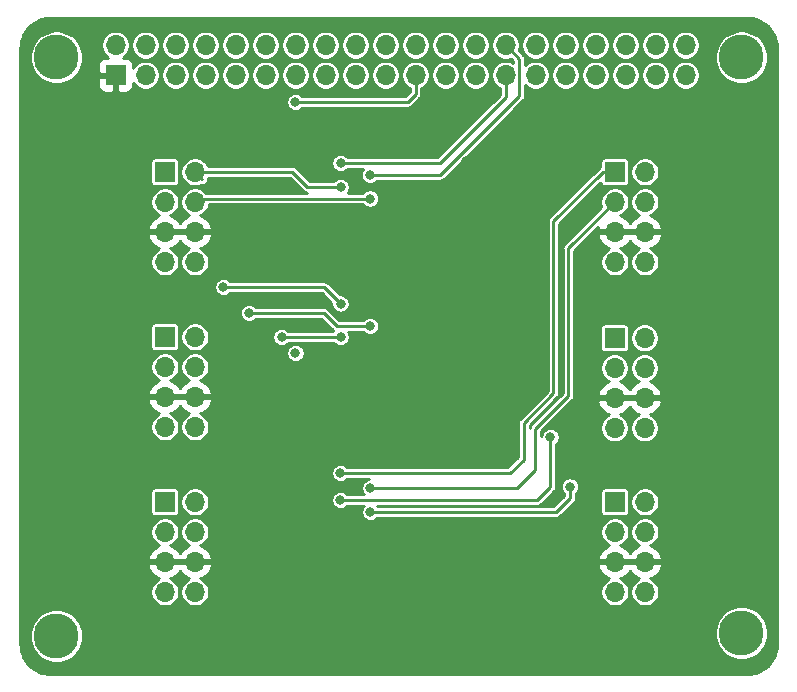
<source format=gbr>
%TF.GenerationSoftware,KiCad,Pcbnew,5.1.10*%
%TF.CreationDate,2021-06-19T09:57:27+02:00*%
%TF.ProjectId,RaspberryI2Cextender,52617370-6265-4727-9279-493243657874,rev?*%
%TF.SameCoordinates,Original*%
%TF.FileFunction,Copper,L2,Bot*%
%TF.FilePolarity,Positive*%
%FSLAX46Y46*%
G04 Gerber Fmt 4.6, Leading zero omitted, Abs format (unit mm)*
G04 Created by KiCad (PCBNEW 5.1.10) date 2021-06-19 09:57:27*
%MOMM*%
%LPD*%
G01*
G04 APERTURE LIST*
%TA.AperFunction,ComponentPad*%
%ADD10R,1.700000X1.700000*%
%TD*%
%TA.AperFunction,ComponentPad*%
%ADD11O,1.700000X1.700000*%
%TD*%
%TA.AperFunction,ComponentPad*%
%ADD12C,3.800000*%
%TD*%
%TA.AperFunction,ViaPad*%
%ADD13C,0.800000*%
%TD*%
%TA.AperFunction,Conductor*%
%ADD14C,0.250000*%
%TD*%
%TA.AperFunction,Conductor*%
%ADD15C,0.254000*%
%TD*%
%TA.AperFunction,Conductor*%
%ADD16C,0.100000*%
%TD*%
G04 APERTURE END LIST*
D10*
%TO.P,J1,1*%
%TO.N,VCC*%
X110750000Y-43250000D03*
D11*
%TO.P,J1,2*%
%TO.N,Net-(J1-Pad2)*%
X110750000Y-40710000D03*
%TO.P,J1,3*%
%TO.N,SDA1*%
X113290000Y-43250000D03*
%TO.P,J1,4*%
%TO.N,Net-(J1-Pad4)*%
X113290000Y-40710000D03*
%TO.P,J1,5*%
%TO.N,SCL1*%
X115830000Y-43250000D03*
%TO.P,J1,6*%
%TO.N,GND*%
X115830000Y-40710000D03*
%TO.P,J1,7*%
%TO.N,SDA3*%
X118370000Y-43250000D03*
%TO.P,J1,8*%
%TO.N,Net-(J1-Pad8)*%
X118370000Y-40710000D03*
%TO.P,J1,9*%
%TO.N,GND*%
X120910000Y-43250000D03*
%TO.P,J1,10*%
%TO.N,Net-(J1-Pad10)*%
X120910000Y-40710000D03*
%TO.P,J1,11*%
%TO.N,Net-(J1-Pad11)*%
X123450000Y-43250000D03*
%TO.P,J1,12*%
%TO.N,Net-(J1-Pad12)*%
X123450000Y-40710000D03*
%TO.P,J1,13*%
%TO.N,Net-(J1-Pad13)*%
X125990000Y-43250000D03*
%TO.P,J1,14*%
%TO.N,GND*%
X125990000Y-40710000D03*
%TO.P,J1,15*%
%TO.N,SDA6*%
X128530000Y-43250000D03*
%TO.P,J1,16*%
%TO.N,SCL6*%
X128530000Y-40710000D03*
%TO.P,J1,17*%
%TO.N,Net-(J1-Pad17)*%
X131070000Y-43250000D03*
%TO.P,J1,18*%
%TO.N,Net-(J1-Pad18)*%
X131070000Y-40710000D03*
%TO.P,J1,19*%
%TO.N,Net-(J1-Pad19)*%
X133610000Y-43250000D03*
%TO.P,J1,20*%
%TO.N,GND*%
X133610000Y-40710000D03*
%TO.P,J1,21*%
%TO.N,SCL4*%
X136150000Y-43250000D03*
%TO.P,J1,22*%
%TO.N,Net-(J1-Pad22)*%
X136150000Y-40710000D03*
%TO.P,J1,23*%
%TO.N,Net-(J1-Pad23)*%
X138690000Y-43250000D03*
%TO.P,J1,24*%
%TO.N,SDA4*%
X138690000Y-40710000D03*
%TO.P,J1,25*%
%TO.N,GND*%
X141230000Y-43250000D03*
%TO.P,J1,26*%
%TO.N,Net-(J1-Pad26)*%
X141230000Y-40710000D03*
%TO.P,J1,27*%
%TO.N,SDA0*%
X143770000Y-43250000D03*
%TO.P,J1,28*%
%TO.N,SCL0*%
X143770000Y-40710000D03*
%TO.P,J1,29*%
%TO.N,SCL3*%
X146310000Y-43250000D03*
%TO.P,J1,30*%
%TO.N,GND*%
X146310000Y-40710000D03*
%TO.P,J1,31*%
%TO.N,Net-(J1-Pad31)*%
X148850000Y-43250000D03*
%TO.P,J1,32*%
%TO.N,SDA5*%
X148850000Y-40710000D03*
%TO.P,J1,33*%
%TO.N,SCL5*%
X151390000Y-43250000D03*
%TO.P,J1,34*%
%TO.N,GND*%
X151390000Y-40710000D03*
%TO.P,J1,35*%
%TO.N,Net-(J1-Pad35)*%
X153930000Y-43250000D03*
%TO.P,J1,36*%
%TO.N,Net-(J1-Pad36)*%
X153930000Y-40710000D03*
%TO.P,J1,37*%
%TO.N,Net-(J1-Pad37)*%
X156470000Y-43250000D03*
%TO.P,J1,38*%
%TO.N,Net-(J1-Pad38)*%
X156470000Y-40710000D03*
%TO.P,J1,39*%
%TO.N,GND*%
X159010000Y-43250000D03*
%TO.P,J1,40*%
%TO.N,Net-(J1-Pad40)*%
X159010000Y-40710000D03*
%TD*%
D12*
%TO.P,H1,1*%
%TO.N,GND*%
X105750000Y-41750000D03*
%TD*%
%TO.P,H2,1*%
%TO.N,GND*%
X105750000Y-90750000D03*
%TD*%
%TO.P,H3,1*%
%TO.N,GND*%
X163750000Y-41750000D03*
%TD*%
%TO.P,H4,1*%
%TO.N,GND*%
X163750000Y-90500000D03*
%TD*%
D11*
%TO.P,J8,8*%
%TO.N,GND*%
X117475000Y-59055000D03*
%TO.P,J8,7*%
X114935000Y-59055000D03*
%TO.P,J8,6*%
%TO.N,VCC*%
X117475000Y-56515000D03*
%TO.P,J8,5*%
X114935000Y-56515000D03*
%TO.P,J8,4*%
%TO.N,SCL1*%
X117475000Y-53975000D03*
%TO.P,J8,3*%
X114935000Y-53975000D03*
%TO.P,J8,2*%
%TO.N,SDA1*%
X117475000Y-51435000D03*
D10*
%TO.P,J8,1*%
X114935000Y-51435000D03*
%TD*%
%TO.P,J9,1*%
%TO.N,SDA3*%
X114935000Y-65405000D03*
D11*
%TO.P,J9,2*%
X117475000Y-65405000D03*
%TO.P,J9,3*%
%TO.N,SCL3*%
X114935000Y-67945000D03*
%TO.P,J9,4*%
X117475000Y-67945000D03*
%TO.P,J9,5*%
%TO.N,VCC*%
X114935000Y-70485000D03*
%TO.P,J9,6*%
X117475000Y-70485000D03*
%TO.P,J9,7*%
%TO.N,GND*%
X114935000Y-73025000D03*
%TO.P,J9,8*%
X117475000Y-73025000D03*
%TD*%
%TO.P,J10,8*%
%TO.N,GND*%
X117475000Y-86995000D03*
%TO.P,J10,7*%
X114935000Y-86995000D03*
%TO.P,J10,6*%
%TO.N,VCC*%
X117475000Y-84455000D03*
%TO.P,J10,5*%
X114935000Y-84455000D03*
%TO.P,J10,4*%
%TO.N,SCL4*%
X117475000Y-81915000D03*
%TO.P,J10,3*%
X114935000Y-81915000D03*
%TO.P,J10,2*%
%TO.N,SDA4*%
X117475000Y-79375000D03*
D10*
%TO.P,J10,1*%
X114935000Y-79375000D03*
%TD*%
%TO.P,J11,1*%
%TO.N,SDA0*%
X153000000Y-65500000D03*
D11*
%TO.P,J11,2*%
X155540000Y-65500000D03*
%TO.P,J11,3*%
%TO.N,SCL0*%
X153000000Y-68040000D03*
%TO.P,J11,4*%
X155540000Y-68040000D03*
%TO.P,J11,5*%
%TO.N,VCC*%
X153000000Y-70580000D03*
%TO.P,J11,6*%
X155540000Y-70580000D03*
%TO.P,J11,7*%
%TO.N,GND*%
X153000000Y-73120000D03*
%TO.P,J11,8*%
X155540000Y-73120000D03*
%TD*%
%TO.P,J12,8*%
%TO.N,GND*%
X155575000Y-59055000D03*
%TO.P,J12,7*%
X153035000Y-59055000D03*
%TO.P,J12,6*%
%TO.N,VCC*%
X155575000Y-56515000D03*
%TO.P,J12,5*%
X153035000Y-56515000D03*
%TO.P,J12,4*%
%TO.N,SCL5*%
X155575000Y-53975000D03*
%TO.P,J12,3*%
X153035000Y-53975000D03*
%TO.P,J12,2*%
%TO.N,SDA5*%
X155575000Y-51435000D03*
D10*
%TO.P,J12,1*%
X153035000Y-51435000D03*
%TD*%
%TO.P,J13,1*%
%TO.N,SDA6*%
X153035000Y-79375000D03*
D11*
%TO.P,J13,2*%
X155575000Y-79375000D03*
%TO.P,J13,3*%
%TO.N,SCL6*%
X153035000Y-81915000D03*
%TO.P,J13,4*%
X155575000Y-81915000D03*
%TO.P,J13,5*%
%TO.N,VCC*%
X153035000Y-84455000D03*
%TO.P,J13,6*%
X155575000Y-84455000D03*
%TO.P,J13,7*%
%TO.N,GND*%
X153035000Y-86995000D03*
%TO.P,J13,8*%
X155575000Y-86995000D03*
%TD*%
D13*
%TO.N,SDA1*%
X129800000Y-52700000D03*
%TO.N,SCL1*%
X132300000Y-53700000D03*
%TO.N,VCC*%
X140462000Y-81280000D03*
%TO.N,SDA3*%
X119888000Y-61214000D03*
X129800000Y-62600000D03*
%TO.N,SDA6*%
X147574000Y-73914000D03*
X129794000Y-79248000D03*
%TO.N,SCL6*%
X132334000Y-80264000D03*
X149210000Y-78090000D03*
%TO.N,SCL4*%
X125984000Y-45500000D03*
X125984000Y-66802000D03*
%TO.N,SDA4*%
X129800000Y-65400000D03*
X124814999Y-65431001D03*
%TO.N,SDA0*%
X129800000Y-50700000D03*
%TO.N,SCL0*%
X132300000Y-51700000D03*
%TO.N,SCL3*%
X122047000Y-63373000D03*
X132300000Y-64500000D03*
%TO.N,SDA5*%
X129794000Y-76962000D03*
%TO.N,SCL5*%
X132334000Y-78232000D03*
%TO.N,VCC*%
X140462000Y-50546000D03*
X140462000Y-62992000D03*
%TD*%
D14*
%TO.N,SDA1*%
X118110000Y-52070000D02*
X117475000Y-51435000D01*
X129800000Y-52700000D02*
X127000000Y-52700000D01*
X125735000Y-51435000D02*
X117475000Y-51435000D01*
X127000000Y-52700000D02*
X125735000Y-51435000D01*
%TO.N,SCL1*%
X117856000Y-53594000D02*
X117475000Y-53975000D01*
X117750000Y-53700000D02*
X117475000Y-53975000D01*
X132300000Y-53700000D02*
X117750000Y-53700000D01*
%TO.N,SDA3*%
X128414000Y-61214000D02*
X119888000Y-61214000D01*
X129800000Y-62600000D02*
X128414000Y-61214000D01*
%TO.N,SDA6*%
X129794000Y-79248000D02*
X143002000Y-79248000D01*
X147574000Y-73660000D02*
X147574000Y-73914000D01*
X147574000Y-73914000D02*
X147574000Y-78126000D01*
X146452000Y-79248000D02*
X143002000Y-79248000D01*
X147574000Y-78126000D02*
X146452000Y-79248000D01*
%TO.N,SCL6*%
X132334000Y-80264000D02*
X132080000Y-80264000D01*
X149210000Y-78090000D02*
X149210000Y-79090000D01*
X148036000Y-80264000D02*
X132334000Y-80264000D01*
X149210000Y-79090000D02*
X148036000Y-80264000D01*
%TO.N,SCL4*%
X136150000Y-43250000D02*
X136150000Y-44850000D01*
X135500000Y-45500000D02*
X125984000Y-45500000D01*
X136150000Y-44850000D02*
X135500000Y-45500000D01*
%TO.N,SDA4*%
X124846000Y-65400000D02*
X124814999Y-65431001D01*
X129800000Y-65400000D02*
X124846000Y-65400000D01*
%TO.N,SDA0*%
X129800000Y-50700000D02*
X138200000Y-50700000D01*
X143770000Y-45130000D02*
X143770000Y-43250000D01*
X138200000Y-50700000D02*
X143770000Y-45130000D01*
%TO.N,SCL0*%
X144945001Y-41885001D02*
X143770000Y-40710000D01*
X144945001Y-44989997D02*
X144945001Y-41885001D01*
X138234998Y-51700000D02*
X144945001Y-44989997D01*
X132300000Y-51700000D02*
X138234998Y-51700000D01*
%TO.N,SCL3*%
X132300000Y-64500000D02*
X129500000Y-64500000D01*
X128373000Y-63373000D02*
X122047000Y-63373000D01*
X129500000Y-64500000D02*
X128373000Y-63373000D01*
%TO.N,SDA5*%
X145300000Y-72700000D02*
X145300000Y-75800000D01*
X145300000Y-75800000D02*
X144138000Y-76962000D01*
X147828000Y-70172000D02*
X145300000Y-72700000D01*
X147828000Y-55626000D02*
X147828000Y-70172000D01*
X152019000Y-51435000D02*
X147828000Y-55626000D01*
X153035000Y-51435000D02*
X152019000Y-51435000D01*
X137438000Y-76962000D02*
X137668000Y-76962000D01*
X144138000Y-76962000D02*
X137438000Y-76962000D01*
X129794000Y-76962000D02*
X137438000Y-76962000D01*
%TO.N,SCL5*%
X132334000Y-78232000D02*
X132334000Y-78232000D01*
X149098000Y-70402000D02*
X149098000Y-57912000D01*
X146300000Y-73200000D02*
X149098000Y-70402000D01*
X146300000Y-76700000D02*
X146300000Y-73200000D01*
X144768000Y-78232000D02*
X146300000Y-76700000D01*
X149098000Y-57912000D02*
X153035000Y-53975000D01*
X132334000Y-78232000D02*
X144768000Y-78232000D01*
%TD*%
D15*
%TO.N,VCC*%
X164386628Y-38417273D02*
X164545483Y-38432483D01*
X164702293Y-38456932D01*
X164855992Y-38491180D01*
X165007733Y-38535614D01*
X165156873Y-38589540D01*
X165303291Y-38653016D01*
X165444496Y-38724460D01*
X165580132Y-38804838D01*
X165711981Y-38894427D01*
X165837378Y-38991210D01*
X165956437Y-39096016D01*
X166067984Y-39207563D01*
X166172790Y-39326622D01*
X166269570Y-39452016D01*
X166359164Y-39583870D01*
X166439544Y-39719513D01*
X166510990Y-39860722D01*
X166574462Y-40007132D01*
X166628387Y-40156269D01*
X166672824Y-40308022D01*
X166707068Y-40461706D01*
X166731519Y-40618532D01*
X166746727Y-40777369D01*
X166752000Y-40942606D01*
X166752001Y-91427363D01*
X166746727Y-91592631D01*
X166731519Y-91751468D01*
X166707068Y-91908294D01*
X166672824Y-92061978D01*
X166628387Y-92213731D01*
X166574462Y-92362868D01*
X166510990Y-92509278D01*
X166439544Y-92650487D01*
X166359164Y-92786130D01*
X166269570Y-92917984D01*
X166172790Y-93043378D01*
X166067984Y-93162437D01*
X165956437Y-93273984D01*
X165837378Y-93378790D01*
X165711981Y-93475573D01*
X165580132Y-93565162D01*
X165444496Y-93645540D01*
X165303291Y-93716984D01*
X165156873Y-93780460D01*
X165007733Y-93834386D01*
X164855992Y-93878820D01*
X164702293Y-93913068D01*
X164545483Y-93937517D01*
X164386628Y-93952727D01*
X164221395Y-93958000D01*
X105236606Y-93958000D01*
X105071369Y-93952727D01*
X104912532Y-93937519D01*
X104755706Y-93913068D01*
X104602022Y-93878824D01*
X104450269Y-93834387D01*
X104301132Y-93780462D01*
X104154726Y-93716992D01*
X104013514Y-93645545D01*
X103877870Y-93565163D01*
X103746016Y-93475570D01*
X103620622Y-93378790D01*
X103501563Y-93273984D01*
X103390016Y-93162437D01*
X103285210Y-93043378D01*
X103188427Y-92917981D01*
X103098835Y-92786128D01*
X103018450Y-92650478D01*
X102947021Y-92509302D01*
X102883540Y-92362873D01*
X102829614Y-92213733D01*
X102785180Y-92061992D01*
X102750932Y-91908293D01*
X102726483Y-91751483D01*
X102711273Y-91592621D01*
X102706000Y-91427395D01*
X102706000Y-90525735D01*
X103473000Y-90525735D01*
X103473000Y-90974265D01*
X103560504Y-91414176D01*
X103732149Y-91828564D01*
X103981339Y-92201503D01*
X104298497Y-92518661D01*
X104671436Y-92767851D01*
X105085824Y-92939496D01*
X105525735Y-93027000D01*
X105974265Y-93027000D01*
X106414176Y-92939496D01*
X106828564Y-92767851D01*
X107201503Y-92518661D01*
X107518661Y-92201503D01*
X107767851Y-91828564D01*
X107939496Y-91414176D01*
X108027000Y-90974265D01*
X108027000Y-90525735D01*
X107977272Y-90275735D01*
X161473000Y-90275735D01*
X161473000Y-90724265D01*
X161560504Y-91164176D01*
X161732149Y-91578564D01*
X161981339Y-91951503D01*
X162298497Y-92268661D01*
X162671436Y-92517851D01*
X163085824Y-92689496D01*
X163525735Y-92777000D01*
X163974265Y-92777000D01*
X164414176Y-92689496D01*
X164828564Y-92517851D01*
X165201503Y-92268661D01*
X165518661Y-91951503D01*
X165767851Y-91578564D01*
X165939496Y-91164176D01*
X166027000Y-90724265D01*
X166027000Y-90275735D01*
X165939496Y-89835824D01*
X165767851Y-89421436D01*
X165518661Y-89048497D01*
X165201503Y-88731339D01*
X164828564Y-88482149D01*
X164414176Y-88310504D01*
X163974265Y-88223000D01*
X163525735Y-88223000D01*
X163085824Y-88310504D01*
X162671436Y-88482149D01*
X162298497Y-88731339D01*
X161981339Y-89048497D01*
X161732149Y-89421436D01*
X161560504Y-89835824D01*
X161473000Y-90275735D01*
X107977272Y-90275735D01*
X107939496Y-90085824D01*
X107767851Y-89671436D01*
X107518661Y-89298497D01*
X107201503Y-88981339D01*
X106828564Y-88732149D01*
X106414176Y-88560504D01*
X105974265Y-88473000D01*
X105525735Y-88473000D01*
X105085824Y-88560504D01*
X104671436Y-88732149D01*
X104298497Y-88981339D01*
X103981339Y-89298497D01*
X103732149Y-89671436D01*
X103560504Y-90085824D01*
X103473000Y-90525735D01*
X102706000Y-90525735D01*
X102706000Y-84811890D01*
X113493524Y-84811890D01*
X113538175Y-84959099D01*
X113663359Y-85221920D01*
X113837412Y-85455269D01*
X114053645Y-85650178D01*
X114303748Y-85799157D01*
X114471798Y-85858769D01*
X114353798Y-85907647D01*
X114152833Y-86041927D01*
X113981927Y-86212833D01*
X113847647Y-86413798D01*
X113755153Y-86637097D01*
X113708000Y-86874151D01*
X113708000Y-87115849D01*
X113755153Y-87352903D01*
X113847647Y-87576202D01*
X113981927Y-87777167D01*
X114152833Y-87948073D01*
X114353798Y-88082353D01*
X114577097Y-88174847D01*
X114814151Y-88222000D01*
X115055849Y-88222000D01*
X115292903Y-88174847D01*
X115516202Y-88082353D01*
X115717167Y-87948073D01*
X115888073Y-87777167D01*
X116022353Y-87576202D01*
X116114847Y-87352903D01*
X116162000Y-87115849D01*
X116162000Y-86874151D01*
X116114847Y-86637097D01*
X116022353Y-86413798D01*
X115888073Y-86212833D01*
X115717167Y-86041927D01*
X115516202Y-85907647D01*
X115398202Y-85858769D01*
X115566252Y-85799157D01*
X115816355Y-85650178D01*
X116032588Y-85455269D01*
X116205000Y-85224120D01*
X116377412Y-85455269D01*
X116593645Y-85650178D01*
X116843748Y-85799157D01*
X117011798Y-85858769D01*
X116893798Y-85907647D01*
X116692833Y-86041927D01*
X116521927Y-86212833D01*
X116387647Y-86413798D01*
X116295153Y-86637097D01*
X116248000Y-86874151D01*
X116248000Y-87115849D01*
X116295153Y-87352903D01*
X116387647Y-87576202D01*
X116521927Y-87777167D01*
X116692833Y-87948073D01*
X116893798Y-88082353D01*
X117117097Y-88174847D01*
X117354151Y-88222000D01*
X117595849Y-88222000D01*
X117832903Y-88174847D01*
X118056202Y-88082353D01*
X118257167Y-87948073D01*
X118428073Y-87777167D01*
X118562353Y-87576202D01*
X118654847Y-87352903D01*
X118702000Y-87115849D01*
X118702000Y-86874151D01*
X118654847Y-86637097D01*
X118562353Y-86413798D01*
X118428073Y-86212833D01*
X118257167Y-86041927D01*
X118056202Y-85907647D01*
X117938202Y-85858769D01*
X118106252Y-85799157D01*
X118356355Y-85650178D01*
X118572588Y-85455269D01*
X118746641Y-85221920D01*
X118871825Y-84959099D01*
X118916476Y-84811890D01*
X151593524Y-84811890D01*
X151638175Y-84959099D01*
X151763359Y-85221920D01*
X151937412Y-85455269D01*
X152153645Y-85650178D01*
X152403748Y-85799157D01*
X152571798Y-85858769D01*
X152453798Y-85907647D01*
X152252833Y-86041927D01*
X152081927Y-86212833D01*
X151947647Y-86413798D01*
X151855153Y-86637097D01*
X151808000Y-86874151D01*
X151808000Y-87115849D01*
X151855153Y-87352903D01*
X151947647Y-87576202D01*
X152081927Y-87777167D01*
X152252833Y-87948073D01*
X152453798Y-88082353D01*
X152677097Y-88174847D01*
X152914151Y-88222000D01*
X153155849Y-88222000D01*
X153392903Y-88174847D01*
X153616202Y-88082353D01*
X153817167Y-87948073D01*
X153988073Y-87777167D01*
X154122353Y-87576202D01*
X154214847Y-87352903D01*
X154262000Y-87115849D01*
X154262000Y-86874151D01*
X154214847Y-86637097D01*
X154122353Y-86413798D01*
X153988073Y-86212833D01*
X153817167Y-86041927D01*
X153616202Y-85907647D01*
X153498202Y-85858769D01*
X153666252Y-85799157D01*
X153916355Y-85650178D01*
X154132588Y-85455269D01*
X154305000Y-85224120D01*
X154477412Y-85455269D01*
X154693645Y-85650178D01*
X154943748Y-85799157D01*
X155111798Y-85858769D01*
X154993798Y-85907647D01*
X154792833Y-86041927D01*
X154621927Y-86212833D01*
X154487647Y-86413798D01*
X154395153Y-86637097D01*
X154348000Y-86874151D01*
X154348000Y-87115849D01*
X154395153Y-87352903D01*
X154487647Y-87576202D01*
X154621927Y-87777167D01*
X154792833Y-87948073D01*
X154993798Y-88082353D01*
X155217097Y-88174847D01*
X155454151Y-88222000D01*
X155695849Y-88222000D01*
X155932903Y-88174847D01*
X156156202Y-88082353D01*
X156357167Y-87948073D01*
X156528073Y-87777167D01*
X156662353Y-87576202D01*
X156754847Y-87352903D01*
X156802000Y-87115849D01*
X156802000Y-86874151D01*
X156754847Y-86637097D01*
X156662353Y-86413798D01*
X156528073Y-86212833D01*
X156357167Y-86041927D01*
X156156202Y-85907647D01*
X156038202Y-85858769D01*
X156206252Y-85799157D01*
X156456355Y-85650178D01*
X156672588Y-85455269D01*
X156846641Y-85221920D01*
X156971825Y-84959099D01*
X157016476Y-84811890D01*
X156895155Y-84582000D01*
X155702000Y-84582000D01*
X155702000Y-84602000D01*
X155448000Y-84602000D01*
X155448000Y-84582000D01*
X153162000Y-84582000D01*
X153162000Y-84602000D01*
X152908000Y-84602000D01*
X152908000Y-84582000D01*
X151714845Y-84582000D01*
X151593524Y-84811890D01*
X118916476Y-84811890D01*
X118795155Y-84582000D01*
X117602000Y-84582000D01*
X117602000Y-84602000D01*
X117348000Y-84602000D01*
X117348000Y-84582000D01*
X115062000Y-84582000D01*
X115062000Y-84602000D01*
X114808000Y-84602000D01*
X114808000Y-84582000D01*
X113614845Y-84582000D01*
X113493524Y-84811890D01*
X102706000Y-84811890D01*
X102706000Y-84098110D01*
X113493524Y-84098110D01*
X113614845Y-84328000D01*
X114808000Y-84328000D01*
X114808000Y-84308000D01*
X115062000Y-84308000D01*
X115062000Y-84328000D01*
X117348000Y-84328000D01*
X117348000Y-84308000D01*
X117602000Y-84308000D01*
X117602000Y-84328000D01*
X118795155Y-84328000D01*
X118916476Y-84098110D01*
X151593524Y-84098110D01*
X151714845Y-84328000D01*
X152908000Y-84328000D01*
X152908000Y-84308000D01*
X153162000Y-84308000D01*
X153162000Y-84328000D01*
X155448000Y-84328000D01*
X155448000Y-84308000D01*
X155702000Y-84308000D01*
X155702000Y-84328000D01*
X156895155Y-84328000D01*
X157016476Y-84098110D01*
X156971825Y-83950901D01*
X156846641Y-83688080D01*
X156672588Y-83454731D01*
X156456355Y-83259822D01*
X156206252Y-83110843D01*
X156038202Y-83051231D01*
X156156202Y-83002353D01*
X156357167Y-82868073D01*
X156528073Y-82697167D01*
X156662353Y-82496202D01*
X156754847Y-82272903D01*
X156802000Y-82035849D01*
X156802000Y-81794151D01*
X156754847Y-81557097D01*
X156662353Y-81333798D01*
X156528073Y-81132833D01*
X156357167Y-80961927D01*
X156156202Y-80827647D01*
X155932903Y-80735153D01*
X155695849Y-80688000D01*
X155454151Y-80688000D01*
X155217097Y-80735153D01*
X154993798Y-80827647D01*
X154792833Y-80961927D01*
X154621927Y-81132833D01*
X154487647Y-81333798D01*
X154395153Y-81557097D01*
X154348000Y-81794151D01*
X154348000Y-82035849D01*
X154395153Y-82272903D01*
X154487647Y-82496202D01*
X154621927Y-82697167D01*
X154792833Y-82868073D01*
X154993798Y-83002353D01*
X155111798Y-83051231D01*
X154943748Y-83110843D01*
X154693645Y-83259822D01*
X154477412Y-83454731D01*
X154305000Y-83685880D01*
X154132588Y-83454731D01*
X153916355Y-83259822D01*
X153666252Y-83110843D01*
X153498202Y-83051231D01*
X153616202Y-83002353D01*
X153817167Y-82868073D01*
X153988073Y-82697167D01*
X154122353Y-82496202D01*
X154214847Y-82272903D01*
X154262000Y-82035849D01*
X154262000Y-81794151D01*
X154214847Y-81557097D01*
X154122353Y-81333798D01*
X153988073Y-81132833D01*
X153817167Y-80961927D01*
X153616202Y-80827647D01*
X153392903Y-80735153D01*
X153155849Y-80688000D01*
X152914151Y-80688000D01*
X152677097Y-80735153D01*
X152453798Y-80827647D01*
X152252833Y-80961927D01*
X152081927Y-81132833D01*
X151947647Y-81333798D01*
X151855153Y-81557097D01*
X151808000Y-81794151D01*
X151808000Y-82035849D01*
X151855153Y-82272903D01*
X151947647Y-82496202D01*
X152081927Y-82697167D01*
X152252833Y-82868073D01*
X152453798Y-83002353D01*
X152571798Y-83051231D01*
X152403748Y-83110843D01*
X152153645Y-83259822D01*
X151937412Y-83454731D01*
X151763359Y-83688080D01*
X151638175Y-83950901D01*
X151593524Y-84098110D01*
X118916476Y-84098110D01*
X118871825Y-83950901D01*
X118746641Y-83688080D01*
X118572588Y-83454731D01*
X118356355Y-83259822D01*
X118106252Y-83110843D01*
X117938202Y-83051231D01*
X118056202Y-83002353D01*
X118257167Y-82868073D01*
X118428073Y-82697167D01*
X118562353Y-82496202D01*
X118654847Y-82272903D01*
X118702000Y-82035849D01*
X118702000Y-81794151D01*
X118654847Y-81557097D01*
X118562353Y-81333798D01*
X118428073Y-81132833D01*
X118257167Y-80961927D01*
X118056202Y-80827647D01*
X117832903Y-80735153D01*
X117595849Y-80688000D01*
X117354151Y-80688000D01*
X117117097Y-80735153D01*
X116893798Y-80827647D01*
X116692833Y-80961927D01*
X116521927Y-81132833D01*
X116387647Y-81333798D01*
X116295153Y-81557097D01*
X116248000Y-81794151D01*
X116248000Y-82035849D01*
X116295153Y-82272903D01*
X116387647Y-82496202D01*
X116521927Y-82697167D01*
X116692833Y-82868073D01*
X116893798Y-83002353D01*
X117011798Y-83051231D01*
X116843748Y-83110843D01*
X116593645Y-83259822D01*
X116377412Y-83454731D01*
X116205000Y-83685880D01*
X116032588Y-83454731D01*
X115816355Y-83259822D01*
X115566252Y-83110843D01*
X115398202Y-83051231D01*
X115516202Y-83002353D01*
X115717167Y-82868073D01*
X115888073Y-82697167D01*
X116022353Y-82496202D01*
X116114847Y-82272903D01*
X116162000Y-82035849D01*
X116162000Y-81794151D01*
X116114847Y-81557097D01*
X116022353Y-81333798D01*
X115888073Y-81132833D01*
X115717167Y-80961927D01*
X115516202Y-80827647D01*
X115292903Y-80735153D01*
X115055849Y-80688000D01*
X114814151Y-80688000D01*
X114577097Y-80735153D01*
X114353798Y-80827647D01*
X114152833Y-80961927D01*
X113981927Y-81132833D01*
X113847647Y-81333798D01*
X113755153Y-81557097D01*
X113708000Y-81794151D01*
X113708000Y-82035849D01*
X113755153Y-82272903D01*
X113847647Y-82496202D01*
X113981927Y-82697167D01*
X114152833Y-82868073D01*
X114353798Y-83002353D01*
X114471798Y-83051231D01*
X114303748Y-83110843D01*
X114053645Y-83259822D01*
X113837412Y-83454731D01*
X113663359Y-83688080D01*
X113538175Y-83950901D01*
X113493524Y-84098110D01*
X102706000Y-84098110D01*
X102706000Y-78525000D01*
X113706176Y-78525000D01*
X113706176Y-80225000D01*
X113713455Y-80298905D01*
X113735012Y-80369970D01*
X113770019Y-80435463D01*
X113817131Y-80492869D01*
X113874537Y-80539981D01*
X113940030Y-80574988D01*
X114011095Y-80596545D01*
X114085000Y-80603824D01*
X115785000Y-80603824D01*
X115858905Y-80596545D01*
X115929970Y-80574988D01*
X115995463Y-80539981D01*
X116052869Y-80492869D01*
X116099981Y-80435463D01*
X116134988Y-80369970D01*
X116156545Y-80298905D01*
X116163824Y-80225000D01*
X116163824Y-79254151D01*
X116248000Y-79254151D01*
X116248000Y-79495849D01*
X116295153Y-79732903D01*
X116387647Y-79956202D01*
X116521927Y-80157167D01*
X116692833Y-80328073D01*
X116893798Y-80462353D01*
X117117097Y-80554847D01*
X117354151Y-80602000D01*
X117595849Y-80602000D01*
X117832903Y-80554847D01*
X118056202Y-80462353D01*
X118257167Y-80328073D01*
X118428073Y-80157167D01*
X118562353Y-79956202D01*
X118654847Y-79732903D01*
X118702000Y-79495849D01*
X118702000Y-79254151D01*
X118654847Y-79017097D01*
X118562353Y-78793798D01*
X118428073Y-78592833D01*
X118257167Y-78421927D01*
X118056202Y-78287647D01*
X117832903Y-78195153D01*
X117595849Y-78148000D01*
X117354151Y-78148000D01*
X117117097Y-78195153D01*
X116893798Y-78287647D01*
X116692833Y-78421927D01*
X116521927Y-78592833D01*
X116387647Y-78793798D01*
X116295153Y-79017097D01*
X116248000Y-79254151D01*
X116163824Y-79254151D01*
X116163824Y-78525000D01*
X116156545Y-78451095D01*
X116134988Y-78380030D01*
X116099981Y-78314537D01*
X116052869Y-78257131D01*
X115995463Y-78210019D01*
X115929970Y-78175012D01*
X115858905Y-78153455D01*
X115785000Y-78146176D01*
X114085000Y-78146176D01*
X114011095Y-78153455D01*
X113940030Y-78175012D01*
X113874537Y-78210019D01*
X113817131Y-78257131D01*
X113770019Y-78314537D01*
X113735012Y-78380030D01*
X113713455Y-78451095D01*
X113706176Y-78525000D01*
X102706000Y-78525000D01*
X102706000Y-76885472D01*
X129017000Y-76885472D01*
X129017000Y-77038528D01*
X129046859Y-77188643D01*
X129105431Y-77330048D01*
X129190464Y-77457309D01*
X129298691Y-77565536D01*
X129425952Y-77650569D01*
X129567357Y-77709141D01*
X129717472Y-77739000D01*
X129870528Y-77739000D01*
X130020643Y-77709141D01*
X130162048Y-77650569D01*
X130289309Y-77565536D01*
X130390845Y-77464000D01*
X132212225Y-77464000D01*
X132107357Y-77484859D01*
X131965952Y-77543431D01*
X131838691Y-77628464D01*
X131730464Y-77736691D01*
X131645431Y-77863952D01*
X131586859Y-78005357D01*
X131557000Y-78155472D01*
X131557000Y-78308528D01*
X131586859Y-78458643D01*
X131645431Y-78600048D01*
X131730464Y-78727309D01*
X131749155Y-78746000D01*
X130390845Y-78746000D01*
X130289309Y-78644464D01*
X130162048Y-78559431D01*
X130020643Y-78500859D01*
X129870528Y-78471000D01*
X129717472Y-78471000D01*
X129567357Y-78500859D01*
X129425952Y-78559431D01*
X129298691Y-78644464D01*
X129190464Y-78752691D01*
X129105431Y-78879952D01*
X129046859Y-79021357D01*
X129017000Y-79171472D01*
X129017000Y-79324528D01*
X129046859Y-79474643D01*
X129105431Y-79616048D01*
X129190464Y-79743309D01*
X129298691Y-79851536D01*
X129425952Y-79936569D01*
X129567357Y-79995141D01*
X129717472Y-80025000D01*
X129870528Y-80025000D01*
X130020643Y-79995141D01*
X130162048Y-79936569D01*
X130289309Y-79851536D01*
X130390845Y-79750000D01*
X131749155Y-79750000D01*
X131730464Y-79768691D01*
X131645431Y-79895952D01*
X131586859Y-80037357D01*
X131557000Y-80187472D01*
X131557000Y-80340528D01*
X131586859Y-80490643D01*
X131645431Y-80632048D01*
X131730464Y-80759309D01*
X131838691Y-80867536D01*
X131965952Y-80952569D01*
X132107357Y-81011141D01*
X132257472Y-81041000D01*
X132410528Y-81041000D01*
X132560643Y-81011141D01*
X132702048Y-80952569D01*
X132829309Y-80867536D01*
X132930845Y-80766000D01*
X148011357Y-80766000D01*
X148036000Y-80768427D01*
X148060643Y-80766000D01*
X148060653Y-80766000D01*
X148134409Y-80758736D01*
X148229036Y-80730031D01*
X148316245Y-80683417D01*
X148392684Y-80620684D01*
X148408401Y-80601533D01*
X149547543Y-79462393D01*
X149566684Y-79446684D01*
X149582392Y-79427544D01*
X149582400Y-79427536D01*
X149629417Y-79370246D01*
X149676030Y-79283037D01*
X149676031Y-79283036D01*
X149704736Y-79188409D01*
X149712000Y-79114653D01*
X149712000Y-79114643D01*
X149714427Y-79090000D01*
X149712000Y-79065357D01*
X149712000Y-78686845D01*
X149813536Y-78585309D01*
X149853833Y-78525000D01*
X151806176Y-78525000D01*
X151806176Y-80225000D01*
X151813455Y-80298905D01*
X151835012Y-80369970D01*
X151870019Y-80435463D01*
X151917131Y-80492869D01*
X151974537Y-80539981D01*
X152040030Y-80574988D01*
X152111095Y-80596545D01*
X152185000Y-80603824D01*
X153885000Y-80603824D01*
X153958905Y-80596545D01*
X154029970Y-80574988D01*
X154095463Y-80539981D01*
X154152869Y-80492869D01*
X154199981Y-80435463D01*
X154234988Y-80369970D01*
X154256545Y-80298905D01*
X154263824Y-80225000D01*
X154263824Y-79254151D01*
X154348000Y-79254151D01*
X154348000Y-79495849D01*
X154395153Y-79732903D01*
X154487647Y-79956202D01*
X154621927Y-80157167D01*
X154792833Y-80328073D01*
X154993798Y-80462353D01*
X155217097Y-80554847D01*
X155454151Y-80602000D01*
X155695849Y-80602000D01*
X155932903Y-80554847D01*
X156156202Y-80462353D01*
X156357167Y-80328073D01*
X156528073Y-80157167D01*
X156662353Y-79956202D01*
X156754847Y-79732903D01*
X156802000Y-79495849D01*
X156802000Y-79254151D01*
X156754847Y-79017097D01*
X156662353Y-78793798D01*
X156528073Y-78592833D01*
X156357167Y-78421927D01*
X156156202Y-78287647D01*
X155932903Y-78195153D01*
X155695849Y-78148000D01*
X155454151Y-78148000D01*
X155217097Y-78195153D01*
X154993798Y-78287647D01*
X154792833Y-78421927D01*
X154621927Y-78592833D01*
X154487647Y-78793798D01*
X154395153Y-79017097D01*
X154348000Y-79254151D01*
X154263824Y-79254151D01*
X154263824Y-78525000D01*
X154256545Y-78451095D01*
X154234988Y-78380030D01*
X154199981Y-78314537D01*
X154152869Y-78257131D01*
X154095463Y-78210019D01*
X154029970Y-78175012D01*
X153958905Y-78153455D01*
X153885000Y-78146176D01*
X152185000Y-78146176D01*
X152111095Y-78153455D01*
X152040030Y-78175012D01*
X151974537Y-78210019D01*
X151917131Y-78257131D01*
X151870019Y-78314537D01*
X151835012Y-78380030D01*
X151813455Y-78451095D01*
X151806176Y-78525000D01*
X149853833Y-78525000D01*
X149898569Y-78458048D01*
X149957141Y-78316643D01*
X149987000Y-78166528D01*
X149987000Y-78013472D01*
X149957141Y-77863357D01*
X149898569Y-77721952D01*
X149813536Y-77594691D01*
X149705309Y-77486464D01*
X149578048Y-77401431D01*
X149436643Y-77342859D01*
X149286528Y-77313000D01*
X149133472Y-77313000D01*
X148983357Y-77342859D01*
X148841952Y-77401431D01*
X148714691Y-77486464D01*
X148606464Y-77594691D01*
X148521431Y-77721952D01*
X148462859Y-77863357D01*
X148433000Y-78013472D01*
X148433000Y-78166528D01*
X148462859Y-78316643D01*
X148521431Y-78458048D01*
X148606464Y-78585309D01*
X148708001Y-78686846D01*
X148708001Y-78882063D01*
X147828066Y-79762000D01*
X132930845Y-79762000D01*
X132918845Y-79750000D01*
X146427357Y-79750000D01*
X146452000Y-79752427D01*
X146476643Y-79750000D01*
X146476653Y-79750000D01*
X146550409Y-79742736D01*
X146645036Y-79714031D01*
X146732245Y-79667417D01*
X146808684Y-79604684D01*
X146824401Y-79585533D01*
X147911543Y-78498393D01*
X147930684Y-78482684D01*
X147946392Y-78463544D01*
X147946400Y-78463536D01*
X147993417Y-78406246D01*
X148040031Y-78319037D01*
X148068736Y-78224410D01*
X148073601Y-78175012D01*
X148076000Y-78150653D01*
X148076000Y-78150646D01*
X148078427Y-78126000D01*
X148076000Y-78101355D01*
X148076000Y-74510845D01*
X148177536Y-74409309D01*
X148262569Y-74282048D01*
X148321141Y-74140643D01*
X148351000Y-73990528D01*
X148351000Y-73837472D01*
X148321141Y-73687357D01*
X148262569Y-73545952D01*
X148177536Y-73418691D01*
X148069309Y-73310464D01*
X147942048Y-73225431D01*
X147800643Y-73166859D01*
X147650528Y-73137000D01*
X147497472Y-73137000D01*
X147347357Y-73166859D01*
X147205952Y-73225431D01*
X147078691Y-73310464D01*
X146970464Y-73418691D01*
X146885431Y-73545952D01*
X146826859Y-73687357D01*
X146802000Y-73812335D01*
X146802000Y-73407934D01*
X149273044Y-70936890D01*
X151558524Y-70936890D01*
X151603175Y-71084099D01*
X151728359Y-71346920D01*
X151902412Y-71580269D01*
X152118645Y-71775178D01*
X152368748Y-71924157D01*
X152536798Y-71983769D01*
X152418798Y-72032647D01*
X152217833Y-72166927D01*
X152046927Y-72337833D01*
X151912647Y-72538798D01*
X151820153Y-72762097D01*
X151773000Y-72999151D01*
X151773000Y-73240849D01*
X151820153Y-73477903D01*
X151912647Y-73701202D01*
X152046927Y-73902167D01*
X152217833Y-74073073D01*
X152418798Y-74207353D01*
X152642097Y-74299847D01*
X152879151Y-74347000D01*
X153120849Y-74347000D01*
X153357903Y-74299847D01*
X153581202Y-74207353D01*
X153782167Y-74073073D01*
X153953073Y-73902167D01*
X154087353Y-73701202D01*
X154179847Y-73477903D01*
X154227000Y-73240849D01*
X154227000Y-72999151D01*
X154179847Y-72762097D01*
X154087353Y-72538798D01*
X153953073Y-72337833D01*
X153782167Y-72166927D01*
X153581202Y-72032647D01*
X153463202Y-71983769D01*
X153631252Y-71924157D01*
X153881355Y-71775178D01*
X154097588Y-71580269D01*
X154270000Y-71349120D01*
X154442412Y-71580269D01*
X154658645Y-71775178D01*
X154908748Y-71924157D01*
X155076798Y-71983769D01*
X154958798Y-72032647D01*
X154757833Y-72166927D01*
X154586927Y-72337833D01*
X154452647Y-72538798D01*
X154360153Y-72762097D01*
X154313000Y-72999151D01*
X154313000Y-73240849D01*
X154360153Y-73477903D01*
X154452647Y-73701202D01*
X154586927Y-73902167D01*
X154757833Y-74073073D01*
X154958798Y-74207353D01*
X155182097Y-74299847D01*
X155419151Y-74347000D01*
X155660849Y-74347000D01*
X155897903Y-74299847D01*
X156121202Y-74207353D01*
X156322167Y-74073073D01*
X156493073Y-73902167D01*
X156627353Y-73701202D01*
X156719847Y-73477903D01*
X156767000Y-73240849D01*
X156767000Y-72999151D01*
X156719847Y-72762097D01*
X156627353Y-72538798D01*
X156493073Y-72337833D01*
X156322167Y-72166927D01*
X156121202Y-72032647D01*
X156003202Y-71983769D01*
X156171252Y-71924157D01*
X156421355Y-71775178D01*
X156637588Y-71580269D01*
X156811641Y-71346920D01*
X156936825Y-71084099D01*
X156981476Y-70936890D01*
X156860155Y-70707000D01*
X155667000Y-70707000D01*
X155667000Y-70727000D01*
X155413000Y-70727000D01*
X155413000Y-70707000D01*
X153127000Y-70707000D01*
X153127000Y-70727000D01*
X152873000Y-70727000D01*
X152873000Y-70707000D01*
X151679845Y-70707000D01*
X151558524Y-70936890D01*
X149273044Y-70936890D01*
X149435538Y-70774397D01*
X149454684Y-70758684D01*
X149470397Y-70739538D01*
X149470400Y-70739535D01*
X149517417Y-70682246D01*
X149564031Y-70595037D01*
X149592736Y-70500410D01*
X149597479Y-70452246D01*
X149600000Y-70426653D01*
X149600000Y-70426646D01*
X149602427Y-70402000D01*
X149600000Y-70377355D01*
X149600000Y-70223110D01*
X151558524Y-70223110D01*
X151679845Y-70453000D01*
X152873000Y-70453000D01*
X152873000Y-70433000D01*
X153127000Y-70433000D01*
X153127000Y-70453000D01*
X155413000Y-70453000D01*
X155413000Y-70433000D01*
X155667000Y-70433000D01*
X155667000Y-70453000D01*
X156860155Y-70453000D01*
X156981476Y-70223110D01*
X156936825Y-70075901D01*
X156811641Y-69813080D01*
X156637588Y-69579731D01*
X156421355Y-69384822D01*
X156171252Y-69235843D01*
X156003202Y-69176231D01*
X156121202Y-69127353D01*
X156322167Y-68993073D01*
X156493073Y-68822167D01*
X156627353Y-68621202D01*
X156719847Y-68397903D01*
X156767000Y-68160849D01*
X156767000Y-67919151D01*
X156719847Y-67682097D01*
X156627353Y-67458798D01*
X156493073Y-67257833D01*
X156322167Y-67086927D01*
X156121202Y-66952647D01*
X155897903Y-66860153D01*
X155660849Y-66813000D01*
X155419151Y-66813000D01*
X155182097Y-66860153D01*
X154958798Y-66952647D01*
X154757833Y-67086927D01*
X154586927Y-67257833D01*
X154452647Y-67458798D01*
X154360153Y-67682097D01*
X154313000Y-67919151D01*
X154313000Y-68160849D01*
X154360153Y-68397903D01*
X154452647Y-68621202D01*
X154586927Y-68822167D01*
X154757833Y-68993073D01*
X154958798Y-69127353D01*
X155076798Y-69176231D01*
X154908748Y-69235843D01*
X154658645Y-69384822D01*
X154442412Y-69579731D01*
X154270000Y-69810880D01*
X154097588Y-69579731D01*
X153881355Y-69384822D01*
X153631252Y-69235843D01*
X153463202Y-69176231D01*
X153581202Y-69127353D01*
X153782167Y-68993073D01*
X153953073Y-68822167D01*
X154087353Y-68621202D01*
X154179847Y-68397903D01*
X154227000Y-68160849D01*
X154227000Y-67919151D01*
X154179847Y-67682097D01*
X154087353Y-67458798D01*
X153953073Y-67257833D01*
X153782167Y-67086927D01*
X153581202Y-66952647D01*
X153357903Y-66860153D01*
X153120849Y-66813000D01*
X152879151Y-66813000D01*
X152642097Y-66860153D01*
X152418798Y-66952647D01*
X152217833Y-67086927D01*
X152046927Y-67257833D01*
X151912647Y-67458798D01*
X151820153Y-67682097D01*
X151773000Y-67919151D01*
X151773000Y-68160849D01*
X151820153Y-68397903D01*
X151912647Y-68621202D01*
X152046927Y-68822167D01*
X152217833Y-68993073D01*
X152418798Y-69127353D01*
X152536798Y-69176231D01*
X152368748Y-69235843D01*
X152118645Y-69384822D01*
X151902412Y-69579731D01*
X151728359Y-69813080D01*
X151603175Y-70075901D01*
X151558524Y-70223110D01*
X149600000Y-70223110D01*
X149600000Y-64650000D01*
X151771176Y-64650000D01*
X151771176Y-66350000D01*
X151778455Y-66423905D01*
X151800012Y-66494970D01*
X151835019Y-66560463D01*
X151882131Y-66617869D01*
X151939537Y-66664981D01*
X152005030Y-66699988D01*
X152076095Y-66721545D01*
X152150000Y-66728824D01*
X153850000Y-66728824D01*
X153923905Y-66721545D01*
X153994970Y-66699988D01*
X154060463Y-66664981D01*
X154117869Y-66617869D01*
X154164981Y-66560463D01*
X154199988Y-66494970D01*
X154221545Y-66423905D01*
X154228824Y-66350000D01*
X154228824Y-65379151D01*
X154313000Y-65379151D01*
X154313000Y-65620849D01*
X154360153Y-65857903D01*
X154452647Y-66081202D01*
X154586927Y-66282167D01*
X154757833Y-66453073D01*
X154958798Y-66587353D01*
X155182097Y-66679847D01*
X155419151Y-66727000D01*
X155660849Y-66727000D01*
X155897903Y-66679847D01*
X156121202Y-66587353D01*
X156322167Y-66453073D01*
X156493073Y-66282167D01*
X156627353Y-66081202D01*
X156719847Y-65857903D01*
X156767000Y-65620849D01*
X156767000Y-65379151D01*
X156719847Y-65142097D01*
X156627353Y-64918798D01*
X156493073Y-64717833D01*
X156322167Y-64546927D01*
X156121202Y-64412647D01*
X155897903Y-64320153D01*
X155660849Y-64273000D01*
X155419151Y-64273000D01*
X155182097Y-64320153D01*
X154958798Y-64412647D01*
X154757833Y-64546927D01*
X154586927Y-64717833D01*
X154452647Y-64918798D01*
X154360153Y-65142097D01*
X154313000Y-65379151D01*
X154228824Y-65379151D01*
X154228824Y-64650000D01*
X154221545Y-64576095D01*
X154199988Y-64505030D01*
X154164981Y-64439537D01*
X154117869Y-64382131D01*
X154060463Y-64335019D01*
X153994970Y-64300012D01*
X153923905Y-64278455D01*
X153850000Y-64271176D01*
X152150000Y-64271176D01*
X152076095Y-64278455D01*
X152005030Y-64300012D01*
X151939537Y-64335019D01*
X151882131Y-64382131D01*
X151835019Y-64439537D01*
X151800012Y-64505030D01*
X151778455Y-64576095D01*
X151771176Y-64650000D01*
X149600000Y-64650000D01*
X149600000Y-58119934D01*
X150848044Y-56871890D01*
X151593524Y-56871890D01*
X151638175Y-57019099D01*
X151763359Y-57281920D01*
X151937412Y-57515269D01*
X152153645Y-57710178D01*
X152403748Y-57859157D01*
X152571798Y-57918769D01*
X152453798Y-57967647D01*
X152252833Y-58101927D01*
X152081927Y-58272833D01*
X151947647Y-58473798D01*
X151855153Y-58697097D01*
X151808000Y-58934151D01*
X151808000Y-59175849D01*
X151855153Y-59412903D01*
X151947647Y-59636202D01*
X152081927Y-59837167D01*
X152252833Y-60008073D01*
X152453798Y-60142353D01*
X152677097Y-60234847D01*
X152914151Y-60282000D01*
X153155849Y-60282000D01*
X153392903Y-60234847D01*
X153616202Y-60142353D01*
X153817167Y-60008073D01*
X153988073Y-59837167D01*
X154122353Y-59636202D01*
X154214847Y-59412903D01*
X154262000Y-59175849D01*
X154262000Y-58934151D01*
X154214847Y-58697097D01*
X154122353Y-58473798D01*
X153988073Y-58272833D01*
X153817167Y-58101927D01*
X153616202Y-57967647D01*
X153498202Y-57918769D01*
X153666252Y-57859157D01*
X153916355Y-57710178D01*
X154132588Y-57515269D01*
X154305000Y-57284120D01*
X154477412Y-57515269D01*
X154693645Y-57710178D01*
X154943748Y-57859157D01*
X155111798Y-57918769D01*
X154993798Y-57967647D01*
X154792833Y-58101927D01*
X154621927Y-58272833D01*
X154487647Y-58473798D01*
X154395153Y-58697097D01*
X154348000Y-58934151D01*
X154348000Y-59175849D01*
X154395153Y-59412903D01*
X154487647Y-59636202D01*
X154621927Y-59837167D01*
X154792833Y-60008073D01*
X154993798Y-60142353D01*
X155217097Y-60234847D01*
X155454151Y-60282000D01*
X155695849Y-60282000D01*
X155932903Y-60234847D01*
X156156202Y-60142353D01*
X156357167Y-60008073D01*
X156528073Y-59837167D01*
X156662353Y-59636202D01*
X156754847Y-59412903D01*
X156802000Y-59175849D01*
X156802000Y-58934151D01*
X156754847Y-58697097D01*
X156662353Y-58473798D01*
X156528073Y-58272833D01*
X156357167Y-58101927D01*
X156156202Y-57967647D01*
X156038202Y-57918769D01*
X156206252Y-57859157D01*
X156456355Y-57710178D01*
X156672588Y-57515269D01*
X156846641Y-57281920D01*
X156971825Y-57019099D01*
X157016476Y-56871890D01*
X156895155Y-56642000D01*
X155702000Y-56642000D01*
X155702000Y-56662000D01*
X155448000Y-56662000D01*
X155448000Y-56642000D01*
X153162000Y-56642000D01*
X153162000Y-56662000D01*
X152908000Y-56662000D01*
X152908000Y-56642000D01*
X151714845Y-56642000D01*
X151593524Y-56871890D01*
X150848044Y-56871890D01*
X151607325Y-56112610D01*
X151593524Y-56158110D01*
X151714845Y-56388000D01*
X152908000Y-56388000D01*
X152908000Y-56368000D01*
X153162000Y-56368000D01*
X153162000Y-56388000D01*
X155448000Y-56388000D01*
X155448000Y-56368000D01*
X155702000Y-56368000D01*
X155702000Y-56388000D01*
X156895155Y-56388000D01*
X157016476Y-56158110D01*
X156971825Y-56010901D01*
X156846641Y-55748080D01*
X156672588Y-55514731D01*
X156456355Y-55319822D01*
X156206252Y-55170843D01*
X156038202Y-55111231D01*
X156156202Y-55062353D01*
X156357167Y-54928073D01*
X156528073Y-54757167D01*
X156662353Y-54556202D01*
X156754847Y-54332903D01*
X156802000Y-54095849D01*
X156802000Y-53854151D01*
X156754847Y-53617097D01*
X156662353Y-53393798D01*
X156528073Y-53192833D01*
X156357167Y-53021927D01*
X156156202Y-52887647D01*
X155932903Y-52795153D01*
X155695849Y-52748000D01*
X155454151Y-52748000D01*
X155217097Y-52795153D01*
X154993798Y-52887647D01*
X154792833Y-53021927D01*
X154621927Y-53192833D01*
X154487647Y-53393798D01*
X154395153Y-53617097D01*
X154348000Y-53854151D01*
X154348000Y-54095849D01*
X154395153Y-54332903D01*
X154487647Y-54556202D01*
X154621927Y-54757167D01*
X154792833Y-54928073D01*
X154993798Y-55062353D01*
X155111798Y-55111231D01*
X154943748Y-55170843D01*
X154693645Y-55319822D01*
X154477412Y-55514731D01*
X154305000Y-55745880D01*
X154132588Y-55514731D01*
X153916355Y-55319822D01*
X153666252Y-55170843D01*
X153498202Y-55111231D01*
X153616202Y-55062353D01*
X153817167Y-54928073D01*
X153988073Y-54757167D01*
X154122353Y-54556202D01*
X154214847Y-54332903D01*
X154262000Y-54095849D01*
X154262000Y-53854151D01*
X154214847Y-53617097D01*
X154122353Y-53393798D01*
X153988073Y-53192833D01*
X153817167Y-53021927D01*
X153616202Y-52887647D01*
X153392903Y-52795153D01*
X153155849Y-52748000D01*
X152914151Y-52748000D01*
X152677097Y-52795153D01*
X152453798Y-52887647D01*
X152252833Y-53021927D01*
X152081927Y-53192833D01*
X151947647Y-53393798D01*
X151855153Y-53617097D01*
X151808000Y-53854151D01*
X151808000Y-54095849D01*
X151855153Y-54332903D01*
X151887960Y-54412105D01*
X148760463Y-57539603D01*
X148741317Y-57555316D01*
X148725604Y-57574462D01*
X148725601Y-57574465D01*
X148678584Y-57631755D01*
X148631970Y-57718964D01*
X148603265Y-57813591D01*
X148593573Y-57912000D01*
X148596001Y-57936653D01*
X148596000Y-70194065D01*
X145962463Y-72827603D01*
X145943317Y-72843316D01*
X145927604Y-72862462D01*
X145927601Y-72862465D01*
X145880584Y-72919755D01*
X145833970Y-73006964D01*
X145805265Y-73101591D01*
X145802000Y-73134743D01*
X145802000Y-72907934D01*
X148165538Y-70544397D01*
X148184684Y-70528684D01*
X148207889Y-70500410D01*
X148247416Y-70452246D01*
X148261096Y-70426653D01*
X148294031Y-70365036D01*
X148322736Y-70270409D01*
X148330000Y-70196653D01*
X148330000Y-70196643D01*
X148332427Y-70172000D01*
X148330000Y-70147357D01*
X148330000Y-55833934D01*
X151812700Y-52351235D01*
X151813455Y-52358905D01*
X151835012Y-52429970D01*
X151870019Y-52495463D01*
X151917131Y-52552869D01*
X151974537Y-52599981D01*
X152040030Y-52634988D01*
X152111095Y-52656545D01*
X152185000Y-52663824D01*
X153885000Y-52663824D01*
X153958905Y-52656545D01*
X154029970Y-52634988D01*
X154095463Y-52599981D01*
X154152869Y-52552869D01*
X154199981Y-52495463D01*
X154234988Y-52429970D01*
X154256545Y-52358905D01*
X154263824Y-52285000D01*
X154263824Y-51314151D01*
X154348000Y-51314151D01*
X154348000Y-51555849D01*
X154395153Y-51792903D01*
X154487647Y-52016202D01*
X154621927Y-52217167D01*
X154792833Y-52388073D01*
X154993798Y-52522353D01*
X155217097Y-52614847D01*
X155454151Y-52662000D01*
X155695849Y-52662000D01*
X155932903Y-52614847D01*
X156156202Y-52522353D01*
X156357167Y-52388073D01*
X156528073Y-52217167D01*
X156662353Y-52016202D01*
X156754847Y-51792903D01*
X156802000Y-51555849D01*
X156802000Y-51314151D01*
X156754847Y-51077097D01*
X156662353Y-50853798D01*
X156528073Y-50652833D01*
X156357167Y-50481927D01*
X156156202Y-50347647D01*
X155932903Y-50255153D01*
X155695849Y-50208000D01*
X155454151Y-50208000D01*
X155217097Y-50255153D01*
X154993798Y-50347647D01*
X154792833Y-50481927D01*
X154621927Y-50652833D01*
X154487647Y-50853798D01*
X154395153Y-51077097D01*
X154348000Y-51314151D01*
X154263824Y-51314151D01*
X154263824Y-50585000D01*
X154256545Y-50511095D01*
X154234988Y-50440030D01*
X154199981Y-50374537D01*
X154152869Y-50317131D01*
X154095463Y-50270019D01*
X154029970Y-50235012D01*
X153958905Y-50213455D01*
X153885000Y-50206176D01*
X152185000Y-50206176D01*
X152111095Y-50213455D01*
X152040030Y-50235012D01*
X151974537Y-50270019D01*
X151917131Y-50317131D01*
X151870019Y-50374537D01*
X151835012Y-50440030D01*
X151813455Y-50511095D01*
X151806176Y-50585000D01*
X151806176Y-50979546D01*
X151738755Y-51015583D01*
X151662316Y-51078316D01*
X151646603Y-51097462D01*
X147490468Y-55253598D01*
X147471316Y-55269316D01*
X147408583Y-55345755D01*
X147361969Y-55432965D01*
X147333264Y-55527592D01*
X147326000Y-55601348D01*
X147326000Y-55601357D01*
X147323573Y-55626000D01*
X147326000Y-55650643D01*
X147326001Y-69964064D01*
X144962468Y-72327598D01*
X144943316Y-72343316D01*
X144880583Y-72419755D01*
X144833969Y-72506965D01*
X144805264Y-72601592D01*
X144798000Y-72675348D01*
X144798000Y-72675357D01*
X144795573Y-72700000D01*
X144798000Y-72724643D01*
X144798001Y-75592064D01*
X143930066Y-76460000D01*
X130390845Y-76460000D01*
X130289309Y-76358464D01*
X130162048Y-76273431D01*
X130020643Y-76214859D01*
X129870528Y-76185000D01*
X129717472Y-76185000D01*
X129567357Y-76214859D01*
X129425952Y-76273431D01*
X129298691Y-76358464D01*
X129190464Y-76466691D01*
X129105431Y-76593952D01*
X129046859Y-76735357D01*
X129017000Y-76885472D01*
X102706000Y-76885472D01*
X102706000Y-70841890D01*
X113493524Y-70841890D01*
X113538175Y-70989099D01*
X113663359Y-71251920D01*
X113837412Y-71485269D01*
X114053645Y-71680178D01*
X114303748Y-71829157D01*
X114471798Y-71888769D01*
X114353798Y-71937647D01*
X114152833Y-72071927D01*
X113981927Y-72242833D01*
X113847647Y-72443798D01*
X113755153Y-72667097D01*
X113708000Y-72904151D01*
X113708000Y-73145849D01*
X113755153Y-73382903D01*
X113847647Y-73606202D01*
X113981927Y-73807167D01*
X114152833Y-73978073D01*
X114353798Y-74112353D01*
X114577097Y-74204847D01*
X114814151Y-74252000D01*
X115055849Y-74252000D01*
X115292903Y-74204847D01*
X115516202Y-74112353D01*
X115717167Y-73978073D01*
X115888073Y-73807167D01*
X116022353Y-73606202D01*
X116114847Y-73382903D01*
X116162000Y-73145849D01*
X116162000Y-72904151D01*
X116114847Y-72667097D01*
X116022353Y-72443798D01*
X115888073Y-72242833D01*
X115717167Y-72071927D01*
X115516202Y-71937647D01*
X115398202Y-71888769D01*
X115566252Y-71829157D01*
X115816355Y-71680178D01*
X116032588Y-71485269D01*
X116205000Y-71254120D01*
X116377412Y-71485269D01*
X116593645Y-71680178D01*
X116843748Y-71829157D01*
X117011798Y-71888769D01*
X116893798Y-71937647D01*
X116692833Y-72071927D01*
X116521927Y-72242833D01*
X116387647Y-72443798D01*
X116295153Y-72667097D01*
X116248000Y-72904151D01*
X116248000Y-73145849D01*
X116295153Y-73382903D01*
X116387647Y-73606202D01*
X116521927Y-73807167D01*
X116692833Y-73978073D01*
X116893798Y-74112353D01*
X117117097Y-74204847D01*
X117354151Y-74252000D01*
X117595849Y-74252000D01*
X117832903Y-74204847D01*
X118056202Y-74112353D01*
X118257167Y-73978073D01*
X118428073Y-73807167D01*
X118562353Y-73606202D01*
X118654847Y-73382903D01*
X118702000Y-73145849D01*
X118702000Y-72904151D01*
X118654847Y-72667097D01*
X118562353Y-72443798D01*
X118428073Y-72242833D01*
X118257167Y-72071927D01*
X118056202Y-71937647D01*
X117938202Y-71888769D01*
X118106252Y-71829157D01*
X118356355Y-71680178D01*
X118572588Y-71485269D01*
X118746641Y-71251920D01*
X118871825Y-70989099D01*
X118916476Y-70841890D01*
X118795155Y-70612000D01*
X117602000Y-70612000D01*
X117602000Y-70632000D01*
X117348000Y-70632000D01*
X117348000Y-70612000D01*
X115062000Y-70612000D01*
X115062000Y-70632000D01*
X114808000Y-70632000D01*
X114808000Y-70612000D01*
X113614845Y-70612000D01*
X113493524Y-70841890D01*
X102706000Y-70841890D01*
X102706000Y-70128110D01*
X113493524Y-70128110D01*
X113614845Y-70358000D01*
X114808000Y-70358000D01*
X114808000Y-70338000D01*
X115062000Y-70338000D01*
X115062000Y-70358000D01*
X117348000Y-70358000D01*
X117348000Y-70338000D01*
X117602000Y-70338000D01*
X117602000Y-70358000D01*
X118795155Y-70358000D01*
X118916476Y-70128110D01*
X118871825Y-69980901D01*
X118746641Y-69718080D01*
X118572588Y-69484731D01*
X118356355Y-69289822D01*
X118106252Y-69140843D01*
X117938202Y-69081231D01*
X118056202Y-69032353D01*
X118257167Y-68898073D01*
X118428073Y-68727167D01*
X118562353Y-68526202D01*
X118654847Y-68302903D01*
X118702000Y-68065849D01*
X118702000Y-67824151D01*
X118654847Y-67587097D01*
X118562353Y-67363798D01*
X118428073Y-67162833D01*
X118257167Y-66991927D01*
X118056202Y-66857647D01*
X117832903Y-66765153D01*
X117633414Y-66725472D01*
X125207000Y-66725472D01*
X125207000Y-66878528D01*
X125236859Y-67028643D01*
X125295431Y-67170048D01*
X125380464Y-67297309D01*
X125488691Y-67405536D01*
X125615952Y-67490569D01*
X125757357Y-67549141D01*
X125907472Y-67579000D01*
X126060528Y-67579000D01*
X126210643Y-67549141D01*
X126352048Y-67490569D01*
X126479309Y-67405536D01*
X126587536Y-67297309D01*
X126672569Y-67170048D01*
X126731141Y-67028643D01*
X126761000Y-66878528D01*
X126761000Y-66725472D01*
X126731141Y-66575357D01*
X126672569Y-66433952D01*
X126587536Y-66306691D01*
X126479309Y-66198464D01*
X126352048Y-66113431D01*
X126210643Y-66054859D01*
X126060528Y-66025000D01*
X125907472Y-66025000D01*
X125757357Y-66054859D01*
X125615952Y-66113431D01*
X125488691Y-66198464D01*
X125380464Y-66306691D01*
X125295431Y-66433952D01*
X125236859Y-66575357D01*
X125207000Y-66725472D01*
X117633414Y-66725472D01*
X117595849Y-66718000D01*
X117354151Y-66718000D01*
X117117097Y-66765153D01*
X116893798Y-66857647D01*
X116692833Y-66991927D01*
X116521927Y-67162833D01*
X116387647Y-67363798D01*
X116295153Y-67587097D01*
X116248000Y-67824151D01*
X116248000Y-68065849D01*
X116295153Y-68302903D01*
X116387647Y-68526202D01*
X116521927Y-68727167D01*
X116692833Y-68898073D01*
X116893798Y-69032353D01*
X117011798Y-69081231D01*
X116843748Y-69140843D01*
X116593645Y-69289822D01*
X116377412Y-69484731D01*
X116205000Y-69715880D01*
X116032588Y-69484731D01*
X115816355Y-69289822D01*
X115566252Y-69140843D01*
X115398202Y-69081231D01*
X115516202Y-69032353D01*
X115717167Y-68898073D01*
X115888073Y-68727167D01*
X116022353Y-68526202D01*
X116114847Y-68302903D01*
X116162000Y-68065849D01*
X116162000Y-67824151D01*
X116114847Y-67587097D01*
X116022353Y-67363798D01*
X115888073Y-67162833D01*
X115717167Y-66991927D01*
X115516202Y-66857647D01*
X115292903Y-66765153D01*
X115055849Y-66718000D01*
X114814151Y-66718000D01*
X114577097Y-66765153D01*
X114353798Y-66857647D01*
X114152833Y-66991927D01*
X113981927Y-67162833D01*
X113847647Y-67363798D01*
X113755153Y-67587097D01*
X113708000Y-67824151D01*
X113708000Y-68065849D01*
X113755153Y-68302903D01*
X113847647Y-68526202D01*
X113981927Y-68727167D01*
X114152833Y-68898073D01*
X114353798Y-69032353D01*
X114471798Y-69081231D01*
X114303748Y-69140843D01*
X114053645Y-69289822D01*
X113837412Y-69484731D01*
X113663359Y-69718080D01*
X113538175Y-69980901D01*
X113493524Y-70128110D01*
X102706000Y-70128110D01*
X102706000Y-64555000D01*
X113706176Y-64555000D01*
X113706176Y-66255000D01*
X113713455Y-66328905D01*
X113735012Y-66399970D01*
X113770019Y-66465463D01*
X113817131Y-66522869D01*
X113874537Y-66569981D01*
X113940030Y-66604988D01*
X114011095Y-66626545D01*
X114085000Y-66633824D01*
X115785000Y-66633824D01*
X115858905Y-66626545D01*
X115929970Y-66604988D01*
X115995463Y-66569981D01*
X116052869Y-66522869D01*
X116099981Y-66465463D01*
X116134988Y-66399970D01*
X116156545Y-66328905D01*
X116163824Y-66255000D01*
X116163824Y-65284151D01*
X116248000Y-65284151D01*
X116248000Y-65525849D01*
X116295153Y-65762903D01*
X116387647Y-65986202D01*
X116521927Y-66187167D01*
X116692833Y-66358073D01*
X116893798Y-66492353D01*
X117117097Y-66584847D01*
X117354151Y-66632000D01*
X117595849Y-66632000D01*
X117832903Y-66584847D01*
X118056202Y-66492353D01*
X118257167Y-66358073D01*
X118428073Y-66187167D01*
X118562353Y-65986202D01*
X118654847Y-65762903D01*
X118702000Y-65525849D01*
X118702000Y-65284151D01*
X118654847Y-65047097D01*
X118562353Y-64823798D01*
X118428073Y-64622833D01*
X118257167Y-64451927D01*
X118056202Y-64317647D01*
X117832903Y-64225153D01*
X117595849Y-64178000D01*
X117354151Y-64178000D01*
X117117097Y-64225153D01*
X116893798Y-64317647D01*
X116692833Y-64451927D01*
X116521927Y-64622833D01*
X116387647Y-64823798D01*
X116295153Y-65047097D01*
X116248000Y-65284151D01*
X116163824Y-65284151D01*
X116163824Y-64555000D01*
X116156545Y-64481095D01*
X116134988Y-64410030D01*
X116099981Y-64344537D01*
X116052869Y-64287131D01*
X115995463Y-64240019D01*
X115929970Y-64205012D01*
X115858905Y-64183455D01*
X115785000Y-64176176D01*
X114085000Y-64176176D01*
X114011095Y-64183455D01*
X113940030Y-64205012D01*
X113874537Y-64240019D01*
X113817131Y-64287131D01*
X113770019Y-64344537D01*
X113735012Y-64410030D01*
X113713455Y-64481095D01*
X113706176Y-64555000D01*
X102706000Y-64555000D01*
X102706000Y-63296472D01*
X121270000Y-63296472D01*
X121270000Y-63449528D01*
X121299859Y-63599643D01*
X121358431Y-63741048D01*
X121443464Y-63868309D01*
X121551691Y-63976536D01*
X121678952Y-64061569D01*
X121820357Y-64120141D01*
X121970472Y-64150000D01*
X122123528Y-64150000D01*
X122273643Y-64120141D01*
X122415048Y-64061569D01*
X122542309Y-63976536D01*
X122643845Y-63875000D01*
X128165066Y-63875000D01*
X129127607Y-64837543D01*
X129143316Y-64856684D01*
X129162456Y-64872392D01*
X129162464Y-64872400D01*
X129193657Y-64898000D01*
X125380843Y-64898000D01*
X125310308Y-64827465D01*
X125183047Y-64742432D01*
X125041642Y-64683860D01*
X124891527Y-64654001D01*
X124738471Y-64654001D01*
X124588356Y-64683860D01*
X124446951Y-64742432D01*
X124319690Y-64827465D01*
X124211463Y-64935692D01*
X124126430Y-65062953D01*
X124067858Y-65204358D01*
X124037999Y-65354473D01*
X124037999Y-65507529D01*
X124067858Y-65657644D01*
X124126430Y-65799049D01*
X124211463Y-65926310D01*
X124319690Y-66034537D01*
X124446951Y-66119570D01*
X124588356Y-66178142D01*
X124738471Y-66208001D01*
X124891527Y-66208001D01*
X125041642Y-66178142D01*
X125183047Y-66119570D01*
X125310308Y-66034537D01*
X125418535Y-65926310D01*
X125434778Y-65902000D01*
X129203155Y-65902000D01*
X129304691Y-66003536D01*
X129431952Y-66088569D01*
X129573357Y-66147141D01*
X129723472Y-66177000D01*
X129876528Y-66177000D01*
X130026643Y-66147141D01*
X130168048Y-66088569D01*
X130295309Y-66003536D01*
X130403536Y-65895309D01*
X130488569Y-65768048D01*
X130547141Y-65626643D01*
X130577000Y-65476528D01*
X130577000Y-65323472D01*
X130547141Y-65173357D01*
X130488569Y-65031952D01*
X130468556Y-65002000D01*
X131703155Y-65002000D01*
X131804691Y-65103536D01*
X131931952Y-65188569D01*
X132073357Y-65247141D01*
X132223472Y-65277000D01*
X132376528Y-65277000D01*
X132526643Y-65247141D01*
X132668048Y-65188569D01*
X132795309Y-65103536D01*
X132903536Y-64995309D01*
X132988569Y-64868048D01*
X133047141Y-64726643D01*
X133077000Y-64576528D01*
X133077000Y-64423472D01*
X133047141Y-64273357D01*
X132988569Y-64131952D01*
X132903536Y-64004691D01*
X132795309Y-63896464D01*
X132668048Y-63811431D01*
X132526643Y-63752859D01*
X132376528Y-63723000D01*
X132223472Y-63723000D01*
X132073357Y-63752859D01*
X131931952Y-63811431D01*
X131804691Y-63896464D01*
X131703155Y-63998000D01*
X129707936Y-63998000D01*
X128745401Y-63035467D01*
X128729684Y-63016316D01*
X128653245Y-62953583D01*
X128566036Y-62906969D01*
X128471409Y-62878264D01*
X128397653Y-62871000D01*
X128397643Y-62871000D01*
X128373000Y-62868573D01*
X128348357Y-62871000D01*
X122643845Y-62871000D01*
X122542309Y-62769464D01*
X122415048Y-62684431D01*
X122273643Y-62625859D01*
X122123528Y-62596000D01*
X121970472Y-62596000D01*
X121820357Y-62625859D01*
X121678952Y-62684431D01*
X121551691Y-62769464D01*
X121443464Y-62877691D01*
X121358431Y-63004952D01*
X121299859Y-63146357D01*
X121270000Y-63296472D01*
X102706000Y-63296472D01*
X102706000Y-61137472D01*
X119111000Y-61137472D01*
X119111000Y-61290528D01*
X119140859Y-61440643D01*
X119199431Y-61582048D01*
X119284464Y-61709309D01*
X119392691Y-61817536D01*
X119519952Y-61902569D01*
X119661357Y-61961141D01*
X119811472Y-61991000D01*
X119964528Y-61991000D01*
X120114643Y-61961141D01*
X120256048Y-61902569D01*
X120383309Y-61817536D01*
X120484845Y-61716000D01*
X128206066Y-61716000D01*
X129023000Y-62532935D01*
X129023000Y-62676528D01*
X129052859Y-62826643D01*
X129111431Y-62968048D01*
X129196464Y-63095309D01*
X129304691Y-63203536D01*
X129431952Y-63288569D01*
X129573357Y-63347141D01*
X129723472Y-63377000D01*
X129876528Y-63377000D01*
X130026643Y-63347141D01*
X130168048Y-63288569D01*
X130295309Y-63203536D01*
X130403536Y-63095309D01*
X130488569Y-62968048D01*
X130547141Y-62826643D01*
X130577000Y-62676528D01*
X130577000Y-62523472D01*
X130547141Y-62373357D01*
X130488569Y-62231952D01*
X130403536Y-62104691D01*
X130295309Y-61996464D01*
X130168048Y-61911431D01*
X130026643Y-61852859D01*
X129876528Y-61823000D01*
X129732935Y-61823000D01*
X128786401Y-60876467D01*
X128770684Y-60857316D01*
X128694245Y-60794583D01*
X128607036Y-60747969D01*
X128512409Y-60719264D01*
X128438653Y-60712000D01*
X128438643Y-60712000D01*
X128414000Y-60709573D01*
X128389357Y-60712000D01*
X120484845Y-60712000D01*
X120383309Y-60610464D01*
X120256048Y-60525431D01*
X120114643Y-60466859D01*
X119964528Y-60437000D01*
X119811472Y-60437000D01*
X119661357Y-60466859D01*
X119519952Y-60525431D01*
X119392691Y-60610464D01*
X119284464Y-60718691D01*
X119199431Y-60845952D01*
X119140859Y-60987357D01*
X119111000Y-61137472D01*
X102706000Y-61137472D01*
X102706000Y-56871890D01*
X113493524Y-56871890D01*
X113538175Y-57019099D01*
X113663359Y-57281920D01*
X113837412Y-57515269D01*
X114053645Y-57710178D01*
X114303748Y-57859157D01*
X114471798Y-57918769D01*
X114353798Y-57967647D01*
X114152833Y-58101927D01*
X113981927Y-58272833D01*
X113847647Y-58473798D01*
X113755153Y-58697097D01*
X113708000Y-58934151D01*
X113708000Y-59175849D01*
X113755153Y-59412903D01*
X113847647Y-59636202D01*
X113981927Y-59837167D01*
X114152833Y-60008073D01*
X114353798Y-60142353D01*
X114577097Y-60234847D01*
X114814151Y-60282000D01*
X115055849Y-60282000D01*
X115292903Y-60234847D01*
X115516202Y-60142353D01*
X115717167Y-60008073D01*
X115888073Y-59837167D01*
X116022353Y-59636202D01*
X116114847Y-59412903D01*
X116162000Y-59175849D01*
X116162000Y-58934151D01*
X116114847Y-58697097D01*
X116022353Y-58473798D01*
X115888073Y-58272833D01*
X115717167Y-58101927D01*
X115516202Y-57967647D01*
X115398202Y-57918769D01*
X115566252Y-57859157D01*
X115816355Y-57710178D01*
X116032588Y-57515269D01*
X116205000Y-57284120D01*
X116377412Y-57515269D01*
X116593645Y-57710178D01*
X116843748Y-57859157D01*
X117011798Y-57918769D01*
X116893798Y-57967647D01*
X116692833Y-58101927D01*
X116521927Y-58272833D01*
X116387647Y-58473798D01*
X116295153Y-58697097D01*
X116248000Y-58934151D01*
X116248000Y-59175849D01*
X116295153Y-59412903D01*
X116387647Y-59636202D01*
X116521927Y-59837167D01*
X116692833Y-60008073D01*
X116893798Y-60142353D01*
X117117097Y-60234847D01*
X117354151Y-60282000D01*
X117595849Y-60282000D01*
X117832903Y-60234847D01*
X118056202Y-60142353D01*
X118257167Y-60008073D01*
X118428073Y-59837167D01*
X118562353Y-59636202D01*
X118654847Y-59412903D01*
X118702000Y-59175849D01*
X118702000Y-58934151D01*
X118654847Y-58697097D01*
X118562353Y-58473798D01*
X118428073Y-58272833D01*
X118257167Y-58101927D01*
X118056202Y-57967647D01*
X117938202Y-57918769D01*
X118106252Y-57859157D01*
X118356355Y-57710178D01*
X118572588Y-57515269D01*
X118746641Y-57281920D01*
X118871825Y-57019099D01*
X118916476Y-56871890D01*
X118795155Y-56642000D01*
X117602000Y-56642000D01*
X117602000Y-56662000D01*
X117348000Y-56662000D01*
X117348000Y-56642000D01*
X115062000Y-56642000D01*
X115062000Y-56662000D01*
X114808000Y-56662000D01*
X114808000Y-56642000D01*
X113614845Y-56642000D01*
X113493524Y-56871890D01*
X102706000Y-56871890D01*
X102706000Y-56158110D01*
X113493524Y-56158110D01*
X113614845Y-56388000D01*
X114808000Y-56388000D01*
X114808000Y-56368000D01*
X115062000Y-56368000D01*
X115062000Y-56388000D01*
X117348000Y-56388000D01*
X117348000Y-56368000D01*
X117602000Y-56368000D01*
X117602000Y-56388000D01*
X118795155Y-56388000D01*
X118916476Y-56158110D01*
X118871825Y-56010901D01*
X118746641Y-55748080D01*
X118572588Y-55514731D01*
X118356355Y-55319822D01*
X118106252Y-55170843D01*
X117938202Y-55111231D01*
X118056202Y-55062353D01*
X118257167Y-54928073D01*
X118428073Y-54757167D01*
X118562353Y-54556202D01*
X118654847Y-54332903D01*
X118680885Y-54202000D01*
X131703155Y-54202000D01*
X131804691Y-54303536D01*
X131931952Y-54388569D01*
X132073357Y-54447141D01*
X132223472Y-54477000D01*
X132376528Y-54477000D01*
X132526643Y-54447141D01*
X132668048Y-54388569D01*
X132795309Y-54303536D01*
X132903536Y-54195309D01*
X132988569Y-54068048D01*
X133047141Y-53926643D01*
X133077000Y-53776528D01*
X133077000Y-53623472D01*
X133047141Y-53473357D01*
X132988569Y-53331952D01*
X132903536Y-53204691D01*
X132795309Y-53096464D01*
X132668048Y-53011431D01*
X132526643Y-52952859D01*
X132376528Y-52923000D01*
X132223472Y-52923000D01*
X132073357Y-52952859D01*
X131931952Y-53011431D01*
X131804691Y-53096464D01*
X131703155Y-53198000D01*
X130400845Y-53198000D01*
X130403536Y-53195309D01*
X130488569Y-53068048D01*
X130547141Y-52926643D01*
X130577000Y-52776528D01*
X130577000Y-52623472D01*
X130547141Y-52473357D01*
X130488569Y-52331952D01*
X130403536Y-52204691D01*
X130295309Y-52096464D01*
X130168048Y-52011431D01*
X130026643Y-51952859D01*
X129876528Y-51923000D01*
X129723472Y-51923000D01*
X129573357Y-51952859D01*
X129431952Y-52011431D01*
X129304691Y-52096464D01*
X129203155Y-52198000D01*
X127207935Y-52198000D01*
X126107401Y-51097467D01*
X126091684Y-51078316D01*
X126015245Y-51015583D01*
X125928036Y-50968969D01*
X125833409Y-50940264D01*
X125759653Y-50933000D01*
X125759643Y-50933000D01*
X125735000Y-50930573D01*
X125710357Y-50933000D01*
X118595160Y-50933000D01*
X118562353Y-50853798D01*
X118428073Y-50652833D01*
X118398712Y-50623472D01*
X129023000Y-50623472D01*
X129023000Y-50776528D01*
X129052859Y-50926643D01*
X129111431Y-51068048D01*
X129196464Y-51195309D01*
X129304691Y-51303536D01*
X129431952Y-51388569D01*
X129573357Y-51447141D01*
X129723472Y-51477000D01*
X129876528Y-51477000D01*
X130026643Y-51447141D01*
X130168048Y-51388569D01*
X130295309Y-51303536D01*
X130396845Y-51202000D01*
X131699155Y-51202000D01*
X131696464Y-51204691D01*
X131611431Y-51331952D01*
X131552859Y-51473357D01*
X131523000Y-51623472D01*
X131523000Y-51776528D01*
X131552859Y-51926643D01*
X131611431Y-52068048D01*
X131696464Y-52195309D01*
X131804691Y-52303536D01*
X131931952Y-52388569D01*
X132073357Y-52447141D01*
X132223472Y-52477000D01*
X132376528Y-52477000D01*
X132526643Y-52447141D01*
X132668048Y-52388569D01*
X132795309Y-52303536D01*
X132896845Y-52202000D01*
X138210355Y-52202000D01*
X138234998Y-52204427D01*
X138259641Y-52202000D01*
X138259651Y-52202000D01*
X138333407Y-52194736D01*
X138428034Y-52166031D01*
X138515243Y-52119417D01*
X138591682Y-52056684D01*
X138607400Y-52037532D01*
X145282539Y-45362394D01*
X145301685Y-45346681D01*
X145321090Y-45323037D01*
X145348740Y-45289345D01*
X145364418Y-45270242D01*
X145411032Y-45183033D01*
X145439737Y-45088406D01*
X145447001Y-45014650D01*
X145447001Y-45014641D01*
X145449428Y-44989998D01*
X145447001Y-44965355D01*
X145447001Y-44122241D01*
X145527833Y-44203073D01*
X145728798Y-44337353D01*
X145952097Y-44429847D01*
X146189151Y-44477000D01*
X146430849Y-44477000D01*
X146667903Y-44429847D01*
X146891202Y-44337353D01*
X147092167Y-44203073D01*
X147263073Y-44032167D01*
X147397353Y-43831202D01*
X147489847Y-43607903D01*
X147537000Y-43370849D01*
X147537000Y-43129151D01*
X147623000Y-43129151D01*
X147623000Y-43370849D01*
X147670153Y-43607903D01*
X147762647Y-43831202D01*
X147896927Y-44032167D01*
X148067833Y-44203073D01*
X148268798Y-44337353D01*
X148492097Y-44429847D01*
X148729151Y-44477000D01*
X148970849Y-44477000D01*
X149207903Y-44429847D01*
X149431202Y-44337353D01*
X149632167Y-44203073D01*
X149803073Y-44032167D01*
X149937353Y-43831202D01*
X150029847Y-43607903D01*
X150077000Y-43370849D01*
X150077000Y-43129151D01*
X150163000Y-43129151D01*
X150163000Y-43370849D01*
X150210153Y-43607903D01*
X150302647Y-43831202D01*
X150436927Y-44032167D01*
X150607833Y-44203073D01*
X150808798Y-44337353D01*
X151032097Y-44429847D01*
X151269151Y-44477000D01*
X151510849Y-44477000D01*
X151747903Y-44429847D01*
X151971202Y-44337353D01*
X152172167Y-44203073D01*
X152343073Y-44032167D01*
X152477353Y-43831202D01*
X152569847Y-43607903D01*
X152617000Y-43370849D01*
X152617000Y-43129151D01*
X152703000Y-43129151D01*
X152703000Y-43370849D01*
X152750153Y-43607903D01*
X152842647Y-43831202D01*
X152976927Y-44032167D01*
X153147833Y-44203073D01*
X153348798Y-44337353D01*
X153572097Y-44429847D01*
X153809151Y-44477000D01*
X154050849Y-44477000D01*
X154287903Y-44429847D01*
X154511202Y-44337353D01*
X154712167Y-44203073D01*
X154883073Y-44032167D01*
X155017353Y-43831202D01*
X155109847Y-43607903D01*
X155157000Y-43370849D01*
X155157000Y-43129151D01*
X155243000Y-43129151D01*
X155243000Y-43370849D01*
X155290153Y-43607903D01*
X155382647Y-43831202D01*
X155516927Y-44032167D01*
X155687833Y-44203073D01*
X155888798Y-44337353D01*
X156112097Y-44429847D01*
X156349151Y-44477000D01*
X156590849Y-44477000D01*
X156827903Y-44429847D01*
X157051202Y-44337353D01*
X157252167Y-44203073D01*
X157423073Y-44032167D01*
X157557353Y-43831202D01*
X157649847Y-43607903D01*
X157697000Y-43370849D01*
X157697000Y-43129151D01*
X157783000Y-43129151D01*
X157783000Y-43370849D01*
X157830153Y-43607903D01*
X157922647Y-43831202D01*
X158056927Y-44032167D01*
X158227833Y-44203073D01*
X158428798Y-44337353D01*
X158652097Y-44429847D01*
X158889151Y-44477000D01*
X159130849Y-44477000D01*
X159367903Y-44429847D01*
X159591202Y-44337353D01*
X159792167Y-44203073D01*
X159963073Y-44032167D01*
X160097353Y-43831202D01*
X160189847Y-43607903D01*
X160237000Y-43370849D01*
X160237000Y-43129151D01*
X160189847Y-42892097D01*
X160097353Y-42668798D01*
X159963073Y-42467833D01*
X159792167Y-42296927D01*
X159591202Y-42162647D01*
X159367903Y-42070153D01*
X159130849Y-42023000D01*
X158889151Y-42023000D01*
X158652097Y-42070153D01*
X158428798Y-42162647D01*
X158227833Y-42296927D01*
X158056927Y-42467833D01*
X157922647Y-42668798D01*
X157830153Y-42892097D01*
X157783000Y-43129151D01*
X157697000Y-43129151D01*
X157649847Y-42892097D01*
X157557353Y-42668798D01*
X157423073Y-42467833D01*
X157252167Y-42296927D01*
X157051202Y-42162647D01*
X156827903Y-42070153D01*
X156590849Y-42023000D01*
X156349151Y-42023000D01*
X156112097Y-42070153D01*
X155888798Y-42162647D01*
X155687833Y-42296927D01*
X155516927Y-42467833D01*
X155382647Y-42668798D01*
X155290153Y-42892097D01*
X155243000Y-43129151D01*
X155157000Y-43129151D01*
X155109847Y-42892097D01*
X155017353Y-42668798D01*
X154883073Y-42467833D01*
X154712167Y-42296927D01*
X154511202Y-42162647D01*
X154287903Y-42070153D01*
X154050849Y-42023000D01*
X153809151Y-42023000D01*
X153572097Y-42070153D01*
X153348798Y-42162647D01*
X153147833Y-42296927D01*
X152976927Y-42467833D01*
X152842647Y-42668798D01*
X152750153Y-42892097D01*
X152703000Y-43129151D01*
X152617000Y-43129151D01*
X152569847Y-42892097D01*
X152477353Y-42668798D01*
X152343073Y-42467833D01*
X152172167Y-42296927D01*
X151971202Y-42162647D01*
X151747903Y-42070153D01*
X151510849Y-42023000D01*
X151269151Y-42023000D01*
X151032097Y-42070153D01*
X150808798Y-42162647D01*
X150607833Y-42296927D01*
X150436927Y-42467833D01*
X150302647Y-42668798D01*
X150210153Y-42892097D01*
X150163000Y-43129151D01*
X150077000Y-43129151D01*
X150029847Y-42892097D01*
X149937353Y-42668798D01*
X149803073Y-42467833D01*
X149632167Y-42296927D01*
X149431202Y-42162647D01*
X149207903Y-42070153D01*
X148970849Y-42023000D01*
X148729151Y-42023000D01*
X148492097Y-42070153D01*
X148268798Y-42162647D01*
X148067833Y-42296927D01*
X147896927Y-42467833D01*
X147762647Y-42668798D01*
X147670153Y-42892097D01*
X147623000Y-43129151D01*
X147537000Y-43129151D01*
X147489847Y-42892097D01*
X147397353Y-42668798D01*
X147263073Y-42467833D01*
X147092167Y-42296927D01*
X146891202Y-42162647D01*
X146667903Y-42070153D01*
X146430849Y-42023000D01*
X146189151Y-42023000D01*
X145952097Y-42070153D01*
X145728798Y-42162647D01*
X145527833Y-42296927D01*
X145447001Y-42377759D01*
X145447001Y-41909643D01*
X145449428Y-41885000D01*
X145447001Y-41860357D01*
X145447001Y-41860348D01*
X145439737Y-41786592D01*
X145411032Y-41691965D01*
X145364418Y-41604756D01*
X145342016Y-41577459D01*
X145317400Y-41547465D01*
X145317398Y-41547463D01*
X145301685Y-41528317D01*
X145282539Y-41512604D01*
X144917040Y-41147105D01*
X144949847Y-41067903D01*
X144997000Y-40830849D01*
X144997000Y-40589151D01*
X145083000Y-40589151D01*
X145083000Y-40830849D01*
X145130153Y-41067903D01*
X145222647Y-41291202D01*
X145356927Y-41492167D01*
X145527833Y-41663073D01*
X145728798Y-41797353D01*
X145952097Y-41889847D01*
X146189151Y-41937000D01*
X146430849Y-41937000D01*
X146667903Y-41889847D01*
X146891202Y-41797353D01*
X147092167Y-41663073D01*
X147263073Y-41492167D01*
X147397353Y-41291202D01*
X147489847Y-41067903D01*
X147537000Y-40830849D01*
X147537000Y-40589151D01*
X147623000Y-40589151D01*
X147623000Y-40830849D01*
X147670153Y-41067903D01*
X147762647Y-41291202D01*
X147896927Y-41492167D01*
X148067833Y-41663073D01*
X148268798Y-41797353D01*
X148492097Y-41889847D01*
X148729151Y-41937000D01*
X148970849Y-41937000D01*
X149207903Y-41889847D01*
X149431202Y-41797353D01*
X149632167Y-41663073D01*
X149803073Y-41492167D01*
X149937353Y-41291202D01*
X150029847Y-41067903D01*
X150077000Y-40830849D01*
X150077000Y-40589151D01*
X150163000Y-40589151D01*
X150163000Y-40830849D01*
X150210153Y-41067903D01*
X150302647Y-41291202D01*
X150436927Y-41492167D01*
X150607833Y-41663073D01*
X150808798Y-41797353D01*
X151032097Y-41889847D01*
X151269151Y-41937000D01*
X151510849Y-41937000D01*
X151747903Y-41889847D01*
X151971202Y-41797353D01*
X152172167Y-41663073D01*
X152343073Y-41492167D01*
X152477353Y-41291202D01*
X152569847Y-41067903D01*
X152617000Y-40830849D01*
X152617000Y-40589151D01*
X152703000Y-40589151D01*
X152703000Y-40830849D01*
X152750153Y-41067903D01*
X152842647Y-41291202D01*
X152976927Y-41492167D01*
X153147833Y-41663073D01*
X153348798Y-41797353D01*
X153572097Y-41889847D01*
X153809151Y-41937000D01*
X154050849Y-41937000D01*
X154287903Y-41889847D01*
X154511202Y-41797353D01*
X154712167Y-41663073D01*
X154883073Y-41492167D01*
X155017353Y-41291202D01*
X155109847Y-41067903D01*
X155157000Y-40830849D01*
X155157000Y-40589151D01*
X155243000Y-40589151D01*
X155243000Y-40830849D01*
X155290153Y-41067903D01*
X155382647Y-41291202D01*
X155516927Y-41492167D01*
X155687833Y-41663073D01*
X155888798Y-41797353D01*
X156112097Y-41889847D01*
X156349151Y-41937000D01*
X156590849Y-41937000D01*
X156827903Y-41889847D01*
X157051202Y-41797353D01*
X157252167Y-41663073D01*
X157423073Y-41492167D01*
X157557353Y-41291202D01*
X157649847Y-41067903D01*
X157697000Y-40830849D01*
X157697000Y-40589151D01*
X157783000Y-40589151D01*
X157783000Y-40830849D01*
X157830153Y-41067903D01*
X157922647Y-41291202D01*
X158056927Y-41492167D01*
X158227833Y-41663073D01*
X158428798Y-41797353D01*
X158652097Y-41889847D01*
X158889151Y-41937000D01*
X159130849Y-41937000D01*
X159367903Y-41889847D01*
X159591202Y-41797353D01*
X159792167Y-41663073D01*
X159929505Y-41525735D01*
X161473000Y-41525735D01*
X161473000Y-41974265D01*
X161560504Y-42414176D01*
X161732149Y-42828564D01*
X161981339Y-43201503D01*
X162298497Y-43518661D01*
X162671436Y-43767851D01*
X163085824Y-43939496D01*
X163525735Y-44027000D01*
X163974265Y-44027000D01*
X164414176Y-43939496D01*
X164828564Y-43767851D01*
X165201503Y-43518661D01*
X165518661Y-43201503D01*
X165767851Y-42828564D01*
X165939496Y-42414176D01*
X166027000Y-41974265D01*
X166027000Y-41525735D01*
X165939496Y-41085824D01*
X165767851Y-40671436D01*
X165518661Y-40298497D01*
X165201503Y-39981339D01*
X164828564Y-39732149D01*
X164414176Y-39560504D01*
X163974265Y-39473000D01*
X163525735Y-39473000D01*
X163085824Y-39560504D01*
X162671436Y-39732149D01*
X162298497Y-39981339D01*
X161981339Y-40298497D01*
X161732149Y-40671436D01*
X161560504Y-41085824D01*
X161473000Y-41525735D01*
X159929505Y-41525735D01*
X159963073Y-41492167D01*
X160097353Y-41291202D01*
X160189847Y-41067903D01*
X160237000Y-40830849D01*
X160237000Y-40589151D01*
X160189847Y-40352097D01*
X160097353Y-40128798D01*
X159963073Y-39927833D01*
X159792167Y-39756927D01*
X159591202Y-39622647D01*
X159367903Y-39530153D01*
X159130849Y-39483000D01*
X158889151Y-39483000D01*
X158652097Y-39530153D01*
X158428798Y-39622647D01*
X158227833Y-39756927D01*
X158056927Y-39927833D01*
X157922647Y-40128798D01*
X157830153Y-40352097D01*
X157783000Y-40589151D01*
X157697000Y-40589151D01*
X157649847Y-40352097D01*
X157557353Y-40128798D01*
X157423073Y-39927833D01*
X157252167Y-39756927D01*
X157051202Y-39622647D01*
X156827903Y-39530153D01*
X156590849Y-39483000D01*
X156349151Y-39483000D01*
X156112097Y-39530153D01*
X155888798Y-39622647D01*
X155687833Y-39756927D01*
X155516927Y-39927833D01*
X155382647Y-40128798D01*
X155290153Y-40352097D01*
X155243000Y-40589151D01*
X155157000Y-40589151D01*
X155109847Y-40352097D01*
X155017353Y-40128798D01*
X154883073Y-39927833D01*
X154712167Y-39756927D01*
X154511202Y-39622647D01*
X154287903Y-39530153D01*
X154050849Y-39483000D01*
X153809151Y-39483000D01*
X153572097Y-39530153D01*
X153348798Y-39622647D01*
X153147833Y-39756927D01*
X152976927Y-39927833D01*
X152842647Y-40128798D01*
X152750153Y-40352097D01*
X152703000Y-40589151D01*
X152617000Y-40589151D01*
X152569847Y-40352097D01*
X152477353Y-40128798D01*
X152343073Y-39927833D01*
X152172167Y-39756927D01*
X151971202Y-39622647D01*
X151747903Y-39530153D01*
X151510849Y-39483000D01*
X151269151Y-39483000D01*
X151032097Y-39530153D01*
X150808798Y-39622647D01*
X150607833Y-39756927D01*
X150436927Y-39927833D01*
X150302647Y-40128798D01*
X150210153Y-40352097D01*
X150163000Y-40589151D01*
X150077000Y-40589151D01*
X150029847Y-40352097D01*
X149937353Y-40128798D01*
X149803073Y-39927833D01*
X149632167Y-39756927D01*
X149431202Y-39622647D01*
X149207903Y-39530153D01*
X148970849Y-39483000D01*
X148729151Y-39483000D01*
X148492097Y-39530153D01*
X148268798Y-39622647D01*
X148067833Y-39756927D01*
X147896927Y-39927833D01*
X147762647Y-40128798D01*
X147670153Y-40352097D01*
X147623000Y-40589151D01*
X147537000Y-40589151D01*
X147489847Y-40352097D01*
X147397353Y-40128798D01*
X147263073Y-39927833D01*
X147092167Y-39756927D01*
X146891202Y-39622647D01*
X146667903Y-39530153D01*
X146430849Y-39483000D01*
X146189151Y-39483000D01*
X145952097Y-39530153D01*
X145728798Y-39622647D01*
X145527833Y-39756927D01*
X145356927Y-39927833D01*
X145222647Y-40128798D01*
X145130153Y-40352097D01*
X145083000Y-40589151D01*
X144997000Y-40589151D01*
X144949847Y-40352097D01*
X144857353Y-40128798D01*
X144723073Y-39927833D01*
X144552167Y-39756927D01*
X144351202Y-39622647D01*
X144127903Y-39530153D01*
X143890849Y-39483000D01*
X143649151Y-39483000D01*
X143412097Y-39530153D01*
X143188798Y-39622647D01*
X142987833Y-39756927D01*
X142816927Y-39927833D01*
X142682647Y-40128798D01*
X142590153Y-40352097D01*
X142543000Y-40589151D01*
X142543000Y-40830849D01*
X142590153Y-41067903D01*
X142682647Y-41291202D01*
X142816927Y-41492167D01*
X142987833Y-41663073D01*
X143188798Y-41797353D01*
X143412097Y-41889847D01*
X143649151Y-41937000D01*
X143890849Y-41937000D01*
X144127903Y-41889847D01*
X144207105Y-41857040D01*
X144443002Y-42092937D01*
X144443002Y-42223985D01*
X144351202Y-42162647D01*
X144127903Y-42070153D01*
X143890849Y-42023000D01*
X143649151Y-42023000D01*
X143412097Y-42070153D01*
X143188798Y-42162647D01*
X142987833Y-42296927D01*
X142816927Y-42467833D01*
X142682647Y-42668798D01*
X142590153Y-42892097D01*
X142543000Y-43129151D01*
X142543000Y-43370849D01*
X142590153Y-43607903D01*
X142682647Y-43831202D01*
X142816927Y-44032167D01*
X142987833Y-44203073D01*
X143188798Y-44337353D01*
X143268000Y-44370160D01*
X143268000Y-44922065D01*
X137992066Y-50198000D01*
X130396845Y-50198000D01*
X130295309Y-50096464D01*
X130168048Y-50011431D01*
X130026643Y-49952859D01*
X129876528Y-49923000D01*
X129723472Y-49923000D01*
X129573357Y-49952859D01*
X129431952Y-50011431D01*
X129304691Y-50096464D01*
X129196464Y-50204691D01*
X129111431Y-50331952D01*
X129052859Y-50473357D01*
X129023000Y-50623472D01*
X118398712Y-50623472D01*
X118257167Y-50481927D01*
X118056202Y-50347647D01*
X117832903Y-50255153D01*
X117595849Y-50208000D01*
X117354151Y-50208000D01*
X117117097Y-50255153D01*
X116893798Y-50347647D01*
X116692833Y-50481927D01*
X116521927Y-50652833D01*
X116387647Y-50853798D01*
X116295153Y-51077097D01*
X116248000Y-51314151D01*
X116248000Y-51555849D01*
X116295153Y-51792903D01*
X116387647Y-52016202D01*
X116521927Y-52217167D01*
X116692833Y-52388073D01*
X116893798Y-52522353D01*
X117117097Y-52614847D01*
X117354151Y-52662000D01*
X117595849Y-52662000D01*
X117832903Y-52614847D01*
X117978277Y-52554631D01*
X118011590Y-52564736D01*
X118110000Y-52574427D01*
X118208409Y-52564736D01*
X118303036Y-52536031D01*
X118390245Y-52489417D01*
X118466684Y-52426684D01*
X118529417Y-52350245D01*
X118576031Y-52263036D01*
X118604736Y-52168409D01*
X118614427Y-52070000D01*
X118604736Y-51971590D01*
X118594631Y-51938277D01*
X118595160Y-51937000D01*
X125527066Y-51937000D01*
X126627603Y-53037538D01*
X126643316Y-53056684D01*
X126662462Y-53072397D01*
X126662464Y-53072399D01*
X126691787Y-53096464D01*
X126719755Y-53119417D01*
X126806964Y-53166031D01*
X126901591Y-53194736D01*
X126934732Y-53198000D01*
X118431525Y-53198000D01*
X118428073Y-53192833D01*
X118257167Y-53021927D01*
X118056202Y-52887647D01*
X117832903Y-52795153D01*
X117595849Y-52748000D01*
X117354151Y-52748000D01*
X117117097Y-52795153D01*
X116893798Y-52887647D01*
X116692833Y-53021927D01*
X116521927Y-53192833D01*
X116387647Y-53393798D01*
X116295153Y-53617097D01*
X116248000Y-53854151D01*
X116248000Y-54095849D01*
X116295153Y-54332903D01*
X116387647Y-54556202D01*
X116521927Y-54757167D01*
X116692833Y-54928073D01*
X116893798Y-55062353D01*
X117011798Y-55111231D01*
X116843748Y-55170843D01*
X116593645Y-55319822D01*
X116377412Y-55514731D01*
X116205000Y-55745880D01*
X116032588Y-55514731D01*
X115816355Y-55319822D01*
X115566252Y-55170843D01*
X115398202Y-55111231D01*
X115516202Y-55062353D01*
X115717167Y-54928073D01*
X115888073Y-54757167D01*
X116022353Y-54556202D01*
X116114847Y-54332903D01*
X116162000Y-54095849D01*
X116162000Y-53854151D01*
X116114847Y-53617097D01*
X116022353Y-53393798D01*
X115888073Y-53192833D01*
X115717167Y-53021927D01*
X115516202Y-52887647D01*
X115292903Y-52795153D01*
X115055849Y-52748000D01*
X114814151Y-52748000D01*
X114577097Y-52795153D01*
X114353798Y-52887647D01*
X114152833Y-53021927D01*
X113981927Y-53192833D01*
X113847647Y-53393798D01*
X113755153Y-53617097D01*
X113708000Y-53854151D01*
X113708000Y-54095849D01*
X113755153Y-54332903D01*
X113847647Y-54556202D01*
X113981927Y-54757167D01*
X114152833Y-54928073D01*
X114353798Y-55062353D01*
X114471798Y-55111231D01*
X114303748Y-55170843D01*
X114053645Y-55319822D01*
X113837412Y-55514731D01*
X113663359Y-55748080D01*
X113538175Y-56010901D01*
X113493524Y-56158110D01*
X102706000Y-56158110D01*
X102706000Y-50585000D01*
X113706176Y-50585000D01*
X113706176Y-52285000D01*
X113713455Y-52358905D01*
X113735012Y-52429970D01*
X113770019Y-52495463D01*
X113817131Y-52552869D01*
X113874537Y-52599981D01*
X113940030Y-52634988D01*
X114011095Y-52656545D01*
X114085000Y-52663824D01*
X115785000Y-52663824D01*
X115858905Y-52656545D01*
X115929970Y-52634988D01*
X115995463Y-52599981D01*
X116052869Y-52552869D01*
X116099981Y-52495463D01*
X116134988Y-52429970D01*
X116156545Y-52358905D01*
X116163824Y-52285000D01*
X116163824Y-50585000D01*
X116156545Y-50511095D01*
X116134988Y-50440030D01*
X116099981Y-50374537D01*
X116052869Y-50317131D01*
X115995463Y-50270019D01*
X115929970Y-50235012D01*
X115858905Y-50213455D01*
X115785000Y-50206176D01*
X114085000Y-50206176D01*
X114011095Y-50213455D01*
X113940030Y-50235012D01*
X113874537Y-50270019D01*
X113817131Y-50317131D01*
X113770019Y-50374537D01*
X113735012Y-50440030D01*
X113713455Y-50511095D01*
X113706176Y-50585000D01*
X102706000Y-50585000D01*
X102706000Y-45423472D01*
X125207000Y-45423472D01*
X125207000Y-45576528D01*
X125236859Y-45726643D01*
X125295431Y-45868048D01*
X125380464Y-45995309D01*
X125488691Y-46103536D01*
X125615952Y-46188569D01*
X125757357Y-46247141D01*
X125907472Y-46277000D01*
X126060528Y-46277000D01*
X126210643Y-46247141D01*
X126352048Y-46188569D01*
X126479309Y-46103536D01*
X126580845Y-46002000D01*
X135475357Y-46002000D01*
X135500000Y-46004427D01*
X135524643Y-46002000D01*
X135524653Y-46002000D01*
X135598409Y-45994736D01*
X135693036Y-45966031D01*
X135780245Y-45919417D01*
X135856684Y-45856684D01*
X135872401Y-45837533D01*
X136487543Y-45222393D01*
X136506684Y-45206684D01*
X136522392Y-45187544D01*
X136522400Y-45187536D01*
X136569416Y-45130246D01*
X136569417Y-45130245D01*
X136616031Y-45043036D01*
X136644736Y-44948409D01*
X136652000Y-44874653D01*
X136652000Y-44874643D01*
X136654427Y-44850000D01*
X136652000Y-44825357D01*
X136652000Y-44370160D01*
X136731202Y-44337353D01*
X136932167Y-44203073D01*
X137103073Y-44032167D01*
X137237353Y-43831202D01*
X137329847Y-43607903D01*
X137377000Y-43370849D01*
X137377000Y-43129151D01*
X137463000Y-43129151D01*
X137463000Y-43370849D01*
X137510153Y-43607903D01*
X137602647Y-43831202D01*
X137736927Y-44032167D01*
X137907833Y-44203073D01*
X138108798Y-44337353D01*
X138332097Y-44429847D01*
X138569151Y-44477000D01*
X138810849Y-44477000D01*
X139047903Y-44429847D01*
X139271202Y-44337353D01*
X139472167Y-44203073D01*
X139643073Y-44032167D01*
X139777353Y-43831202D01*
X139869847Y-43607903D01*
X139917000Y-43370849D01*
X139917000Y-43129151D01*
X140003000Y-43129151D01*
X140003000Y-43370849D01*
X140050153Y-43607903D01*
X140142647Y-43831202D01*
X140276927Y-44032167D01*
X140447833Y-44203073D01*
X140648798Y-44337353D01*
X140872097Y-44429847D01*
X141109151Y-44477000D01*
X141350849Y-44477000D01*
X141587903Y-44429847D01*
X141811202Y-44337353D01*
X142012167Y-44203073D01*
X142183073Y-44032167D01*
X142317353Y-43831202D01*
X142409847Y-43607903D01*
X142457000Y-43370849D01*
X142457000Y-43129151D01*
X142409847Y-42892097D01*
X142317353Y-42668798D01*
X142183073Y-42467833D01*
X142012167Y-42296927D01*
X141811202Y-42162647D01*
X141587903Y-42070153D01*
X141350849Y-42023000D01*
X141109151Y-42023000D01*
X140872097Y-42070153D01*
X140648798Y-42162647D01*
X140447833Y-42296927D01*
X140276927Y-42467833D01*
X140142647Y-42668798D01*
X140050153Y-42892097D01*
X140003000Y-43129151D01*
X139917000Y-43129151D01*
X139869847Y-42892097D01*
X139777353Y-42668798D01*
X139643073Y-42467833D01*
X139472167Y-42296927D01*
X139271202Y-42162647D01*
X139047903Y-42070153D01*
X138810849Y-42023000D01*
X138569151Y-42023000D01*
X138332097Y-42070153D01*
X138108798Y-42162647D01*
X137907833Y-42296927D01*
X137736927Y-42467833D01*
X137602647Y-42668798D01*
X137510153Y-42892097D01*
X137463000Y-43129151D01*
X137377000Y-43129151D01*
X137329847Y-42892097D01*
X137237353Y-42668798D01*
X137103073Y-42467833D01*
X136932167Y-42296927D01*
X136731202Y-42162647D01*
X136507903Y-42070153D01*
X136270849Y-42023000D01*
X136029151Y-42023000D01*
X135792097Y-42070153D01*
X135568798Y-42162647D01*
X135367833Y-42296927D01*
X135196927Y-42467833D01*
X135062647Y-42668798D01*
X134970153Y-42892097D01*
X134923000Y-43129151D01*
X134923000Y-43370849D01*
X134970153Y-43607903D01*
X135062647Y-43831202D01*
X135196927Y-44032167D01*
X135367833Y-44203073D01*
X135568798Y-44337353D01*
X135648001Y-44370160D01*
X135648001Y-44642064D01*
X135292066Y-44998000D01*
X126580845Y-44998000D01*
X126479309Y-44896464D01*
X126352048Y-44811431D01*
X126210643Y-44752859D01*
X126060528Y-44723000D01*
X125907472Y-44723000D01*
X125757357Y-44752859D01*
X125615952Y-44811431D01*
X125488691Y-44896464D01*
X125380464Y-45004691D01*
X125295431Y-45131952D01*
X125236859Y-45273357D01*
X125207000Y-45423472D01*
X102706000Y-45423472D01*
X102706000Y-44100000D01*
X109261928Y-44100000D01*
X109274188Y-44224482D01*
X109310498Y-44344180D01*
X109369463Y-44454494D01*
X109448815Y-44551185D01*
X109545506Y-44630537D01*
X109655820Y-44689502D01*
X109775518Y-44725812D01*
X109900000Y-44738072D01*
X110464250Y-44735000D01*
X110623000Y-44576250D01*
X110623000Y-43377000D01*
X109423750Y-43377000D01*
X109265000Y-43535750D01*
X109261928Y-44100000D01*
X102706000Y-44100000D01*
X102706000Y-41525735D01*
X103473000Y-41525735D01*
X103473000Y-41974265D01*
X103560504Y-42414176D01*
X103732149Y-42828564D01*
X103981339Y-43201503D01*
X104298497Y-43518661D01*
X104671436Y-43767851D01*
X105085824Y-43939496D01*
X105525735Y-44027000D01*
X105974265Y-44027000D01*
X106414176Y-43939496D01*
X106828564Y-43767851D01*
X107201503Y-43518661D01*
X107518661Y-43201503D01*
X107767851Y-42828564D01*
X107939496Y-42414176D01*
X107942315Y-42400000D01*
X109261928Y-42400000D01*
X109265000Y-42964250D01*
X109423750Y-43123000D01*
X110623000Y-43123000D01*
X110623000Y-43103000D01*
X110877000Y-43103000D01*
X110877000Y-43123000D01*
X110897000Y-43123000D01*
X110897000Y-43377000D01*
X110877000Y-43377000D01*
X110877000Y-44576250D01*
X111035750Y-44735000D01*
X111600000Y-44738072D01*
X111724482Y-44725812D01*
X111844180Y-44689502D01*
X111954494Y-44630537D01*
X112051185Y-44551185D01*
X112130537Y-44454494D01*
X112189502Y-44344180D01*
X112225812Y-44224482D01*
X112238072Y-44100000D01*
X112236888Y-43882447D01*
X112336927Y-44032167D01*
X112507833Y-44203073D01*
X112708798Y-44337353D01*
X112932097Y-44429847D01*
X113169151Y-44477000D01*
X113410849Y-44477000D01*
X113647903Y-44429847D01*
X113871202Y-44337353D01*
X114072167Y-44203073D01*
X114243073Y-44032167D01*
X114377353Y-43831202D01*
X114469847Y-43607903D01*
X114517000Y-43370849D01*
X114517000Y-43129151D01*
X114603000Y-43129151D01*
X114603000Y-43370849D01*
X114650153Y-43607903D01*
X114742647Y-43831202D01*
X114876927Y-44032167D01*
X115047833Y-44203073D01*
X115248798Y-44337353D01*
X115472097Y-44429847D01*
X115709151Y-44477000D01*
X115950849Y-44477000D01*
X116187903Y-44429847D01*
X116411202Y-44337353D01*
X116612167Y-44203073D01*
X116783073Y-44032167D01*
X116917353Y-43831202D01*
X117009847Y-43607903D01*
X117057000Y-43370849D01*
X117057000Y-43129151D01*
X117143000Y-43129151D01*
X117143000Y-43370849D01*
X117190153Y-43607903D01*
X117282647Y-43831202D01*
X117416927Y-44032167D01*
X117587833Y-44203073D01*
X117788798Y-44337353D01*
X118012097Y-44429847D01*
X118249151Y-44477000D01*
X118490849Y-44477000D01*
X118727903Y-44429847D01*
X118951202Y-44337353D01*
X119152167Y-44203073D01*
X119323073Y-44032167D01*
X119457353Y-43831202D01*
X119549847Y-43607903D01*
X119597000Y-43370849D01*
X119597000Y-43129151D01*
X119683000Y-43129151D01*
X119683000Y-43370849D01*
X119730153Y-43607903D01*
X119822647Y-43831202D01*
X119956927Y-44032167D01*
X120127833Y-44203073D01*
X120328798Y-44337353D01*
X120552097Y-44429847D01*
X120789151Y-44477000D01*
X121030849Y-44477000D01*
X121267903Y-44429847D01*
X121491202Y-44337353D01*
X121692167Y-44203073D01*
X121863073Y-44032167D01*
X121997353Y-43831202D01*
X122089847Y-43607903D01*
X122137000Y-43370849D01*
X122137000Y-43129151D01*
X122223000Y-43129151D01*
X122223000Y-43370849D01*
X122270153Y-43607903D01*
X122362647Y-43831202D01*
X122496927Y-44032167D01*
X122667833Y-44203073D01*
X122868798Y-44337353D01*
X123092097Y-44429847D01*
X123329151Y-44477000D01*
X123570849Y-44477000D01*
X123807903Y-44429847D01*
X124031202Y-44337353D01*
X124232167Y-44203073D01*
X124403073Y-44032167D01*
X124537353Y-43831202D01*
X124629847Y-43607903D01*
X124677000Y-43370849D01*
X124677000Y-43129151D01*
X124763000Y-43129151D01*
X124763000Y-43370849D01*
X124810153Y-43607903D01*
X124902647Y-43831202D01*
X125036927Y-44032167D01*
X125207833Y-44203073D01*
X125408798Y-44337353D01*
X125632097Y-44429847D01*
X125869151Y-44477000D01*
X126110849Y-44477000D01*
X126347903Y-44429847D01*
X126571202Y-44337353D01*
X126772167Y-44203073D01*
X126943073Y-44032167D01*
X127077353Y-43831202D01*
X127169847Y-43607903D01*
X127217000Y-43370849D01*
X127217000Y-43129151D01*
X127303000Y-43129151D01*
X127303000Y-43370849D01*
X127350153Y-43607903D01*
X127442647Y-43831202D01*
X127576927Y-44032167D01*
X127747833Y-44203073D01*
X127948798Y-44337353D01*
X128172097Y-44429847D01*
X128409151Y-44477000D01*
X128650849Y-44477000D01*
X128887903Y-44429847D01*
X129111202Y-44337353D01*
X129312167Y-44203073D01*
X129483073Y-44032167D01*
X129617353Y-43831202D01*
X129709847Y-43607903D01*
X129757000Y-43370849D01*
X129757000Y-43129151D01*
X129843000Y-43129151D01*
X129843000Y-43370849D01*
X129890153Y-43607903D01*
X129982647Y-43831202D01*
X130116927Y-44032167D01*
X130287833Y-44203073D01*
X130488798Y-44337353D01*
X130712097Y-44429847D01*
X130949151Y-44477000D01*
X131190849Y-44477000D01*
X131427903Y-44429847D01*
X131651202Y-44337353D01*
X131852167Y-44203073D01*
X132023073Y-44032167D01*
X132157353Y-43831202D01*
X132249847Y-43607903D01*
X132297000Y-43370849D01*
X132297000Y-43129151D01*
X132383000Y-43129151D01*
X132383000Y-43370849D01*
X132430153Y-43607903D01*
X132522647Y-43831202D01*
X132656927Y-44032167D01*
X132827833Y-44203073D01*
X133028798Y-44337353D01*
X133252097Y-44429847D01*
X133489151Y-44477000D01*
X133730849Y-44477000D01*
X133967903Y-44429847D01*
X134191202Y-44337353D01*
X134392167Y-44203073D01*
X134563073Y-44032167D01*
X134697353Y-43831202D01*
X134789847Y-43607903D01*
X134837000Y-43370849D01*
X134837000Y-43129151D01*
X134789847Y-42892097D01*
X134697353Y-42668798D01*
X134563073Y-42467833D01*
X134392167Y-42296927D01*
X134191202Y-42162647D01*
X133967903Y-42070153D01*
X133730849Y-42023000D01*
X133489151Y-42023000D01*
X133252097Y-42070153D01*
X133028798Y-42162647D01*
X132827833Y-42296927D01*
X132656927Y-42467833D01*
X132522647Y-42668798D01*
X132430153Y-42892097D01*
X132383000Y-43129151D01*
X132297000Y-43129151D01*
X132249847Y-42892097D01*
X132157353Y-42668798D01*
X132023073Y-42467833D01*
X131852167Y-42296927D01*
X131651202Y-42162647D01*
X131427903Y-42070153D01*
X131190849Y-42023000D01*
X130949151Y-42023000D01*
X130712097Y-42070153D01*
X130488798Y-42162647D01*
X130287833Y-42296927D01*
X130116927Y-42467833D01*
X129982647Y-42668798D01*
X129890153Y-42892097D01*
X129843000Y-43129151D01*
X129757000Y-43129151D01*
X129709847Y-42892097D01*
X129617353Y-42668798D01*
X129483073Y-42467833D01*
X129312167Y-42296927D01*
X129111202Y-42162647D01*
X128887903Y-42070153D01*
X128650849Y-42023000D01*
X128409151Y-42023000D01*
X128172097Y-42070153D01*
X127948798Y-42162647D01*
X127747833Y-42296927D01*
X127576927Y-42467833D01*
X127442647Y-42668798D01*
X127350153Y-42892097D01*
X127303000Y-43129151D01*
X127217000Y-43129151D01*
X127169847Y-42892097D01*
X127077353Y-42668798D01*
X126943073Y-42467833D01*
X126772167Y-42296927D01*
X126571202Y-42162647D01*
X126347903Y-42070153D01*
X126110849Y-42023000D01*
X125869151Y-42023000D01*
X125632097Y-42070153D01*
X125408798Y-42162647D01*
X125207833Y-42296927D01*
X125036927Y-42467833D01*
X124902647Y-42668798D01*
X124810153Y-42892097D01*
X124763000Y-43129151D01*
X124677000Y-43129151D01*
X124629847Y-42892097D01*
X124537353Y-42668798D01*
X124403073Y-42467833D01*
X124232167Y-42296927D01*
X124031202Y-42162647D01*
X123807903Y-42070153D01*
X123570849Y-42023000D01*
X123329151Y-42023000D01*
X123092097Y-42070153D01*
X122868798Y-42162647D01*
X122667833Y-42296927D01*
X122496927Y-42467833D01*
X122362647Y-42668798D01*
X122270153Y-42892097D01*
X122223000Y-43129151D01*
X122137000Y-43129151D01*
X122089847Y-42892097D01*
X121997353Y-42668798D01*
X121863073Y-42467833D01*
X121692167Y-42296927D01*
X121491202Y-42162647D01*
X121267903Y-42070153D01*
X121030849Y-42023000D01*
X120789151Y-42023000D01*
X120552097Y-42070153D01*
X120328798Y-42162647D01*
X120127833Y-42296927D01*
X119956927Y-42467833D01*
X119822647Y-42668798D01*
X119730153Y-42892097D01*
X119683000Y-43129151D01*
X119597000Y-43129151D01*
X119549847Y-42892097D01*
X119457353Y-42668798D01*
X119323073Y-42467833D01*
X119152167Y-42296927D01*
X118951202Y-42162647D01*
X118727903Y-42070153D01*
X118490849Y-42023000D01*
X118249151Y-42023000D01*
X118012097Y-42070153D01*
X117788798Y-42162647D01*
X117587833Y-42296927D01*
X117416927Y-42467833D01*
X117282647Y-42668798D01*
X117190153Y-42892097D01*
X117143000Y-43129151D01*
X117057000Y-43129151D01*
X117009847Y-42892097D01*
X116917353Y-42668798D01*
X116783073Y-42467833D01*
X116612167Y-42296927D01*
X116411202Y-42162647D01*
X116187903Y-42070153D01*
X115950849Y-42023000D01*
X115709151Y-42023000D01*
X115472097Y-42070153D01*
X115248798Y-42162647D01*
X115047833Y-42296927D01*
X114876927Y-42467833D01*
X114742647Y-42668798D01*
X114650153Y-42892097D01*
X114603000Y-43129151D01*
X114517000Y-43129151D01*
X114469847Y-42892097D01*
X114377353Y-42668798D01*
X114243073Y-42467833D01*
X114072167Y-42296927D01*
X113871202Y-42162647D01*
X113647903Y-42070153D01*
X113410849Y-42023000D01*
X113169151Y-42023000D01*
X112932097Y-42070153D01*
X112708798Y-42162647D01*
X112507833Y-42296927D01*
X112336927Y-42467833D01*
X112236888Y-42617553D01*
X112238072Y-42400000D01*
X112225812Y-42275518D01*
X112189502Y-42155820D01*
X112130537Y-42045506D01*
X112051185Y-41948815D01*
X111954494Y-41869463D01*
X111844180Y-41810498D01*
X111724482Y-41774188D01*
X111600000Y-41761928D01*
X111382447Y-41763112D01*
X111532167Y-41663073D01*
X111703073Y-41492167D01*
X111837353Y-41291202D01*
X111929847Y-41067903D01*
X111977000Y-40830849D01*
X111977000Y-40589151D01*
X112063000Y-40589151D01*
X112063000Y-40830849D01*
X112110153Y-41067903D01*
X112202647Y-41291202D01*
X112336927Y-41492167D01*
X112507833Y-41663073D01*
X112708798Y-41797353D01*
X112932097Y-41889847D01*
X113169151Y-41937000D01*
X113410849Y-41937000D01*
X113647903Y-41889847D01*
X113871202Y-41797353D01*
X114072167Y-41663073D01*
X114243073Y-41492167D01*
X114377353Y-41291202D01*
X114469847Y-41067903D01*
X114517000Y-40830849D01*
X114517000Y-40589151D01*
X114603000Y-40589151D01*
X114603000Y-40830849D01*
X114650153Y-41067903D01*
X114742647Y-41291202D01*
X114876927Y-41492167D01*
X115047833Y-41663073D01*
X115248798Y-41797353D01*
X115472097Y-41889847D01*
X115709151Y-41937000D01*
X115950849Y-41937000D01*
X116187903Y-41889847D01*
X116411202Y-41797353D01*
X116612167Y-41663073D01*
X116783073Y-41492167D01*
X116917353Y-41291202D01*
X117009847Y-41067903D01*
X117057000Y-40830849D01*
X117057000Y-40589151D01*
X117143000Y-40589151D01*
X117143000Y-40830849D01*
X117190153Y-41067903D01*
X117282647Y-41291202D01*
X117416927Y-41492167D01*
X117587833Y-41663073D01*
X117788798Y-41797353D01*
X118012097Y-41889847D01*
X118249151Y-41937000D01*
X118490849Y-41937000D01*
X118727903Y-41889847D01*
X118951202Y-41797353D01*
X119152167Y-41663073D01*
X119323073Y-41492167D01*
X119457353Y-41291202D01*
X119549847Y-41067903D01*
X119597000Y-40830849D01*
X119597000Y-40589151D01*
X119683000Y-40589151D01*
X119683000Y-40830849D01*
X119730153Y-41067903D01*
X119822647Y-41291202D01*
X119956927Y-41492167D01*
X120127833Y-41663073D01*
X120328798Y-41797353D01*
X120552097Y-41889847D01*
X120789151Y-41937000D01*
X121030849Y-41937000D01*
X121267903Y-41889847D01*
X121491202Y-41797353D01*
X121692167Y-41663073D01*
X121863073Y-41492167D01*
X121997353Y-41291202D01*
X122089847Y-41067903D01*
X122137000Y-40830849D01*
X122137000Y-40589151D01*
X122223000Y-40589151D01*
X122223000Y-40830849D01*
X122270153Y-41067903D01*
X122362647Y-41291202D01*
X122496927Y-41492167D01*
X122667833Y-41663073D01*
X122868798Y-41797353D01*
X123092097Y-41889847D01*
X123329151Y-41937000D01*
X123570849Y-41937000D01*
X123807903Y-41889847D01*
X124031202Y-41797353D01*
X124232167Y-41663073D01*
X124403073Y-41492167D01*
X124537353Y-41291202D01*
X124629847Y-41067903D01*
X124677000Y-40830849D01*
X124677000Y-40589151D01*
X124763000Y-40589151D01*
X124763000Y-40830849D01*
X124810153Y-41067903D01*
X124902647Y-41291202D01*
X125036927Y-41492167D01*
X125207833Y-41663073D01*
X125408798Y-41797353D01*
X125632097Y-41889847D01*
X125869151Y-41937000D01*
X126110849Y-41937000D01*
X126347903Y-41889847D01*
X126571202Y-41797353D01*
X126772167Y-41663073D01*
X126943073Y-41492167D01*
X127077353Y-41291202D01*
X127169847Y-41067903D01*
X127217000Y-40830849D01*
X127217000Y-40589151D01*
X127303000Y-40589151D01*
X127303000Y-40830849D01*
X127350153Y-41067903D01*
X127442647Y-41291202D01*
X127576927Y-41492167D01*
X127747833Y-41663073D01*
X127948798Y-41797353D01*
X128172097Y-41889847D01*
X128409151Y-41937000D01*
X128650849Y-41937000D01*
X128887903Y-41889847D01*
X129111202Y-41797353D01*
X129312167Y-41663073D01*
X129483073Y-41492167D01*
X129617353Y-41291202D01*
X129709847Y-41067903D01*
X129757000Y-40830849D01*
X129757000Y-40589151D01*
X129843000Y-40589151D01*
X129843000Y-40830849D01*
X129890153Y-41067903D01*
X129982647Y-41291202D01*
X130116927Y-41492167D01*
X130287833Y-41663073D01*
X130488798Y-41797353D01*
X130712097Y-41889847D01*
X130949151Y-41937000D01*
X131190849Y-41937000D01*
X131427903Y-41889847D01*
X131651202Y-41797353D01*
X131852167Y-41663073D01*
X132023073Y-41492167D01*
X132157353Y-41291202D01*
X132249847Y-41067903D01*
X132297000Y-40830849D01*
X132297000Y-40589151D01*
X132383000Y-40589151D01*
X132383000Y-40830849D01*
X132430153Y-41067903D01*
X132522647Y-41291202D01*
X132656927Y-41492167D01*
X132827833Y-41663073D01*
X133028798Y-41797353D01*
X133252097Y-41889847D01*
X133489151Y-41937000D01*
X133730849Y-41937000D01*
X133967903Y-41889847D01*
X134191202Y-41797353D01*
X134392167Y-41663073D01*
X134563073Y-41492167D01*
X134697353Y-41291202D01*
X134789847Y-41067903D01*
X134837000Y-40830849D01*
X134837000Y-40589151D01*
X134923000Y-40589151D01*
X134923000Y-40830849D01*
X134970153Y-41067903D01*
X135062647Y-41291202D01*
X135196927Y-41492167D01*
X135367833Y-41663073D01*
X135568798Y-41797353D01*
X135792097Y-41889847D01*
X136029151Y-41937000D01*
X136270849Y-41937000D01*
X136507903Y-41889847D01*
X136731202Y-41797353D01*
X136932167Y-41663073D01*
X137103073Y-41492167D01*
X137237353Y-41291202D01*
X137329847Y-41067903D01*
X137377000Y-40830849D01*
X137377000Y-40589151D01*
X137463000Y-40589151D01*
X137463000Y-40830849D01*
X137510153Y-41067903D01*
X137602647Y-41291202D01*
X137736927Y-41492167D01*
X137907833Y-41663073D01*
X138108798Y-41797353D01*
X138332097Y-41889847D01*
X138569151Y-41937000D01*
X138810849Y-41937000D01*
X139047903Y-41889847D01*
X139271202Y-41797353D01*
X139472167Y-41663073D01*
X139643073Y-41492167D01*
X139777353Y-41291202D01*
X139869847Y-41067903D01*
X139917000Y-40830849D01*
X139917000Y-40589151D01*
X140003000Y-40589151D01*
X140003000Y-40830849D01*
X140050153Y-41067903D01*
X140142647Y-41291202D01*
X140276927Y-41492167D01*
X140447833Y-41663073D01*
X140648798Y-41797353D01*
X140872097Y-41889847D01*
X141109151Y-41937000D01*
X141350849Y-41937000D01*
X141587903Y-41889847D01*
X141811202Y-41797353D01*
X142012167Y-41663073D01*
X142183073Y-41492167D01*
X142317353Y-41291202D01*
X142409847Y-41067903D01*
X142457000Y-40830849D01*
X142457000Y-40589151D01*
X142409847Y-40352097D01*
X142317353Y-40128798D01*
X142183073Y-39927833D01*
X142012167Y-39756927D01*
X141811202Y-39622647D01*
X141587903Y-39530153D01*
X141350849Y-39483000D01*
X141109151Y-39483000D01*
X140872097Y-39530153D01*
X140648798Y-39622647D01*
X140447833Y-39756927D01*
X140276927Y-39927833D01*
X140142647Y-40128798D01*
X140050153Y-40352097D01*
X140003000Y-40589151D01*
X139917000Y-40589151D01*
X139869847Y-40352097D01*
X139777353Y-40128798D01*
X139643073Y-39927833D01*
X139472167Y-39756927D01*
X139271202Y-39622647D01*
X139047903Y-39530153D01*
X138810849Y-39483000D01*
X138569151Y-39483000D01*
X138332097Y-39530153D01*
X138108798Y-39622647D01*
X137907833Y-39756927D01*
X137736927Y-39927833D01*
X137602647Y-40128798D01*
X137510153Y-40352097D01*
X137463000Y-40589151D01*
X137377000Y-40589151D01*
X137329847Y-40352097D01*
X137237353Y-40128798D01*
X137103073Y-39927833D01*
X136932167Y-39756927D01*
X136731202Y-39622647D01*
X136507903Y-39530153D01*
X136270849Y-39483000D01*
X136029151Y-39483000D01*
X135792097Y-39530153D01*
X135568798Y-39622647D01*
X135367833Y-39756927D01*
X135196927Y-39927833D01*
X135062647Y-40128798D01*
X134970153Y-40352097D01*
X134923000Y-40589151D01*
X134837000Y-40589151D01*
X134789847Y-40352097D01*
X134697353Y-40128798D01*
X134563073Y-39927833D01*
X134392167Y-39756927D01*
X134191202Y-39622647D01*
X133967903Y-39530153D01*
X133730849Y-39483000D01*
X133489151Y-39483000D01*
X133252097Y-39530153D01*
X133028798Y-39622647D01*
X132827833Y-39756927D01*
X132656927Y-39927833D01*
X132522647Y-40128798D01*
X132430153Y-40352097D01*
X132383000Y-40589151D01*
X132297000Y-40589151D01*
X132249847Y-40352097D01*
X132157353Y-40128798D01*
X132023073Y-39927833D01*
X131852167Y-39756927D01*
X131651202Y-39622647D01*
X131427903Y-39530153D01*
X131190849Y-39483000D01*
X130949151Y-39483000D01*
X130712097Y-39530153D01*
X130488798Y-39622647D01*
X130287833Y-39756927D01*
X130116927Y-39927833D01*
X129982647Y-40128798D01*
X129890153Y-40352097D01*
X129843000Y-40589151D01*
X129757000Y-40589151D01*
X129709847Y-40352097D01*
X129617353Y-40128798D01*
X129483073Y-39927833D01*
X129312167Y-39756927D01*
X129111202Y-39622647D01*
X128887903Y-39530153D01*
X128650849Y-39483000D01*
X128409151Y-39483000D01*
X128172097Y-39530153D01*
X127948798Y-39622647D01*
X127747833Y-39756927D01*
X127576927Y-39927833D01*
X127442647Y-40128798D01*
X127350153Y-40352097D01*
X127303000Y-40589151D01*
X127217000Y-40589151D01*
X127169847Y-40352097D01*
X127077353Y-40128798D01*
X126943073Y-39927833D01*
X126772167Y-39756927D01*
X126571202Y-39622647D01*
X126347903Y-39530153D01*
X126110849Y-39483000D01*
X125869151Y-39483000D01*
X125632097Y-39530153D01*
X125408798Y-39622647D01*
X125207833Y-39756927D01*
X125036927Y-39927833D01*
X124902647Y-40128798D01*
X124810153Y-40352097D01*
X124763000Y-40589151D01*
X124677000Y-40589151D01*
X124629847Y-40352097D01*
X124537353Y-40128798D01*
X124403073Y-39927833D01*
X124232167Y-39756927D01*
X124031202Y-39622647D01*
X123807903Y-39530153D01*
X123570849Y-39483000D01*
X123329151Y-39483000D01*
X123092097Y-39530153D01*
X122868798Y-39622647D01*
X122667833Y-39756927D01*
X122496927Y-39927833D01*
X122362647Y-40128798D01*
X122270153Y-40352097D01*
X122223000Y-40589151D01*
X122137000Y-40589151D01*
X122089847Y-40352097D01*
X121997353Y-40128798D01*
X121863073Y-39927833D01*
X121692167Y-39756927D01*
X121491202Y-39622647D01*
X121267903Y-39530153D01*
X121030849Y-39483000D01*
X120789151Y-39483000D01*
X120552097Y-39530153D01*
X120328798Y-39622647D01*
X120127833Y-39756927D01*
X119956927Y-39927833D01*
X119822647Y-40128798D01*
X119730153Y-40352097D01*
X119683000Y-40589151D01*
X119597000Y-40589151D01*
X119549847Y-40352097D01*
X119457353Y-40128798D01*
X119323073Y-39927833D01*
X119152167Y-39756927D01*
X118951202Y-39622647D01*
X118727903Y-39530153D01*
X118490849Y-39483000D01*
X118249151Y-39483000D01*
X118012097Y-39530153D01*
X117788798Y-39622647D01*
X117587833Y-39756927D01*
X117416927Y-39927833D01*
X117282647Y-40128798D01*
X117190153Y-40352097D01*
X117143000Y-40589151D01*
X117057000Y-40589151D01*
X117009847Y-40352097D01*
X116917353Y-40128798D01*
X116783073Y-39927833D01*
X116612167Y-39756927D01*
X116411202Y-39622647D01*
X116187903Y-39530153D01*
X115950849Y-39483000D01*
X115709151Y-39483000D01*
X115472097Y-39530153D01*
X115248798Y-39622647D01*
X115047833Y-39756927D01*
X114876927Y-39927833D01*
X114742647Y-40128798D01*
X114650153Y-40352097D01*
X114603000Y-40589151D01*
X114517000Y-40589151D01*
X114469847Y-40352097D01*
X114377353Y-40128798D01*
X114243073Y-39927833D01*
X114072167Y-39756927D01*
X113871202Y-39622647D01*
X113647903Y-39530153D01*
X113410849Y-39483000D01*
X113169151Y-39483000D01*
X112932097Y-39530153D01*
X112708798Y-39622647D01*
X112507833Y-39756927D01*
X112336927Y-39927833D01*
X112202647Y-40128798D01*
X112110153Y-40352097D01*
X112063000Y-40589151D01*
X111977000Y-40589151D01*
X111929847Y-40352097D01*
X111837353Y-40128798D01*
X111703073Y-39927833D01*
X111532167Y-39756927D01*
X111331202Y-39622647D01*
X111107903Y-39530153D01*
X110870849Y-39483000D01*
X110629151Y-39483000D01*
X110392097Y-39530153D01*
X110168798Y-39622647D01*
X109967833Y-39756927D01*
X109796927Y-39927833D01*
X109662647Y-40128798D01*
X109570153Y-40352097D01*
X109523000Y-40589151D01*
X109523000Y-40830849D01*
X109570153Y-41067903D01*
X109662647Y-41291202D01*
X109796927Y-41492167D01*
X109967833Y-41663073D01*
X110117553Y-41763112D01*
X109900000Y-41761928D01*
X109775518Y-41774188D01*
X109655820Y-41810498D01*
X109545506Y-41869463D01*
X109448815Y-41948815D01*
X109369463Y-42045506D01*
X109310498Y-42155820D01*
X109274188Y-42275518D01*
X109261928Y-42400000D01*
X107942315Y-42400000D01*
X108027000Y-41974265D01*
X108027000Y-41525735D01*
X107939496Y-41085824D01*
X107767851Y-40671436D01*
X107518661Y-40298497D01*
X107201503Y-39981339D01*
X106828564Y-39732149D01*
X106414176Y-39560504D01*
X105974265Y-39473000D01*
X105525735Y-39473000D01*
X105085824Y-39560504D01*
X104671436Y-39732149D01*
X104298497Y-39981339D01*
X103981339Y-40298497D01*
X103732149Y-40671436D01*
X103560504Y-41085824D01*
X103473000Y-41525735D01*
X102706000Y-41525735D01*
X102706000Y-40942605D01*
X102711273Y-40777372D01*
X102726483Y-40618517D01*
X102750932Y-40461707D01*
X102785180Y-40308008D01*
X102829614Y-40156267D01*
X102883540Y-40007127D01*
X102947021Y-39860698D01*
X103018450Y-39719522D01*
X103098835Y-39583872D01*
X103188427Y-39452019D01*
X103285210Y-39326622D01*
X103390016Y-39207563D01*
X103501563Y-39096016D01*
X103620622Y-38991210D01*
X103746016Y-38894430D01*
X103877870Y-38804837D01*
X104013514Y-38724455D01*
X104154726Y-38653008D01*
X104301132Y-38589538D01*
X104450269Y-38535613D01*
X104602022Y-38491176D01*
X104755706Y-38456932D01*
X104912532Y-38432481D01*
X105071369Y-38417273D01*
X105236606Y-38412000D01*
X164221395Y-38412000D01*
X164386628Y-38417273D01*
%TA.AperFunction,Conductor*%
D16*
G36*
X164386628Y-38417273D02*
G01*
X164545483Y-38432483D01*
X164702293Y-38456932D01*
X164855992Y-38491180D01*
X165007733Y-38535614D01*
X165156873Y-38589540D01*
X165303291Y-38653016D01*
X165444496Y-38724460D01*
X165580132Y-38804838D01*
X165711981Y-38894427D01*
X165837378Y-38991210D01*
X165956437Y-39096016D01*
X166067984Y-39207563D01*
X166172790Y-39326622D01*
X166269570Y-39452016D01*
X166359164Y-39583870D01*
X166439544Y-39719513D01*
X166510990Y-39860722D01*
X166574462Y-40007132D01*
X166628387Y-40156269D01*
X166672824Y-40308022D01*
X166707068Y-40461706D01*
X166731519Y-40618532D01*
X166746727Y-40777369D01*
X166752000Y-40942606D01*
X166752001Y-91427363D01*
X166746727Y-91592631D01*
X166731519Y-91751468D01*
X166707068Y-91908294D01*
X166672824Y-92061978D01*
X166628387Y-92213731D01*
X166574462Y-92362868D01*
X166510990Y-92509278D01*
X166439544Y-92650487D01*
X166359164Y-92786130D01*
X166269570Y-92917984D01*
X166172790Y-93043378D01*
X166067984Y-93162437D01*
X165956437Y-93273984D01*
X165837378Y-93378790D01*
X165711981Y-93475573D01*
X165580132Y-93565162D01*
X165444496Y-93645540D01*
X165303291Y-93716984D01*
X165156873Y-93780460D01*
X165007733Y-93834386D01*
X164855992Y-93878820D01*
X164702293Y-93913068D01*
X164545483Y-93937517D01*
X164386628Y-93952727D01*
X164221395Y-93958000D01*
X105236606Y-93958000D01*
X105071369Y-93952727D01*
X104912532Y-93937519D01*
X104755706Y-93913068D01*
X104602022Y-93878824D01*
X104450269Y-93834387D01*
X104301132Y-93780462D01*
X104154726Y-93716992D01*
X104013514Y-93645545D01*
X103877870Y-93565163D01*
X103746016Y-93475570D01*
X103620622Y-93378790D01*
X103501563Y-93273984D01*
X103390016Y-93162437D01*
X103285210Y-93043378D01*
X103188427Y-92917981D01*
X103098835Y-92786128D01*
X103018450Y-92650478D01*
X102947021Y-92509302D01*
X102883540Y-92362873D01*
X102829614Y-92213733D01*
X102785180Y-92061992D01*
X102750932Y-91908293D01*
X102726483Y-91751483D01*
X102711273Y-91592621D01*
X102706000Y-91427395D01*
X102706000Y-90525735D01*
X103473000Y-90525735D01*
X103473000Y-90974265D01*
X103560504Y-91414176D01*
X103732149Y-91828564D01*
X103981339Y-92201503D01*
X104298497Y-92518661D01*
X104671436Y-92767851D01*
X105085824Y-92939496D01*
X105525735Y-93027000D01*
X105974265Y-93027000D01*
X106414176Y-92939496D01*
X106828564Y-92767851D01*
X107201503Y-92518661D01*
X107518661Y-92201503D01*
X107767851Y-91828564D01*
X107939496Y-91414176D01*
X108027000Y-90974265D01*
X108027000Y-90525735D01*
X107977272Y-90275735D01*
X161473000Y-90275735D01*
X161473000Y-90724265D01*
X161560504Y-91164176D01*
X161732149Y-91578564D01*
X161981339Y-91951503D01*
X162298497Y-92268661D01*
X162671436Y-92517851D01*
X163085824Y-92689496D01*
X163525735Y-92777000D01*
X163974265Y-92777000D01*
X164414176Y-92689496D01*
X164828564Y-92517851D01*
X165201503Y-92268661D01*
X165518661Y-91951503D01*
X165767851Y-91578564D01*
X165939496Y-91164176D01*
X166027000Y-90724265D01*
X166027000Y-90275735D01*
X165939496Y-89835824D01*
X165767851Y-89421436D01*
X165518661Y-89048497D01*
X165201503Y-88731339D01*
X164828564Y-88482149D01*
X164414176Y-88310504D01*
X163974265Y-88223000D01*
X163525735Y-88223000D01*
X163085824Y-88310504D01*
X162671436Y-88482149D01*
X162298497Y-88731339D01*
X161981339Y-89048497D01*
X161732149Y-89421436D01*
X161560504Y-89835824D01*
X161473000Y-90275735D01*
X107977272Y-90275735D01*
X107939496Y-90085824D01*
X107767851Y-89671436D01*
X107518661Y-89298497D01*
X107201503Y-88981339D01*
X106828564Y-88732149D01*
X106414176Y-88560504D01*
X105974265Y-88473000D01*
X105525735Y-88473000D01*
X105085824Y-88560504D01*
X104671436Y-88732149D01*
X104298497Y-88981339D01*
X103981339Y-89298497D01*
X103732149Y-89671436D01*
X103560504Y-90085824D01*
X103473000Y-90525735D01*
X102706000Y-90525735D01*
X102706000Y-84811890D01*
X113493524Y-84811890D01*
X113538175Y-84959099D01*
X113663359Y-85221920D01*
X113837412Y-85455269D01*
X114053645Y-85650178D01*
X114303748Y-85799157D01*
X114471798Y-85858769D01*
X114353798Y-85907647D01*
X114152833Y-86041927D01*
X113981927Y-86212833D01*
X113847647Y-86413798D01*
X113755153Y-86637097D01*
X113708000Y-86874151D01*
X113708000Y-87115849D01*
X113755153Y-87352903D01*
X113847647Y-87576202D01*
X113981927Y-87777167D01*
X114152833Y-87948073D01*
X114353798Y-88082353D01*
X114577097Y-88174847D01*
X114814151Y-88222000D01*
X115055849Y-88222000D01*
X115292903Y-88174847D01*
X115516202Y-88082353D01*
X115717167Y-87948073D01*
X115888073Y-87777167D01*
X116022353Y-87576202D01*
X116114847Y-87352903D01*
X116162000Y-87115849D01*
X116162000Y-86874151D01*
X116114847Y-86637097D01*
X116022353Y-86413798D01*
X115888073Y-86212833D01*
X115717167Y-86041927D01*
X115516202Y-85907647D01*
X115398202Y-85858769D01*
X115566252Y-85799157D01*
X115816355Y-85650178D01*
X116032588Y-85455269D01*
X116205000Y-85224120D01*
X116377412Y-85455269D01*
X116593645Y-85650178D01*
X116843748Y-85799157D01*
X117011798Y-85858769D01*
X116893798Y-85907647D01*
X116692833Y-86041927D01*
X116521927Y-86212833D01*
X116387647Y-86413798D01*
X116295153Y-86637097D01*
X116248000Y-86874151D01*
X116248000Y-87115849D01*
X116295153Y-87352903D01*
X116387647Y-87576202D01*
X116521927Y-87777167D01*
X116692833Y-87948073D01*
X116893798Y-88082353D01*
X117117097Y-88174847D01*
X117354151Y-88222000D01*
X117595849Y-88222000D01*
X117832903Y-88174847D01*
X118056202Y-88082353D01*
X118257167Y-87948073D01*
X118428073Y-87777167D01*
X118562353Y-87576202D01*
X118654847Y-87352903D01*
X118702000Y-87115849D01*
X118702000Y-86874151D01*
X118654847Y-86637097D01*
X118562353Y-86413798D01*
X118428073Y-86212833D01*
X118257167Y-86041927D01*
X118056202Y-85907647D01*
X117938202Y-85858769D01*
X118106252Y-85799157D01*
X118356355Y-85650178D01*
X118572588Y-85455269D01*
X118746641Y-85221920D01*
X118871825Y-84959099D01*
X118916476Y-84811890D01*
X151593524Y-84811890D01*
X151638175Y-84959099D01*
X151763359Y-85221920D01*
X151937412Y-85455269D01*
X152153645Y-85650178D01*
X152403748Y-85799157D01*
X152571798Y-85858769D01*
X152453798Y-85907647D01*
X152252833Y-86041927D01*
X152081927Y-86212833D01*
X151947647Y-86413798D01*
X151855153Y-86637097D01*
X151808000Y-86874151D01*
X151808000Y-87115849D01*
X151855153Y-87352903D01*
X151947647Y-87576202D01*
X152081927Y-87777167D01*
X152252833Y-87948073D01*
X152453798Y-88082353D01*
X152677097Y-88174847D01*
X152914151Y-88222000D01*
X153155849Y-88222000D01*
X153392903Y-88174847D01*
X153616202Y-88082353D01*
X153817167Y-87948073D01*
X153988073Y-87777167D01*
X154122353Y-87576202D01*
X154214847Y-87352903D01*
X154262000Y-87115849D01*
X154262000Y-86874151D01*
X154214847Y-86637097D01*
X154122353Y-86413798D01*
X153988073Y-86212833D01*
X153817167Y-86041927D01*
X153616202Y-85907647D01*
X153498202Y-85858769D01*
X153666252Y-85799157D01*
X153916355Y-85650178D01*
X154132588Y-85455269D01*
X154305000Y-85224120D01*
X154477412Y-85455269D01*
X154693645Y-85650178D01*
X154943748Y-85799157D01*
X155111798Y-85858769D01*
X154993798Y-85907647D01*
X154792833Y-86041927D01*
X154621927Y-86212833D01*
X154487647Y-86413798D01*
X154395153Y-86637097D01*
X154348000Y-86874151D01*
X154348000Y-87115849D01*
X154395153Y-87352903D01*
X154487647Y-87576202D01*
X154621927Y-87777167D01*
X154792833Y-87948073D01*
X154993798Y-88082353D01*
X155217097Y-88174847D01*
X155454151Y-88222000D01*
X155695849Y-88222000D01*
X155932903Y-88174847D01*
X156156202Y-88082353D01*
X156357167Y-87948073D01*
X156528073Y-87777167D01*
X156662353Y-87576202D01*
X156754847Y-87352903D01*
X156802000Y-87115849D01*
X156802000Y-86874151D01*
X156754847Y-86637097D01*
X156662353Y-86413798D01*
X156528073Y-86212833D01*
X156357167Y-86041927D01*
X156156202Y-85907647D01*
X156038202Y-85858769D01*
X156206252Y-85799157D01*
X156456355Y-85650178D01*
X156672588Y-85455269D01*
X156846641Y-85221920D01*
X156971825Y-84959099D01*
X157016476Y-84811890D01*
X156895155Y-84582000D01*
X155702000Y-84582000D01*
X155702000Y-84602000D01*
X155448000Y-84602000D01*
X155448000Y-84582000D01*
X153162000Y-84582000D01*
X153162000Y-84602000D01*
X152908000Y-84602000D01*
X152908000Y-84582000D01*
X151714845Y-84582000D01*
X151593524Y-84811890D01*
X118916476Y-84811890D01*
X118795155Y-84582000D01*
X117602000Y-84582000D01*
X117602000Y-84602000D01*
X117348000Y-84602000D01*
X117348000Y-84582000D01*
X115062000Y-84582000D01*
X115062000Y-84602000D01*
X114808000Y-84602000D01*
X114808000Y-84582000D01*
X113614845Y-84582000D01*
X113493524Y-84811890D01*
X102706000Y-84811890D01*
X102706000Y-84098110D01*
X113493524Y-84098110D01*
X113614845Y-84328000D01*
X114808000Y-84328000D01*
X114808000Y-84308000D01*
X115062000Y-84308000D01*
X115062000Y-84328000D01*
X117348000Y-84328000D01*
X117348000Y-84308000D01*
X117602000Y-84308000D01*
X117602000Y-84328000D01*
X118795155Y-84328000D01*
X118916476Y-84098110D01*
X151593524Y-84098110D01*
X151714845Y-84328000D01*
X152908000Y-84328000D01*
X152908000Y-84308000D01*
X153162000Y-84308000D01*
X153162000Y-84328000D01*
X155448000Y-84328000D01*
X155448000Y-84308000D01*
X155702000Y-84308000D01*
X155702000Y-84328000D01*
X156895155Y-84328000D01*
X157016476Y-84098110D01*
X156971825Y-83950901D01*
X156846641Y-83688080D01*
X156672588Y-83454731D01*
X156456355Y-83259822D01*
X156206252Y-83110843D01*
X156038202Y-83051231D01*
X156156202Y-83002353D01*
X156357167Y-82868073D01*
X156528073Y-82697167D01*
X156662353Y-82496202D01*
X156754847Y-82272903D01*
X156802000Y-82035849D01*
X156802000Y-81794151D01*
X156754847Y-81557097D01*
X156662353Y-81333798D01*
X156528073Y-81132833D01*
X156357167Y-80961927D01*
X156156202Y-80827647D01*
X155932903Y-80735153D01*
X155695849Y-80688000D01*
X155454151Y-80688000D01*
X155217097Y-80735153D01*
X154993798Y-80827647D01*
X154792833Y-80961927D01*
X154621927Y-81132833D01*
X154487647Y-81333798D01*
X154395153Y-81557097D01*
X154348000Y-81794151D01*
X154348000Y-82035849D01*
X154395153Y-82272903D01*
X154487647Y-82496202D01*
X154621927Y-82697167D01*
X154792833Y-82868073D01*
X154993798Y-83002353D01*
X155111798Y-83051231D01*
X154943748Y-83110843D01*
X154693645Y-83259822D01*
X154477412Y-83454731D01*
X154305000Y-83685880D01*
X154132588Y-83454731D01*
X153916355Y-83259822D01*
X153666252Y-83110843D01*
X153498202Y-83051231D01*
X153616202Y-83002353D01*
X153817167Y-82868073D01*
X153988073Y-82697167D01*
X154122353Y-82496202D01*
X154214847Y-82272903D01*
X154262000Y-82035849D01*
X154262000Y-81794151D01*
X154214847Y-81557097D01*
X154122353Y-81333798D01*
X153988073Y-81132833D01*
X153817167Y-80961927D01*
X153616202Y-80827647D01*
X153392903Y-80735153D01*
X153155849Y-80688000D01*
X152914151Y-80688000D01*
X152677097Y-80735153D01*
X152453798Y-80827647D01*
X152252833Y-80961927D01*
X152081927Y-81132833D01*
X151947647Y-81333798D01*
X151855153Y-81557097D01*
X151808000Y-81794151D01*
X151808000Y-82035849D01*
X151855153Y-82272903D01*
X151947647Y-82496202D01*
X152081927Y-82697167D01*
X152252833Y-82868073D01*
X152453798Y-83002353D01*
X152571798Y-83051231D01*
X152403748Y-83110843D01*
X152153645Y-83259822D01*
X151937412Y-83454731D01*
X151763359Y-83688080D01*
X151638175Y-83950901D01*
X151593524Y-84098110D01*
X118916476Y-84098110D01*
X118871825Y-83950901D01*
X118746641Y-83688080D01*
X118572588Y-83454731D01*
X118356355Y-83259822D01*
X118106252Y-83110843D01*
X117938202Y-83051231D01*
X118056202Y-83002353D01*
X118257167Y-82868073D01*
X118428073Y-82697167D01*
X118562353Y-82496202D01*
X118654847Y-82272903D01*
X118702000Y-82035849D01*
X118702000Y-81794151D01*
X118654847Y-81557097D01*
X118562353Y-81333798D01*
X118428073Y-81132833D01*
X118257167Y-80961927D01*
X118056202Y-80827647D01*
X117832903Y-80735153D01*
X117595849Y-80688000D01*
X117354151Y-80688000D01*
X117117097Y-80735153D01*
X116893798Y-80827647D01*
X116692833Y-80961927D01*
X116521927Y-81132833D01*
X116387647Y-81333798D01*
X116295153Y-81557097D01*
X116248000Y-81794151D01*
X116248000Y-82035849D01*
X116295153Y-82272903D01*
X116387647Y-82496202D01*
X116521927Y-82697167D01*
X116692833Y-82868073D01*
X116893798Y-83002353D01*
X117011798Y-83051231D01*
X116843748Y-83110843D01*
X116593645Y-83259822D01*
X116377412Y-83454731D01*
X116205000Y-83685880D01*
X116032588Y-83454731D01*
X115816355Y-83259822D01*
X115566252Y-83110843D01*
X115398202Y-83051231D01*
X115516202Y-83002353D01*
X115717167Y-82868073D01*
X115888073Y-82697167D01*
X116022353Y-82496202D01*
X116114847Y-82272903D01*
X116162000Y-82035849D01*
X116162000Y-81794151D01*
X116114847Y-81557097D01*
X116022353Y-81333798D01*
X115888073Y-81132833D01*
X115717167Y-80961927D01*
X115516202Y-80827647D01*
X115292903Y-80735153D01*
X115055849Y-80688000D01*
X114814151Y-80688000D01*
X114577097Y-80735153D01*
X114353798Y-80827647D01*
X114152833Y-80961927D01*
X113981927Y-81132833D01*
X113847647Y-81333798D01*
X113755153Y-81557097D01*
X113708000Y-81794151D01*
X113708000Y-82035849D01*
X113755153Y-82272903D01*
X113847647Y-82496202D01*
X113981927Y-82697167D01*
X114152833Y-82868073D01*
X114353798Y-83002353D01*
X114471798Y-83051231D01*
X114303748Y-83110843D01*
X114053645Y-83259822D01*
X113837412Y-83454731D01*
X113663359Y-83688080D01*
X113538175Y-83950901D01*
X113493524Y-84098110D01*
X102706000Y-84098110D01*
X102706000Y-78525000D01*
X113706176Y-78525000D01*
X113706176Y-80225000D01*
X113713455Y-80298905D01*
X113735012Y-80369970D01*
X113770019Y-80435463D01*
X113817131Y-80492869D01*
X113874537Y-80539981D01*
X113940030Y-80574988D01*
X114011095Y-80596545D01*
X114085000Y-80603824D01*
X115785000Y-80603824D01*
X115858905Y-80596545D01*
X115929970Y-80574988D01*
X115995463Y-80539981D01*
X116052869Y-80492869D01*
X116099981Y-80435463D01*
X116134988Y-80369970D01*
X116156545Y-80298905D01*
X116163824Y-80225000D01*
X116163824Y-79254151D01*
X116248000Y-79254151D01*
X116248000Y-79495849D01*
X116295153Y-79732903D01*
X116387647Y-79956202D01*
X116521927Y-80157167D01*
X116692833Y-80328073D01*
X116893798Y-80462353D01*
X117117097Y-80554847D01*
X117354151Y-80602000D01*
X117595849Y-80602000D01*
X117832903Y-80554847D01*
X118056202Y-80462353D01*
X118257167Y-80328073D01*
X118428073Y-80157167D01*
X118562353Y-79956202D01*
X118654847Y-79732903D01*
X118702000Y-79495849D01*
X118702000Y-79254151D01*
X118654847Y-79017097D01*
X118562353Y-78793798D01*
X118428073Y-78592833D01*
X118257167Y-78421927D01*
X118056202Y-78287647D01*
X117832903Y-78195153D01*
X117595849Y-78148000D01*
X117354151Y-78148000D01*
X117117097Y-78195153D01*
X116893798Y-78287647D01*
X116692833Y-78421927D01*
X116521927Y-78592833D01*
X116387647Y-78793798D01*
X116295153Y-79017097D01*
X116248000Y-79254151D01*
X116163824Y-79254151D01*
X116163824Y-78525000D01*
X116156545Y-78451095D01*
X116134988Y-78380030D01*
X116099981Y-78314537D01*
X116052869Y-78257131D01*
X115995463Y-78210019D01*
X115929970Y-78175012D01*
X115858905Y-78153455D01*
X115785000Y-78146176D01*
X114085000Y-78146176D01*
X114011095Y-78153455D01*
X113940030Y-78175012D01*
X113874537Y-78210019D01*
X113817131Y-78257131D01*
X113770019Y-78314537D01*
X113735012Y-78380030D01*
X113713455Y-78451095D01*
X113706176Y-78525000D01*
X102706000Y-78525000D01*
X102706000Y-76885472D01*
X129017000Y-76885472D01*
X129017000Y-77038528D01*
X129046859Y-77188643D01*
X129105431Y-77330048D01*
X129190464Y-77457309D01*
X129298691Y-77565536D01*
X129425952Y-77650569D01*
X129567357Y-77709141D01*
X129717472Y-77739000D01*
X129870528Y-77739000D01*
X130020643Y-77709141D01*
X130162048Y-77650569D01*
X130289309Y-77565536D01*
X130390845Y-77464000D01*
X132212225Y-77464000D01*
X132107357Y-77484859D01*
X131965952Y-77543431D01*
X131838691Y-77628464D01*
X131730464Y-77736691D01*
X131645431Y-77863952D01*
X131586859Y-78005357D01*
X131557000Y-78155472D01*
X131557000Y-78308528D01*
X131586859Y-78458643D01*
X131645431Y-78600048D01*
X131730464Y-78727309D01*
X131749155Y-78746000D01*
X130390845Y-78746000D01*
X130289309Y-78644464D01*
X130162048Y-78559431D01*
X130020643Y-78500859D01*
X129870528Y-78471000D01*
X129717472Y-78471000D01*
X129567357Y-78500859D01*
X129425952Y-78559431D01*
X129298691Y-78644464D01*
X129190464Y-78752691D01*
X129105431Y-78879952D01*
X129046859Y-79021357D01*
X129017000Y-79171472D01*
X129017000Y-79324528D01*
X129046859Y-79474643D01*
X129105431Y-79616048D01*
X129190464Y-79743309D01*
X129298691Y-79851536D01*
X129425952Y-79936569D01*
X129567357Y-79995141D01*
X129717472Y-80025000D01*
X129870528Y-80025000D01*
X130020643Y-79995141D01*
X130162048Y-79936569D01*
X130289309Y-79851536D01*
X130390845Y-79750000D01*
X131749155Y-79750000D01*
X131730464Y-79768691D01*
X131645431Y-79895952D01*
X131586859Y-80037357D01*
X131557000Y-80187472D01*
X131557000Y-80340528D01*
X131586859Y-80490643D01*
X131645431Y-80632048D01*
X131730464Y-80759309D01*
X131838691Y-80867536D01*
X131965952Y-80952569D01*
X132107357Y-81011141D01*
X132257472Y-81041000D01*
X132410528Y-81041000D01*
X132560643Y-81011141D01*
X132702048Y-80952569D01*
X132829309Y-80867536D01*
X132930845Y-80766000D01*
X148011357Y-80766000D01*
X148036000Y-80768427D01*
X148060643Y-80766000D01*
X148060653Y-80766000D01*
X148134409Y-80758736D01*
X148229036Y-80730031D01*
X148316245Y-80683417D01*
X148392684Y-80620684D01*
X148408401Y-80601533D01*
X149547543Y-79462393D01*
X149566684Y-79446684D01*
X149582392Y-79427544D01*
X149582400Y-79427536D01*
X149629417Y-79370246D01*
X149676030Y-79283037D01*
X149676031Y-79283036D01*
X149704736Y-79188409D01*
X149712000Y-79114653D01*
X149712000Y-79114643D01*
X149714427Y-79090000D01*
X149712000Y-79065357D01*
X149712000Y-78686845D01*
X149813536Y-78585309D01*
X149853833Y-78525000D01*
X151806176Y-78525000D01*
X151806176Y-80225000D01*
X151813455Y-80298905D01*
X151835012Y-80369970D01*
X151870019Y-80435463D01*
X151917131Y-80492869D01*
X151974537Y-80539981D01*
X152040030Y-80574988D01*
X152111095Y-80596545D01*
X152185000Y-80603824D01*
X153885000Y-80603824D01*
X153958905Y-80596545D01*
X154029970Y-80574988D01*
X154095463Y-80539981D01*
X154152869Y-80492869D01*
X154199981Y-80435463D01*
X154234988Y-80369970D01*
X154256545Y-80298905D01*
X154263824Y-80225000D01*
X154263824Y-79254151D01*
X154348000Y-79254151D01*
X154348000Y-79495849D01*
X154395153Y-79732903D01*
X154487647Y-79956202D01*
X154621927Y-80157167D01*
X154792833Y-80328073D01*
X154993798Y-80462353D01*
X155217097Y-80554847D01*
X155454151Y-80602000D01*
X155695849Y-80602000D01*
X155932903Y-80554847D01*
X156156202Y-80462353D01*
X156357167Y-80328073D01*
X156528073Y-80157167D01*
X156662353Y-79956202D01*
X156754847Y-79732903D01*
X156802000Y-79495849D01*
X156802000Y-79254151D01*
X156754847Y-79017097D01*
X156662353Y-78793798D01*
X156528073Y-78592833D01*
X156357167Y-78421927D01*
X156156202Y-78287647D01*
X155932903Y-78195153D01*
X155695849Y-78148000D01*
X155454151Y-78148000D01*
X155217097Y-78195153D01*
X154993798Y-78287647D01*
X154792833Y-78421927D01*
X154621927Y-78592833D01*
X154487647Y-78793798D01*
X154395153Y-79017097D01*
X154348000Y-79254151D01*
X154263824Y-79254151D01*
X154263824Y-78525000D01*
X154256545Y-78451095D01*
X154234988Y-78380030D01*
X154199981Y-78314537D01*
X154152869Y-78257131D01*
X154095463Y-78210019D01*
X154029970Y-78175012D01*
X153958905Y-78153455D01*
X153885000Y-78146176D01*
X152185000Y-78146176D01*
X152111095Y-78153455D01*
X152040030Y-78175012D01*
X151974537Y-78210019D01*
X151917131Y-78257131D01*
X151870019Y-78314537D01*
X151835012Y-78380030D01*
X151813455Y-78451095D01*
X151806176Y-78525000D01*
X149853833Y-78525000D01*
X149898569Y-78458048D01*
X149957141Y-78316643D01*
X149987000Y-78166528D01*
X149987000Y-78013472D01*
X149957141Y-77863357D01*
X149898569Y-77721952D01*
X149813536Y-77594691D01*
X149705309Y-77486464D01*
X149578048Y-77401431D01*
X149436643Y-77342859D01*
X149286528Y-77313000D01*
X149133472Y-77313000D01*
X148983357Y-77342859D01*
X148841952Y-77401431D01*
X148714691Y-77486464D01*
X148606464Y-77594691D01*
X148521431Y-77721952D01*
X148462859Y-77863357D01*
X148433000Y-78013472D01*
X148433000Y-78166528D01*
X148462859Y-78316643D01*
X148521431Y-78458048D01*
X148606464Y-78585309D01*
X148708001Y-78686846D01*
X148708001Y-78882063D01*
X147828066Y-79762000D01*
X132930845Y-79762000D01*
X132918845Y-79750000D01*
X146427357Y-79750000D01*
X146452000Y-79752427D01*
X146476643Y-79750000D01*
X146476653Y-79750000D01*
X146550409Y-79742736D01*
X146645036Y-79714031D01*
X146732245Y-79667417D01*
X146808684Y-79604684D01*
X146824401Y-79585533D01*
X147911543Y-78498393D01*
X147930684Y-78482684D01*
X147946392Y-78463544D01*
X147946400Y-78463536D01*
X147993417Y-78406246D01*
X148040031Y-78319037D01*
X148068736Y-78224410D01*
X148073601Y-78175012D01*
X148076000Y-78150653D01*
X148076000Y-78150646D01*
X148078427Y-78126000D01*
X148076000Y-78101355D01*
X148076000Y-74510845D01*
X148177536Y-74409309D01*
X148262569Y-74282048D01*
X148321141Y-74140643D01*
X148351000Y-73990528D01*
X148351000Y-73837472D01*
X148321141Y-73687357D01*
X148262569Y-73545952D01*
X148177536Y-73418691D01*
X148069309Y-73310464D01*
X147942048Y-73225431D01*
X147800643Y-73166859D01*
X147650528Y-73137000D01*
X147497472Y-73137000D01*
X147347357Y-73166859D01*
X147205952Y-73225431D01*
X147078691Y-73310464D01*
X146970464Y-73418691D01*
X146885431Y-73545952D01*
X146826859Y-73687357D01*
X146802000Y-73812335D01*
X146802000Y-73407934D01*
X149273044Y-70936890D01*
X151558524Y-70936890D01*
X151603175Y-71084099D01*
X151728359Y-71346920D01*
X151902412Y-71580269D01*
X152118645Y-71775178D01*
X152368748Y-71924157D01*
X152536798Y-71983769D01*
X152418798Y-72032647D01*
X152217833Y-72166927D01*
X152046927Y-72337833D01*
X151912647Y-72538798D01*
X151820153Y-72762097D01*
X151773000Y-72999151D01*
X151773000Y-73240849D01*
X151820153Y-73477903D01*
X151912647Y-73701202D01*
X152046927Y-73902167D01*
X152217833Y-74073073D01*
X152418798Y-74207353D01*
X152642097Y-74299847D01*
X152879151Y-74347000D01*
X153120849Y-74347000D01*
X153357903Y-74299847D01*
X153581202Y-74207353D01*
X153782167Y-74073073D01*
X153953073Y-73902167D01*
X154087353Y-73701202D01*
X154179847Y-73477903D01*
X154227000Y-73240849D01*
X154227000Y-72999151D01*
X154179847Y-72762097D01*
X154087353Y-72538798D01*
X153953073Y-72337833D01*
X153782167Y-72166927D01*
X153581202Y-72032647D01*
X153463202Y-71983769D01*
X153631252Y-71924157D01*
X153881355Y-71775178D01*
X154097588Y-71580269D01*
X154270000Y-71349120D01*
X154442412Y-71580269D01*
X154658645Y-71775178D01*
X154908748Y-71924157D01*
X155076798Y-71983769D01*
X154958798Y-72032647D01*
X154757833Y-72166927D01*
X154586927Y-72337833D01*
X154452647Y-72538798D01*
X154360153Y-72762097D01*
X154313000Y-72999151D01*
X154313000Y-73240849D01*
X154360153Y-73477903D01*
X154452647Y-73701202D01*
X154586927Y-73902167D01*
X154757833Y-74073073D01*
X154958798Y-74207353D01*
X155182097Y-74299847D01*
X155419151Y-74347000D01*
X155660849Y-74347000D01*
X155897903Y-74299847D01*
X156121202Y-74207353D01*
X156322167Y-74073073D01*
X156493073Y-73902167D01*
X156627353Y-73701202D01*
X156719847Y-73477903D01*
X156767000Y-73240849D01*
X156767000Y-72999151D01*
X156719847Y-72762097D01*
X156627353Y-72538798D01*
X156493073Y-72337833D01*
X156322167Y-72166927D01*
X156121202Y-72032647D01*
X156003202Y-71983769D01*
X156171252Y-71924157D01*
X156421355Y-71775178D01*
X156637588Y-71580269D01*
X156811641Y-71346920D01*
X156936825Y-71084099D01*
X156981476Y-70936890D01*
X156860155Y-70707000D01*
X155667000Y-70707000D01*
X155667000Y-70727000D01*
X155413000Y-70727000D01*
X155413000Y-70707000D01*
X153127000Y-70707000D01*
X153127000Y-70727000D01*
X152873000Y-70727000D01*
X152873000Y-70707000D01*
X151679845Y-70707000D01*
X151558524Y-70936890D01*
X149273044Y-70936890D01*
X149435538Y-70774397D01*
X149454684Y-70758684D01*
X149470397Y-70739538D01*
X149470400Y-70739535D01*
X149517417Y-70682246D01*
X149564031Y-70595037D01*
X149592736Y-70500410D01*
X149597479Y-70452246D01*
X149600000Y-70426653D01*
X149600000Y-70426646D01*
X149602427Y-70402000D01*
X149600000Y-70377355D01*
X149600000Y-70223110D01*
X151558524Y-70223110D01*
X151679845Y-70453000D01*
X152873000Y-70453000D01*
X152873000Y-70433000D01*
X153127000Y-70433000D01*
X153127000Y-70453000D01*
X155413000Y-70453000D01*
X155413000Y-70433000D01*
X155667000Y-70433000D01*
X155667000Y-70453000D01*
X156860155Y-70453000D01*
X156981476Y-70223110D01*
X156936825Y-70075901D01*
X156811641Y-69813080D01*
X156637588Y-69579731D01*
X156421355Y-69384822D01*
X156171252Y-69235843D01*
X156003202Y-69176231D01*
X156121202Y-69127353D01*
X156322167Y-68993073D01*
X156493073Y-68822167D01*
X156627353Y-68621202D01*
X156719847Y-68397903D01*
X156767000Y-68160849D01*
X156767000Y-67919151D01*
X156719847Y-67682097D01*
X156627353Y-67458798D01*
X156493073Y-67257833D01*
X156322167Y-67086927D01*
X156121202Y-66952647D01*
X155897903Y-66860153D01*
X155660849Y-66813000D01*
X155419151Y-66813000D01*
X155182097Y-66860153D01*
X154958798Y-66952647D01*
X154757833Y-67086927D01*
X154586927Y-67257833D01*
X154452647Y-67458798D01*
X154360153Y-67682097D01*
X154313000Y-67919151D01*
X154313000Y-68160849D01*
X154360153Y-68397903D01*
X154452647Y-68621202D01*
X154586927Y-68822167D01*
X154757833Y-68993073D01*
X154958798Y-69127353D01*
X155076798Y-69176231D01*
X154908748Y-69235843D01*
X154658645Y-69384822D01*
X154442412Y-69579731D01*
X154270000Y-69810880D01*
X154097588Y-69579731D01*
X153881355Y-69384822D01*
X153631252Y-69235843D01*
X153463202Y-69176231D01*
X153581202Y-69127353D01*
X153782167Y-68993073D01*
X153953073Y-68822167D01*
X154087353Y-68621202D01*
X154179847Y-68397903D01*
X154227000Y-68160849D01*
X154227000Y-67919151D01*
X154179847Y-67682097D01*
X154087353Y-67458798D01*
X153953073Y-67257833D01*
X153782167Y-67086927D01*
X153581202Y-66952647D01*
X153357903Y-66860153D01*
X153120849Y-66813000D01*
X152879151Y-66813000D01*
X152642097Y-66860153D01*
X152418798Y-66952647D01*
X152217833Y-67086927D01*
X152046927Y-67257833D01*
X151912647Y-67458798D01*
X151820153Y-67682097D01*
X151773000Y-67919151D01*
X151773000Y-68160849D01*
X151820153Y-68397903D01*
X151912647Y-68621202D01*
X152046927Y-68822167D01*
X152217833Y-68993073D01*
X152418798Y-69127353D01*
X152536798Y-69176231D01*
X152368748Y-69235843D01*
X152118645Y-69384822D01*
X151902412Y-69579731D01*
X151728359Y-69813080D01*
X151603175Y-70075901D01*
X151558524Y-70223110D01*
X149600000Y-70223110D01*
X149600000Y-64650000D01*
X151771176Y-64650000D01*
X151771176Y-66350000D01*
X151778455Y-66423905D01*
X151800012Y-66494970D01*
X151835019Y-66560463D01*
X151882131Y-66617869D01*
X151939537Y-66664981D01*
X152005030Y-66699988D01*
X152076095Y-66721545D01*
X152150000Y-66728824D01*
X153850000Y-66728824D01*
X153923905Y-66721545D01*
X153994970Y-66699988D01*
X154060463Y-66664981D01*
X154117869Y-66617869D01*
X154164981Y-66560463D01*
X154199988Y-66494970D01*
X154221545Y-66423905D01*
X154228824Y-66350000D01*
X154228824Y-65379151D01*
X154313000Y-65379151D01*
X154313000Y-65620849D01*
X154360153Y-65857903D01*
X154452647Y-66081202D01*
X154586927Y-66282167D01*
X154757833Y-66453073D01*
X154958798Y-66587353D01*
X155182097Y-66679847D01*
X155419151Y-66727000D01*
X155660849Y-66727000D01*
X155897903Y-66679847D01*
X156121202Y-66587353D01*
X156322167Y-66453073D01*
X156493073Y-66282167D01*
X156627353Y-66081202D01*
X156719847Y-65857903D01*
X156767000Y-65620849D01*
X156767000Y-65379151D01*
X156719847Y-65142097D01*
X156627353Y-64918798D01*
X156493073Y-64717833D01*
X156322167Y-64546927D01*
X156121202Y-64412647D01*
X155897903Y-64320153D01*
X155660849Y-64273000D01*
X155419151Y-64273000D01*
X155182097Y-64320153D01*
X154958798Y-64412647D01*
X154757833Y-64546927D01*
X154586927Y-64717833D01*
X154452647Y-64918798D01*
X154360153Y-65142097D01*
X154313000Y-65379151D01*
X154228824Y-65379151D01*
X154228824Y-64650000D01*
X154221545Y-64576095D01*
X154199988Y-64505030D01*
X154164981Y-64439537D01*
X154117869Y-64382131D01*
X154060463Y-64335019D01*
X153994970Y-64300012D01*
X153923905Y-64278455D01*
X153850000Y-64271176D01*
X152150000Y-64271176D01*
X152076095Y-64278455D01*
X152005030Y-64300012D01*
X151939537Y-64335019D01*
X151882131Y-64382131D01*
X151835019Y-64439537D01*
X151800012Y-64505030D01*
X151778455Y-64576095D01*
X151771176Y-64650000D01*
X149600000Y-64650000D01*
X149600000Y-58119934D01*
X150848044Y-56871890D01*
X151593524Y-56871890D01*
X151638175Y-57019099D01*
X151763359Y-57281920D01*
X151937412Y-57515269D01*
X152153645Y-57710178D01*
X152403748Y-57859157D01*
X152571798Y-57918769D01*
X152453798Y-57967647D01*
X152252833Y-58101927D01*
X152081927Y-58272833D01*
X151947647Y-58473798D01*
X151855153Y-58697097D01*
X151808000Y-58934151D01*
X151808000Y-59175849D01*
X151855153Y-59412903D01*
X151947647Y-59636202D01*
X152081927Y-59837167D01*
X152252833Y-60008073D01*
X152453798Y-60142353D01*
X152677097Y-60234847D01*
X152914151Y-60282000D01*
X153155849Y-60282000D01*
X153392903Y-60234847D01*
X153616202Y-60142353D01*
X153817167Y-60008073D01*
X153988073Y-59837167D01*
X154122353Y-59636202D01*
X154214847Y-59412903D01*
X154262000Y-59175849D01*
X154262000Y-58934151D01*
X154214847Y-58697097D01*
X154122353Y-58473798D01*
X153988073Y-58272833D01*
X153817167Y-58101927D01*
X153616202Y-57967647D01*
X153498202Y-57918769D01*
X153666252Y-57859157D01*
X153916355Y-57710178D01*
X154132588Y-57515269D01*
X154305000Y-57284120D01*
X154477412Y-57515269D01*
X154693645Y-57710178D01*
X154943748Y-57859157D01*
X155111798Y-57918769D01*
X154993798Y-57967647D01*
X154792833Y-58101927D01*
X154621927Y-58272833D01*
X154487647Y-58473798D01*
X154395153Y-58697097D01*
X154348000Y-58934151D01*
X154348000Y-59175849D01*
X154395153Y-59412903D01*
X154487647Y-59636202D01*
X154621927Y-59837167D01*
X154792833Y-60008073D01*
X154993798Y-60142353D01*
X155217097Y-60234847D01*
X155454151Y-60282000D01*
X155695849Y-60282000D01*
X155932903Y-60234847D01*
X156156202Y-60142353D01*
X156357167Y-60008073D01*
X156528073Y-59837167D01*
X156662353Y-59636202D01*
X156754847Y-59412903D01*
X156802000Y-59175849D01*
X156802000Y-58934151D01*
X156754847Y-58697097D01*
X156662353Y-58473798D01*
X156528073Y-58272833D01*
X156357167Y-58101927D01*
X156156202Y-57967647D01*
X156038202Y-57918769D01*
X156206252Y-57859157D01*
X156456355Y-57710178D01*
X156672588Y-57515269D01*
X156846641Y-57281920D01*
X156971825Y-57019099D01*
X157016476Y-56871890D01*
X156895155Y-56642000D01*
X155702000Y-56642000D01*
X155702000Y-56662000D01*
X155448000Y-56662000D01*
X155448000Y-56642000D01*
X153162000Y-56642000D01*
X153162000Y-56662000D01*
X152908000Y-56662000D01*
X152908000Y-56642000D01*
X151714845Y-56642000D01*
X151593524Y-56871890D01*
X150848044Y-56871890D01*
X151607325Y-56112610D01*
X151593524Y-56158110D01*
X151714845Y-56388000D01*
X152908000Y-56388000D01*
X152908000Y-56368000D01*
X153162000Y-56368000D01*
X153162000Y-56388000D01*
X155448000Y-56388000D01*
X155448000Y-56368000D01*
X155702000Y-56368000D01*
X155702000Y-56388000D01*
X156895155Y-56388000D01*
X157016476Y-56158110D01*
X156971825Y-56010901D01*
X156846641Y-55748080D01*
X156672588Y-55514731D01*
X156456355Y-55319822D01*
X156206252Y-55170843D01*
X156038202Y-55111231D01*
X156156202Y-55062353D01*
X156357167Y-54928073D01*
X156528073Y-54757167D01*
X156662353Y-54556202D01*
X156754847Y-54332903D01*
X156802000Y-54095849D01*
X156802000Y-53854151D01*
X156754847Y-53617097D01*
X156662353Y-53393798D01*
X156528073Y-53192833D01*
X156357167Y-53021927D01*
X156156202Y-52887647D01*
X155932903Y-52795153D01*
X155695849Y-52748000D01*
X155454151Y-52748000D01*
X155217097Y-52795153D01*
X154993798Y-52887647D01*
X154792833Y-53021927D01*
X154621927Y-53192833D01*
X154487647Y-53393798D01*
X154395153Y-53617097D01*
X154348000Y-53854151D01*
X154348000Y-54095849D01*
X154395153Y-54332903D01*
X154487647Y-54556202D01*
X154621927Y-54757167D01*
X154792833Y-54928073D01*
X154993798Y-55062353D01*
X155111798Y-55111231D01*
X154943748Y-55170843D01*
X154693645Y-55319822D01*
X154477412Y-55514731D01*
X154305000Y-55745880D01*
X154132588Y-55514731D01*
X153916355Y-55319822D01*
X153666252Y-55170843D01*
X153498202Y-55111231D01*
X153616202Y-55062353D01*
X153817167Y-54928073D01*
X153988073Y-54757167D01*
X154122353Y-54556202D01*
X154214847Y-54332903D01*
X154262000Y-54095849D01*
X154262000Y-53854151D01*
X154214847Y-53617097D01*
X154122353Y-53393798D01*
X153988073Y-53192833D01*
X153817167Y-53021927D01*
X153616202Y-52887647D01*
X153392903Y-52795153D01*
X153155849Y-52748000D01*
X152914151Y-52748000D01*
X152677097Y-52795153D01*
X152453798Y-52887647D01*
X152252833Y-53021927D01*
X152081927Y-53192833D01*
X151947647Y-53393798D01*
X151855153Y-53617097D01*
X151808000Y-53854151D01*
X151808000Y-54095849D01*
X151855153Y-54332903D01*
X151887960Y-54412105D01*
X148760463Y-57539603D01*
X148741317Y-57555316D01*
X148725604Y-57574462D01*
X148725601Y-57574465D01*
X148678584Y-57631755D01*
X148631970Y-57718964D01*
X148603265Y-57813591D01*
X148593573Y-57912000D01*
X148596001Y-57936653D01*
X148596000Y-70194065D01*
X145962463Y-72827603D01*
X145943317Y-72843316D01*
X145927604Y-72862462D01*
X145927601Y-72862465D01*
X145880584Y-72919755D01*
X145833970Y-73006964D01*
X145805265Y-73101591D01*
X145802000Y-73134743D01*
X145802000Y-72907934D01*
X148165538Y-70544397D01*
X148184684Y-70528684D01*
X148207889Y-70500410D01*
X148247416Y-70452246D01*
X148261096Y-70426653D01*
X148294031Y-70365036D01*
X148322736Y-70270409D01*
X148330000Y-70196653D01*
X148330000Y-70196643D01*
X148332427Y-70172000D01*
X148330000Y-70147357D01*
X148330000Y-55833934D01*
X151812700Y-52351235D01*
X151813455Y-52358905D01*
X151835012Y-52429970D01*
X151870019Y-52495463D01*
X151917131Y-52552869D01*
X151974537Y-52599981D01*
X152040030Y-52634988D01*
X152111095Y-52656545D01*
X152185000Y-52663824D01*
X153885000Y-52663824D01*
X153958905Y-52656545D01*
X154029970Y-52634988D01*
X154095463Y-52599981D01*
X154152869Y-52552869D01*
X154199981Y-52495463D01*
X154234988Y-52429970D01*
X154256545Y-52358905D01*
X154263824Y-52285000D01*
X154263824Y-51314151D01*
X154348000Y-51314151D01*
X154348000Y-51555849D01*
X154395153Y-51792903D01*
X154487647Y-52016202D01*
X154621927Y-52217167D01*
X154792833Y-52388073D01*
X154993798Y-52522353D01*
X155217097Y-52614847D01*
X155454151Y-52662000D01*
X155695849Y-52662000D01*
X155932903Y-52614847D01*
X156156202Y-52522353D01*
X156357167Y-52388073D01*
X156528073Y-52217167D01*
X156662353Y-52016202D01*
X156754847Y-51792903D01*
X156802000Y-51555849D01*
X156802000Y-51314151D01*
X156754847Y-51077097D01*
X156662353Y-50853798D01*
X156528073Y-50652833D01*
X156357167Y-50481927D01*
X156156202Y-50347647D01*
X155932903Y-50255153D01*
X155695849Y-50208000D01*
X155454151Y-50208000D01*
X155217097Y-50255153D01*
X154993798Y-50347647D01*
X154792833Y-50481927D01*
X154621927Y-50652833D01*
X154487647Y-50853798D01*
X154395153Y-51077097D01*
X154348000Y-51314151D01*
X154263824Y-51314151D01*
X154263824Y-50585000D01*
X154256545Y-50511095D01*
X154234988Y-50440030D01*
X154199981Y-50374537D01*
X154152869Y-50317131D01*
X154095463Y-50270019D01*
X154029970Y-50235012D01*
X153958905Y-50213455D01*
X153885000Y-50206176D01*
X152185000Y-50206176D01*
X152111095Y-50213455D01*
X152040030Y-50235012D01*
X151974537Y-50270019D01*
X151917131Y-50317131D01*
X151870019Y-50374537D01*
X151835012Y-50440030D01*
X151813455Y-50511095D01*
X151806176Y-50585000D01*
X151806176Y-50979546D01*
X151738755Y-51015583D01*
X151662316Y-51078316D01*
X151646603Y-51097462D01*
X147490468Y-55253598D01*
X147471316Y-55269316D01*
X147408583Y-55345755D01*
X147361969Y-55432965D01*
X147333264Y-55527592D01*
X147326000Y-55601348D01*
X147326000Y-55601357D01*
X147323573Y-55626000D01*
X147326000Y-55650643D01*
X147326001Y-69964064D01*
X144962468Y-72327598D01*
X144943316Y-72343316D01*
X144880583Y-72419755D01*
X144833969Y-72506965D01*
X144805264Y-72601592D01*
X144798000Y-72675348D01*
X144798000Y-72675357D01*
X144795573Y-72700000D01*
X144798000Y-72724643D01*
X144798001Y-75592064D01*
X143930066Y-76460000D01*
X130390845Y-76460000D01*
X130289309Y-76358464D01*
X130162048Y-76273431D01*
X130020643Y-76214859D01*
X129870528Y-76185000D01*
X129717472Y-76185000D01*
X129567357Y-76214859D01*
X129425952Y-76273431D01*
X129298691Y-76358464D01*
X129190464Y-76466691D01*
X129105431Y-76593952D01*
X129046859Y-76735357D01*
X129017000Y-76885472D01*
X102706000Y-76885472D01*
X102706000Y-70841890D01*
X113493524Y-70841890D01*
X113538175Y-70989099D01*
X113663359Y-71251920D01*
X113837412Y-71485269D01*
X114053645Y-71680178D01*
X114303748Y-71829157D01*
X114471798Y-71888769D01*
X114353798Y-71937647D01*
X114152833Y-72071927D01*
X113981927Y-72242833D01*
X113847647Y-72443798D01*
X113755153Y-72667097D01*
X113708000Y-72904151D01*
X113708000Y-73145849D01*
X113755153Y-73382903D01*
X113847647Y-73606202D01*
X113981927Y-73807167D01*
X114152833Y-73978073D01*
X114353798Y-74112353D01*
X114577097Y-74204847D01*
X114814151Y-74252000D01*
X115055849Y-74252000D01*
X115292903Y-74204847D01*
X115516202Y-74112353D01*
X115717167Y-73978073D01*
X115888073Y-73807167D01*
X116022353Y-73606202D01*
X116114847Y-73382903D01*
X116162000Y-73145849D01*
X116162000Y-72904151D01*
X116114847Y-72667097D01*
X116022353Y-72443798D01*
X115888073Y-72242833D01*
X115717167Y-72071927D01*
X115516202Y-71937647D01*
X115398202Y-71888769D01*
X115566252Y-71829157D01*
X115816355Y-71680178D01*
X116032588Y-71485269D01*
X116205000Y-71254120D01*
X116377412Y-71485269D01*
X116593645Y-71680178D01*
X116843748Y-71829157D01*
X117011798Y-71888769D01*
X116893798Y-71937647D01*
X116692833Y-72071927D01*
X116521927Y-72242833D01*
X116387647Y-72443798D01*
X116295153Y-72667097D01*
X116248000Y-72904151D01*
X116248000Y-73145849D01*
X116295153Y-73382903D01*
X116387647Y-73606202D01*
X116521927Y-73807167D01*
X116692833Y-73978073D01*
X116893798Y-74112353D01*
X117117097Y-74204847D01*
X117354151Y-74252000D01*
X117595849Y-74252000D01*
X117832903Y-74204847D01*
X118056202Y-74112353D01*
X118257167Y-73978073D01*
X118428073Y-73807167D01*
X118562353Y-73606202D01*
X118654847Y-73382903D01*
X118702000Y-73145849D01*
X118702000Y-72904151D01*
X118654847Y-72667097D01*
X118562353Y-72443798D01*
X118428073Y-72242833D01*
X118257167Y-72071927D01*
X118056202Y-71937647D01*
X117938202Y-71888769D01*
X118106252Y-71829157D01*
X118356355Y-71680178D01*
X118572588Y-71485269D01*
X118746641Y-71251920D01*
X118871825Y-70989099D01*
X118916476Y-70841890D01*
X118795155Y-70612000D01*
X117602000Y-70612000D01*
X117602000Y-70632000D01*
X117348000Y-70632000D01*
X117348000Y-70612000D01*
X115062000Y-70612000D01*
X115062000Y-70632000D01*
X114808000Y-70632000D01*
X114808000Y-70612000D01*
X113614845Y-70612000D01*
X113493524Y-70841890D01*
X102706000Y-70841890D01*
X102706000Y-70128110D01*
X113493524Y-70128110D01*
X113614845Y-70358000D01*
X114808000Y-70358000D01*
X114808000Y-70338000D01*
X115062000Y-70338000D01*
X115062000Y-70358000D01*
X117348000Y-70358000D01*
X117348000Y-70338000D01*
X117602000Y-70338000D01*
X117602000Y-70358000D01*
X118795155Y-70358000D01*
X118916476Y-70128110D01*
X118871825Y-69980901D01*
X118746641Y-69718080D01*
X118572588Y-69484731D01*
X118356355Y-69289822D01*
X118106252Y-69140843D01*
X117938202Y-69081231D01*
X118056202Y-69032353D01*
X118257167Y-68898073D01*
X118428073Y-68727167D01*
X118562353Y-68526202D01*
X118654847Y-68302903D01*
X118702000Y-68065849D01*
X118702000Y-67824151D01*
X118654847Y-67587097D01*
X118562353Y-67363798D01*
X118428073Y-67162833D01*
X118257167Y-66991927D01*
X118056202Y-66857647D01*
X117832903Y-66765153D01*
X117633414Y-66725472D01*
X125207000Y-66725472D01*
X125207000Y-66878528D01*
X125236859Y-67028643D01*
X125295431Y-67170048D01*
X125380464Y-67297309D01*
X125488691Y-67405536D01*
X125615952Y-67490569D01*
X125757357Y-67549141D01*
X125907472Y-67579000D01*
X126060528Y-67579000D01*
X126210643Y-67549141D01*
X126352048Y-67490569D01*
X126479309Y-67405536D01*
X126587536Y-67297309D01*
X126672569Y-67170048D01*
X126731141Y-67028643D01*
X126761000Y-66878528D01*
X126761000Y-66725472D01*
X126731141Y-66575357D01*
X126672569Y-66433952D01*
X126587536Y-66306691D01*
X126479309Y-66198464D01*
X126352048Y-66113431D01*
X126210643Y-66054859D01*
X126060528Y-66025000D01*
X125907472Y-66025000D01*
X125757357Y-66054859D01*
X125615952Y-66113431D01*
X125488691Y-66198464D01*
X125380464Y-66306691D01*
X125295431Y-66433952D01*
X125236859Y-66575357D01*
X125207000Y-66725472D01*
X117633414Y-66725472D01*
X117595849Y-66718000D01*
X117354151Y-66718000D01*
X117117097Y-66765153D01*
X116893798Y-66857647D01*
X116692833Y-66991927D01*
X116521927Y-67162833D01*
X116387647Y-67363798D01*
X116295153Y-67587097D01*
X116248000Y-67824151D01*
X116248000Y-68065849D01*
X116295153Y-68302903D01*
X116387647Y-68526202D01*
X116521927Y-68727167D01*
X116692833Y-68898073D01*
X116893798Y-69032353D01*
X117011798Y-69081231D01*
X116843748Y-69140843D01*
X116593645Y-69289822D01*
X116377412Y-69484731D01*
X116205000Y-69715880D01*
X116032588Y-69484731D01*
X115816355Y-69289822D01*
X115566252Y-69140843D01*
X115398202Y-69081231D01*
X115516202Y-69032353D01*
X115717167Y-68898073D01*
X115888073Y-68727167D01*
X116022353Y-68526202D01*
X116114847Y-68302903D01*
X116162000Y-68065849D01*
X116162000Y-67824151D01*
X116114847Y-67587097D01*
X116022353Y-67363798D01*
X115888073Y-67162833D01*
X115717167Y-66991927D01*
X115516202Y-66857647D01*
X115292903Y-66765153D01*
X115055849Y-66718000D01*
X114814151Y-66718000D01*
X114577097Y-66765153D01*
X114353798Y-66857647D01*
X114152833Y-66991927D01*
X113981927Y-67162833D01*
X113847647Y-67363798D01*
X113755153Y-67587097D01*
X113708000Y-67824151D01*
X113708000Y-68065849D01*
X113755153Y-68302903D01*
X113847647Y-68526202D01*
X113981927Y-68727167D01*
X114152833Y-68898073D01*
X114353798Y-69032353D01*
X114471798Y-69081231D01*
X114303748Y-69140843D01*
X114053645Y-69289822D01*
X113837412Y-69484731D01*
X113663359Y-69718080D01*
X113538175Y-69980901D01*
X113493524Y-70128110D01*
X102706000Y-70128110D01*
X102706000Y-64555000D01*
X113706176Y-64555000D01*
X113706176Y-66255000D01*
X113713455Y-66328905D01*
X113735012Y-66399970D01*
X113770019Y-66465463D01*
X113817131Y-66522869D01*
X113874537Y-66569981D01*
X113940030Y-66604988D01*
X114011095Y-66626545D01*
X114085000Y-66633824D01*
X115785000Y-66633824D01*
X115858905Y-66626545D01*
X115929970Y-66604988D01*
X115995463Y-66569981D01*
X116052869Y-66522869D01*
X116099981Y-66465463D01*
X116134988Y-66399970D01*
X116156545Y-66328905D01*
X116163824Y-66255000D01*
X116163824Y-65284151D01*
X116248000Y-65284151D01*
X116248000Y-65525849D01*
X116295153Y-65762903D01*
X116387647Y-65986202D01*
X116521927Y-66187167D01*
X116692833Y-66358073D01*
X116893798Y-66492353D01*
X117117097Y-66584847D01*
X117354151Y-66632000D01*
X117595849Y-66632000D01*
X117832903Y-66584847D01*
X118056202Y-66492353D01*
X118257167Y-66358073D01*
X118428073Y-66187167D01*
X118562353Y-65986202D01*
X118654847Y-65762903D01*
X118702000Y-65525849D01*
X118702000Y-65284151D01*
X118654847Y-65047097D01*
X118562353Y-64823798D01*
X118428073Y-64622833D01*
X118257167Y-64451927D01*
X118056202Y-64317647D01*
X117832903Y-64225153D01*
X117595849Y-64178000D01*
X117354151Y-64178000D01*
X117117097Y-64225153D01*
X116893798Y-64317647D01*
X116692833Y-64451927D01*
X116521927Y-64622833D01*
X116387647Y-64823798D01*
X116295153Y-65047097D01*
X116248000Y-65284151D01*
X116163824Y-65284151D01*
X116163824Y-64555000D01*
X116156545Y-64481095D01*
X116134988Y-64410030D01*
X116099981Y-64344537D01*
X116052869Y-64287131D01*
X115995463Y-64240019D01*
X115929970Y-64205012D01*
X115858905Y-64183455D01*
X115785000Y-64176176D01*
X114085000Y-64176176D01*
X114011095Y-64183455D01*
X113940030Y-64205012D01*
X113874537Y-64240019D01*
X113817131Y-64287131D01*
X113770019Y-64344537D01*
X113735012Y-64410030D01*
X113713455Y-64481095D01*
X113706176Y-64555000D01*
X102706000Y-64555000D01*
X102706000Y-63296472D01*
X121270000Y-63296472D01*
X121270000Y-63449528D01*
X121299859Y-63599643D01*
X121358431Y-63741048D01*
X121443464Y-63868309D01*
X121551691Y-63976536D01*
X121678952Y-64061569D01*
X121820357Y-64120141D01*
X121970472Y-64150000D01*
X122123528Y-64150000D01*
X122273643Y-64120141D01*
X122415048Y-64061569D01*
X122542309Y-63976536D01*
X122643845Y-63875000D01*
X128165066Y-63875000D01*
X129127607Y-64837543D01*
X129143316Y-64856684D01*
X129162456Y-64872392D01*
X129162464Y-64872400D01*
X129193657Y-64898000D01*
X125380843Y-64898000D01*
X125310308Y-64827465D01*
X125183047Y-64742432D01*
X125041642Y-64683860D01*
X124891527Y-64654001D01*
X124738471Y-64654001D01*
X124588356Y-64683860D01*
X124446951Y-64742432D01*
X124319690Y-64827465D01*
X124211463Y-64935692D01*
X124126430Y-65062953D01*
X124067858Y-65204358D01*
X124037999Y-65354473D01*
X124037999Y-65507529D01*
X124067858Y-65657644D01*
X124126430Y-65799049D01*
X124211463Y-65926310D01*
X124319690Y-66034537D01*
X124446951Y-66119570D01*
X124588356Y-66178142D01*
X124738471Y-66208001D01*
X124891527Y-66208001D01*
X125041642Y-66178142D01*
X125183047Y-66119570D01*
X125310308Y-66034537D01*
X125418535Y-65926310D01*
X125434778Y-65902000D01*
X129203155Y-65902000D01*
X129304691Y-66003536D01*
X129431952Y-66088569D01*
X129573357Y-66147141D01*
X129723472Y-66177000D01*
X129876528Y-66177000D01*
X130026643Y-66147141D01*
X130168048Y-66088569D01*
X130295309Y-66003536D01*
X130403536Y-65895309D01*
X130488569Y-65768048D01*
X130547141Y-65626643D01*
X130577000Y-65476528D01*
X130577000Y-65323472D01*
X130547141Y-65173357D01*
X130488569Y-65031952D01*
X130468556Y-65002000D01*
X131703155Y-65002000D01*
X131804691Y-65103536D01*
X131931952Y-65188569D01*
X132073357Y-65247141D01*
X132223472Y-65277000D01*
X132376528Y-65277000D01*
X132526643Y-65247141D01*
X132668048Y-65188569D01*
X132795309Y-65103536D01*
X132903536Y-64995309D01*
X132988569Y-64868048D01*
X133047141Y-64726643D01*
X133077000Y-64576528D01*
X133077000Y-64423472D01*
X133047141Y-64273357D01*
X132988569Y-64131952D01*
X132903536Y-64004691D01*
X132795309Y-63896464D01*
X132668048Y-63811431D01*
X132526643Y-63752859D01*
X132376528Y-63723000D01*
X132223472Y-63723000D01*
X132073357Y-63752859D01*
X131931952Y-63811431D01*
X131804691Y-63896464D01*
X131703155Y-63998000D01*
X129707936Y-63998000D01*
X128745401Y-63035467D01*
X128729684Y-63016316D01*
X128653245Y-62953583D01*
X128566036Y-62906969D01*
X128471409Y-62878264D01*
X128397653Y-62871000D01*
X128397643Y-62871000D01*
X128373000Y-62868573D01*
X128348357Y-62871000D01*
X122643845Y-62871000D01*
X122542309Y-62769464D01*
X122415048Y-62684431D01*
X122273643Y-62625859D01*
X122123528Y-62596000D01*
X121970472Y-62596000D01*
X121820357Y-62625859D01*
X121678952Y-62684431D01*
X121551691Y-62769464D01*
X121443464Y-62877691D01*
X121358431Y-63004952D01*
X121299859Y-63146357D01*
X121270000Y-63296472D01*
X102706000Y-63296472D01*
X102706000Y-61137472D01*
X119111000Y-61137472D01*
X119111000Y-61290528D01*
X119140859Y-61440643D01*
X119199431Y-61582048D01*
X119284464Y-61709309D01*
X119392691Y-61817536D01*
X119519952Y-61902569D01*
X119661357Y-61961141D01*
X119811472Y-61991000D01*
X119964528Y-61991000D01*
X120114643Y-61961141D01*
X120256048Y-61902569D01*
X120383309Y-61817536D01*
X120484845Y-61716000D01*
X128206066Y-61716000D01*
X129023000Y-62532935D01*
X129023000Y-62676528D01*
X129052859Y-62826643D01*
X129111431Y-62968048D01*
X129196464Y-63095309D01*
X129304691Y-63203536D01*
X129431952Y-63288569D01*
X129573357Y-63347141D01*
X129723472Y-63377000D01*
X129876528Y-63377000D01*
X130026643Y-63347141D01*
X130168048Y-63288569D01*
X130295309Y-63203536D01*
X130403536Y-63095309D01*
X130488569Y-62968048D01*
X130547141Y-62826643D01*
X130577000Y-62676528D01*
X130577000Y-62523472D01*
X130547141Y-62373357D01*
X130488569Y-62231952D01*
X130403536Y-62104691D01*
X130295309Y-61996464D01*
X130168048Y-61911431D01*
X130026643Y-61852859D01*
X129876528Y-61823000D01*
X129732935Y-61823000D01*
X128786401Y-60876467D01*
X128770684Y-60857316D01*
X128694245Y-60794583D01*
X128607036Y-60747969D01*
X128512409Y-60719264D01*
X128438653Y-60712000D01*
X128438643Y-60712000D01*
X128414000Y-60709573D01*
X128389357Y-60712000D01*
X120484845Y-60712000D01*
X120383309Y-60610464D01*
X120256048Y-60525431D01*
X120114643Y-60466859D01*
X119964528Y-60437000D01*
X119811472Y-60437000D01*
X119661357Y-60466859D01*
X119519952Y-60525431D01*
X119392691Y-60610464D01*
X119284464Y-60718691D01*
X119199431Y-60845952D01*
X119140859Y-60987357D01*
X119111000Y-61137472D01*
X102706000Y-61137472D01*
X102706000Y-56871890D01*
X113493524Y-56871890D01*
X113538175Y-57019099D01*
X113663359Y-57281920D01*
X113837412Y-57515269D01*
X114053645Y-57710178D01*
X114303748Y-57859157D01*
X114471798Y-57918769D01*
X114353798Y-57967647D01*
X114152833Y-58101927D01*
X113981927Y-58272833D01*
X113847647Y-58473798D01*
X113755153Y-58697097D01*
X113708000Y-58934151D01*
X113708000Y-59175849D01*
X113755153Y-59412903D01*
X113847647Y-59636202D01*
X113981927Y-59837167D01*
X114152833Y-60008073D01*
X114353798Y-60142353D01*
X114577097Y-60234847D01*
X114814151Y-60282000D01*
X115055849Y-60282000D01*
X115292903Y-60234847D01*
X115516202Y-60142353D01*
X115717167Y-60008073D01*
X115888073Y-59837167D01*
X116022353Y-59636202D01*
X116114847Y-59412903D01*
X116162000Y-59175849D01*
X116162000Y-58934151D01*
X116114847Y-58697097D01*
X116022353Y-58473798D01*
X115888073Y-58272833D01*
X115717167Y-58101927D01*
X115516202Y-57967647D01*
X115398202Y-57918769D01*
X115566252Y-57859157D01*
X115816355Y-57710178D01*
X116032588Y-57515269D01*
X116205000Y-57284120D01*
X116377412Y-57515269D01*
X116593645Y-57710178D01*
X116843748Y-57859157D01*
X117011798Y-57918769D01*
X116893798Y-57967647D01*
X116692833Y-58101927D01*
X116521927Y-58272833D01*
X116387647Y-58473798D01*
X116295153Y-58697097D01*
X116248000Y-58934151D01*
X116248000Y-59175849D01*
X116295153Y-59412903D01*
X116387647Y-59636202D01*
X116521927Y-59837167D01*
X116692833Y-60008073D01*
X116893798Y-60142353D01*
X117117097Y-60234847D01*
X117354151Y-60282000D01*
X117595849Y-60282000D01*
X117832903Y-60234847D01*
X118056202Y-60142353D01*
X118257167Y-60008073D01*
X118428073Y-59837167D01*
X118562353Y-59636202D01*
X118654847Y-59412903D01*
X118702000Y-59175849D01*
X118702000Y-58934151D01*
X118654847Y-58697097D01*
X118562353Y-58473798D01*
X118428073Y-58272833D01*
X118257167Y-58101927D01*
X118056202Y-57967647D01*
X117938202Y-57918769D01*
X118106252Y-57859157D01*
X118356355Y-57710178D01*
X118572588Y-57515269D01*
X118746641Y-57281920D01*
X118871825Y-57019099D01*
X118916476Y-56871890D01*
X118795155Y-56642000D01*
X117602000Y-56642000D01*
X117602000Y-56662000D01*
X117348000Y-56662000D01*
X117348000Y-56642000D01*
X115062000Y-56642000D01*
X115062000Y-56662000D01*
X114808000Y-56662000D01*
X114808000Y-56642000D01*
X113614845Y-56642000D01*
X113493524Y-56871890D01*
X102706000Y-56871890D01*
X102706000Y-56158110D01*
X113493524Y-56158110D01*
X113614845Y-56388000D01*
X114808000Y-56388000D01*
X114808000Y-56368000D01*
X115062000Y-56368000D01*
X115062000Y-56388000D01*
X117348000Y-56388000D01*
X117348000Y-56368000D01*
X117602000Y-56368000D01*
X117602000Y-56388000D01*
X118795155Y-56388000D01*
X118916476Y-56158110D01*
X118871825Y-56010901D01*
X118746641Y-55748080D01*
X118572588Y-55514731D01*
X118356355Y-55319822D01*
X118106252Y-55170843D01*
X117938202Y-55111231D01*
X118056202Y-55062353D01*
X118257167Y-54928073D01*
X118428073Y-54757167D01*
X118562353Y-54556202D01*
X118654847Y-54332903D01*
X118680885Y-54202000D01*
X131703155Y-54202000D01*
X131804691Y-54303536D01*
X131931952Y-54388569D01*
X132073357Y-54447141D01*
X132223472Y-54477000D01*
X132376528Y-54477000D01*
X132526643Y-54447141D01*
X132668048Y-54388569D01*
X132795309Y-54303536D01*
X132903536Y-54195309D01*
X132988569Y-54068048D01*
X133047141Y-53926643D01*
X133077000Y-53776528D01*
X133077000Y-53623472D01*
X133047141Y-53473357D01*
X132988569Y-53331952D01*
X132903536Y-53204691D01*
X132795309Y-53096464D01*
X132668048Y-53011431D01*
X132526643Y-52952859D01*
X132376528Y-52923000D01*
X132223472Y-52923000D01*
X132073357Y-52952859D01*
X131931952Y-53011431D01*
X131804691Y-53096464D01*
X131703155Y-53198000D01*
X130400845Y-53198000D01*
X130403536Y-53195309D01*
X130488569Y-53068048D01*
X130547141Y-52926643D01*
X130577000Y-52776528D01*
X130577000Y-52623472D01*
X130547141Y-52473357D01*
X130488569Y-52331952D01*
X130403536Y-52204691D01*
X130295309Y-52096464D01*
X130168048Y-52011431D01*
X130026643Y-51952859D01*
X129876528Y-51923000D01*
X129723472Y-51923000D01*
X129573357Y-51952859D01*
X129431952Y-52011431D01*
X129304691Y-52096464D01*
X129203155Y-52198000D01*
X127207935Y-52198000D01*
X126107401Y-51097467D01*
X126091684Y-51078316D01*
X126015245Y-51015583D01*
X125928036Y-50968969D01*
X125833409Y-50940264D01*
X125759653Y-50933000D01*
X125759643Y-50933000D01*
X125735000Y-50930573D01*
X125710357Y-50933000D01*
X118595160Y-50933000D01*
X118562353Y-50853798D01*
X118428073Y-50652833D01*
X118398712Y-50623472D01*
X129023000Y-50623472D01*
X129023000Y-50776528D01*
X129052859Y-50926643D01*
X129111431Y-51068048D01*
X129196464Y-51195309D01*
X129304691Y-51303536D01*
X129431952Y-51388569D01*
X129573357Y-51447141D01*
X129723472Y-51477000D01*
X129876528Y-51477000D01*
X130026643Y-51447141D01*
X130168048Y-51388569D01*
X130295309Y-51303536D01*
X130396845Y-51202000D01*
X131699155Y-51202000D01*
X131696464Y-51204691D01*
X131611431Y-51331952D01*
X131552859Y-51473357D01*
X131523000Y-51623472D01*
X131523000Y-51776528D01*
X131552859Y-51926643D01*
X131611431Y-52068048D01*
X131696464Y-52195309D01*
X131804691Y-52303536D01*
X131931952Y-52388569D01*
X132073357Y-52447141D01*
X132223472Y-52477000D01*
X132376528Y-52477000D01*
X132526643Y-52447141D01*
X132668048Y-52388569D01*
X132795309Y-52303536D01*
X132896845Y-52202000D01*
X138210355Y-52202000D01*
X138234998Y-52204427D01*
X138259641Y-52202000D01*
X138259651Y-52202000D01*
X138333407Y-52194736D01*
X138428034Y-52166031D01*
X138515243Y-52119417D01*
X138591682Y-52056684D01*
X138607400Y-52037532D01*
X145282539Y-45362394D01*
X145301685Y-45346681D01*
X145321090Y-45323037D01*
X145348740Y-45289345D01*
X145364418Y-45270242D01*
X145411032Y-45183033D01*
X145439737Y-45088406D01*
X145447001Y-45014650D01*
X145447001Y-45014641D01*
X145449428Y-44989998D01*
X145447001Y-44965355D01*
X145447001Y-44122241D01*
X145527833Y-44203073D01*
X145728798Y-44337353D01*
X145952097Y-44429847D01*
X146189151Y-44477000D01*
X146430849Y-44477000D01*
X146667903Y-44429847D01*
X146891202Y-44337353D01*
X147092167Y-44203073D01*
X147263073Y-44032167D01*
X147397353Y-43831202D01*
X147489847Y-43607903D01*
X147537000Y-43370849D01*
X147537000Y-43129151D01*
X147623000Y-43129151D01*
X147623000Y-43370849D01*
X147670153Y-43607903D01*
X147762647Y-43831202D01*
X147896927Y-44032167D01*
X148067833Y-44203073D01*
X148268798Y-44337353D01*
X148492097Y-44429847D01*
X148729151Y-44477000D01*
X148970849Y-44477000D01*
X149207903Y-44429847D01*
X149431202Y-44337353D01*
X149632167Y-44203073D01*
X149803073Y-44032167D01*
X149937353Y-43831202D01*
X150029847Y-43607903D01*
X150077000Y-43370849D01*
X150077000Y-43129151D01*
X150163000Y-43129151D01*
X150163000Y-43370849D01*
X150210153Y-43607903D01*
X150302647Y-43831202D01*
X150436927Y-44032167D01*
X150607833Y-44203073D01*
X150808798Y-44337353D01*
X151032097Y-44429847D01*
X151269151Y-44477000D01*
X151510849Y-44477000D01*
X151747903Y-44429847D01*
X151971202Y-44337353D01*
X152172167Y-44203073D01*
X152343073Y-44032167D01*
X152477353Y-43831202D01*
X152569847Y-43607903D01*
X152617000Y-43370849D01*
X152617000Y-43129151D01*
X152703000Y-43129151D01*
X152703000Y-43370849D01*
X152750153Y-43607903D01*
X152842647Y-43831202D01*
X152976927Y-44032167D01*
X153147833Y-44203073D01*
X153348798Y-44337353D01*
X153572097Y-44429847D01*
X153809151Y-44477000D01*
X154050849Y-44477000D01*
X154287903Y-44429847D01*
X154511202Y-44337353D01*
X154712167Y-44203073D01*
X154883073Y-44032167D01*
X155017353Y-43831202D01*
X155109847Y-43607903D01*
X155157000Y-43370849D01*
X155157000Y-43129151D01*
X155243000Y-43129151D01*
X155243000Y-43370849D01*
X155290153Y-43607903D01*
X155382647Y-43831202D01*
X155516927Y-44032167D01*
X155687833Y-44203073D01*
X155888798Y-44337353D01*
X156112097Y-44429847D01*
X156349151Y-44477000D01*
X156590849Y-44477000D01*
X156827903Y-44429847D01*
X157051202Y-44337353D01*
X157252167Y-44203073D01*
X157423073Y-44032167D01*
X157557353Y-43831202D01*
X157649847Y-43607903D01*
X157697000Y-43370849D01*
X157697000Y-43129151D01*
X157783000Y-43129151D01*
X157783000Y-43370849D01*
X157830153Y-43607903D01*
X157922647Y-43831202D01*
X158056927Y-44032167D01*
X158227833Y-44203073D01*
X158428798Y-44337353D01*
X158652097Y-44429847D01*
X158889151Y-44477000D01*
X159130849Y-44477000D01*
X159367903Y-44429847D01*
X159591202Y-44337353D01*
X159792167Y-44203073D01*
X159963073Y-44032167D01*
X160097353Y-43831202D01*
X160189847Y-43607903D01*
X160237000Y-43370849D01*
X160237000Y-43129151D01*
X160189847Y-42892097D01*
X160097353Y-42668798D01*
X159963073Y-42467833D01*
X159792167Y-42296927D01*
X159591202Y-42162647D01*
X159367903Y-42070153D01*
X159130849Y-42023000D01*
X158889151Y-42023000D01*
X158652097Y-42070153D01*
X158428798Y-42162647D01*
X158227833Y-42296927D01*
X158056927Y-42467833D01*
X157922647Y-42668798D01*
X157830153Y-42892097D01*
X157783000Y-43129151D01*
X157697000Y-43129151D01*
X157649847Y-42892097D01*
X157557353Y-42668798D01*
X157423073Y-42467833D01*
X157252167Y-42296927D01*
X157051202Y-42162647D01*
X156827903Y-42070153D01*
X156590849Y-42023000D01*
X156349151Y-42023000D01*
X156112097Y-42070153D01*
X155888798Y-42162647D01*
X155687833Y-42296927D01*
X155516927Y-42467833D01*
X155382647Y-42668798D01*
X155290153Y-42892097D01*
X155243000Y-43129151D01*
X155157000Y-43129151D01*
X155109847Y-42892097D01*
X155017353Y-42668798D01*
X154883073Y-42467833D01*
X154712167Y-42296927D01*
X154511202Y-42162647D01*
X154287903Y-42070153D01*
X154050849Y-42023000D01*
X153809151Y-42023000D01*
X153572097Y-42070153D01*
X153348798Y-42162647D01*
X153147833Y-42296927D01*
X152976927Y-42467833D01*
X152842647Y-42668798D01*
X152750153Y-42892097D01*
X152703000Y-43129151D01*
X152617000Y-43129151D01*
X152569847Y-42892097D01*
X152477353Y-42668798D01*
X152343073Y-42467833D01*
X152172167Y-42296927D01*
X151971202Y-42162647D01*
X151747903Y-42070153D01*
X151510849Y-42023000D01*
X151269151Y-42023000D01*
X151032097Y-42070153D01*
X150808798Y-42162647D01*
X150607833Y-42296927D01*
X150436927Y-42467833D01*
X150302647Y-42668798D01*
X150210153Y-42892097D01*
X150163000Y-43129151D01*
X150077000Y-43129151D01*
X150029847Y-42892097D01*
X149937353Y-42668798D01*
X149803073Y-42467833D01*
X149632167Y-42296927D01*
X149431202Y-42162647D01*
X149207903Y-42070153D01*
X148970849Y-42023000D01*
X148729151Y-42023000D01*
X148492097Y-42070153D01*
X148268798Y-42162647D01*
X148067833Y-42296927D01*
X147896927Y-42467833D01*
X147762647Y-42668798D01*
X147670153Y-42892097D01*
X147623000Y-43129151D01*
X147537000Y-43129151D01*
X147489847Y-42892097D01*
X147397353Y-42668798D01*
X147263073Y-42467833D01*
X147092167Y-42296927D01*
X146891202Y-42162647D01*
X146667903Y-42070153D01*
X146430849Y-42023000D01*
X146189151Y-42023000D01*
X145952097Y-42070153D01*
X145728798Y-42162647D01*
X145527833Y-42296927D01*
X145447001Y-42377759D01*
X145447001Y-41909643D01*
X145449428Y-41885000D01*
X145447001Y-41860357D01*
X145447001Y-41860348D01*
X145439737Y-41786592D01*
X145411032Y-41691965D01*
X145364418Y-41604756D01*
X145342016Y-41577459D01*
X145317400Y-41547465D01*
X145317398Y-41547463D01*
X145301685Y-41528317D01*
X145282539Y-41512604D01*
X144917040Y-41147105D01*
X144949847Y-41067903D01*
X144997000Y-40830849D01*
X144997000Y-40589151D01*
X145083000Y-40589151D01*
X145083000Y-40830849D01*
X145130153Y-41067903D01*
X145222647Y-41291202D01*
X145356927Y-41492167D01*
X145527833Y-41663073D01*
X145728798Y-41797353D01*
X145952097Y-41889847D01*
X146189151Y-41937000D01*
X146430849Y-41937000D01*
X146667903Y-41889847D01*
X146891202Y-41797353D01*
X147092167Y-41663073D01*
X147263073Y-41492167D01*
X147397353Y-41291202D01*
X147489847Y-41067903D01*
X147537000Y-40830849D01*
X147537000Y-40589151D01*
X147623000Y-40589151D01*
X147623000Y-40830849D01*
X147670153Y-41067903D01*
X147762647Y-41291202D01*
X147896927Y-41492167D01*
X148067833Y-41663073D01*
X148268798Y-41797353D01*
X148492097Y-41889847D01*
X148729151Y-41937000D01*
X148970849Y-41937000D01*
X149207903Y-41889847D01*
X149431202Y-41797353D01*
X149632167Y-41663073D01*
X149803073Y-41492167D01*
X149937353Y-41291202D01*
X150029847Y-41067903D01*
X150077000Y-40830849D01*
X150077000Y-40589151D01*
X150163000Y-40589151D01*
X150163000Y-40830849D01*
X150210153Y-41067903D01*
X150302647Y-41291202D01*
X150436927Y-41492167D01*
X150607833Y-41663073D01*
X150808798Y-41797353D01*
X151032097Y-41889847D01*
X151269151Y-41937000D01*
X151510849Y-41937000D01*
X151747903Y-41889847D01*
X151971202Y-41797353D01*
X152172167Y-41663073D01*
X152343073Y-41492167D01*
X152477353Y-41291202D01*
X152569847Y-41067903D01*
X152617000Y-40830849D01*
X152617000Y-40589151D01*
X152703000Y-40589151D01*
X152703000Y-40830849D01*
X152750153Y-41067903D01*
X152842647Y-41291202D01*
X152976927Y-41492167D01*
X153147833Y-41663073D01*
X153348798Y-41797353D01*
X153572097Y-41889847D01*
X153809151Y-41937000D01*
X154050849Y-41937000D01*
X154287903Y-41889847D01*
X154511202Y-41797353D01*
X154712167Y-41663073D01*
X154883073Y-41492167D01*
X155017353Y-41291202D01*
X155109847Y-41067903D01*
X155157000Y-40830849D01*
X155157000Y-40589151D01*
X155243000Y-40589151D01*
X155243000Y-40830849D01*
X155290153Y-41067903D01*
X155382647Y-41291202D01*
X155516927Y-41492167D01*
X155687833Y-41663073D01*
X155888798Y-41797353D01*
X156112097Y-41889847D01*
X156349151Y-41937000D01*
X156590849Y-41937000D01*
X156827903Y-41889847D01*
X157051202Y-41797353D01*
X157252167Y-41663073D01*
X157423073Y-41492167D01*
X157557353Y-41291202D01*
X157649847Y-41067903D01*
X157697000Y-40830849D01*
X157697000Y-40589151D01*
X157783000Y-40589151D01*
X157783000Y-40830849D01*
X157830153Y-41067903D01*
X157922647Y-41291202D01*
X158056927Y-41492167D01*
X158227833Y-41663073D01*
X158428798Y-41797353D01*
X158652097Y-41889847D01*
X158889151Y-41937000D01*
X159130849Y-41937000D01*
X159367903Y-41889847D01*
X159591202Y-41797353D01*
X159792167Y-41663073D01*
X159929505Y-41525735D01*
X161473000Y-41525735D01*
X161473000Y-41974265D01*
X161560504Y-42414176D01*
X161732149Y-42828564D01*
X161981339Y-43201503D01*
X162298497Y-43518661D01*
X162671436Y-43767851D01*
X163085824Y-43939496D01*
X163525735Y-44027000D01*
X163974265Y-44027000D01*
X164414176Y-43939496D01*
X164828564Y-43767851D01*
X165201503Y-43518661D01*
X165518661Y-43201503D01*
X165767851Y-42828564D01*
X165939496Y-42414176D01*
X166027000Y-41974265D01*
X166027000Y-41525735D01*
X165939496Y-41085824D01*
X165767851Y-40671436D01*
X165518661Y-40298497D01*
X165201503Y-39981339D01*
X164828564Y-39732149D01*
X164414176Y-39560504D01*
X163974265Y-39473000D01*
X163525735Y-39473000D01*
X163085824Y-39560504D01*
X162671436Y-39732149D01*
X162298497Y-39981339D01*
X161981339Y-40298497D01*
X161732149Y-40671436D01*
X161560504Y-41085824D01*
X161473000Y-41525735D01*
X159929505Y-41525735D01*
X159963073Y-41492167D01*
X160097353Y-41291202D01*
X160189847Y-41067903D01*
X160237000Y-40830849D01*
X160237000Y-40589151D01*
X160189847Y-40352097D01*
X160097353Y-40128798D01*
X159963073Y-39927833D01*
X159792167Y-39756927D01*
X159591202Y-39622647D01*
X159367903Y-39530153D01*
X159130849Y-39483000D01*
X158889151Y-39483000D01*
X158652097Y-39530153D01*
X158428798Y-39622647D01*
X158227833Y-39756927D01*
X158056927Y-39927833D01*
X157922647Y-40128798D01*
X157830153Y-40352097D01*
X157783000Y-40589151D01*
X157697000Y-40589151D01*
X157649847Y-40352097D01*
X157557353Y-40128798D01*
X157423073Y-39927833D01*
X157252167Y-39756927D01*
X157051202Y-39622647D01*
X156827903Y-39530153D01*
X156590849Y-39483000D01*
X156349151Y-39483000D01*
X156112097Y-39530153D01*
X155888798Y-39622647D01*
X155687833Y-39756927D01*
X155516927Y-39927833D01*
X155382647Y-40128798D01*
X155290153Y-40352097D01*
X155243000Y-40589151D01*
X155157000Y-40589151D01*
X155109847Y-40352097D01*
X155017353Y-40128798D01*
X154883073Y-39927833D01*
X154712167Y-39756927D01*
X154511202Y-39622647D01*
X154287903Y-39530153D01*
X154050849Y-39483000D01*
X153809151Y-39483000D01*
X153572097Y-39530153D01*
X153348798Y-39622647D01*
X153147833Y-39756927D01*
X152976927Y-39927833D01*
X152842647Y-40128798D01*
X152750153Y-40352097D01*
X152703000Y-40589151D01*
X152617000Y-40589151D01*
X152569847Y-40352097D01*
X152477353Y-40128798D01*
X152343073Y-39927833D01*
X152172167Y-39756927D01*
X151971202Y-39622647D01*
X151747903Y-39530153D01*
X151510849Y-39483000D01*
X151269151Y-39483000D01*
X151032097Y-39530153D01*
X150808798Y-39622647D01*
X150607833Y-39756927D01*
X150436927Y-39927833D01*
X150302647Y-40128798D01*
X150210153Y-40352097D01*
X150163000Y-40589151D01*
X150077000Y-40589151D01*
X150029847Y-40352097D01*
X149937353Y-40128798D01*
X149803073Y-39927833D01*
X149632167Y-39756927D01*
X149431202Y-39622647D01*
X149207903Y-39530153D01*
X148970849Y-39483000D01*
X148729151Y-39483000D01*
X148492097Y-39530153D01*
X148268798Y-39622647D01*
X148067833Y-39756927D01*
X147896927Y-39927833D01*
X147762647Y-40128798D01*
X147670153Y-40352097D01*
X147623000Y-40589151D01*
X147537000Y-40589151D01*
X147489847Y-40352097D01*
X147397353Y-40128798D01*
X147263073Y-39927833D01*
X147092167Y-39756927D01*
X146891202Y-39622647D01*
X146667903Y-39530153D01*
X146430849Y-39483000D01*
X146189151Y-39483000D01*
X145952097Y-39530153D01*
X145728798Y-39622647D01*
X145527833Y-39756927D01*
X145356927Y-39927833D01*
X145222647Y-40128798D01*
X145130153Y-40352097D01*
X145083000Y-40589151D01*
X144997000Y-40589151D01*
X144949847Y-40352097D01*
X144857353Y-40128798D01*
X144723073Y-39927833D01*
X144552167Y-39756927D01*
X144351202Y-39622647D01*
X144127903Y-39530153D01*
X143890849Y-39483000D01*
X143649151Y-39483000D01*
X143412097Y-39530153D01*
X143188798Y-39622647D01*
X142987833Y-39756927D01*
X142816927Y-39927833D01*
X142682647Y-40128798D01*
X142590153Y-40352097D01*
X142543000Y-40589151D01*
X142543000Y-40830849D01*
X142590153Y-41067903D01*
X142682647Y-41291202D01*
X142816927Y-41492167D01*
X142987833Y-41663073D01*
X143188798Y-41797353D01*
X143412097Y-41889847D01*
X143649151Y-41937000D01*
X143890849Y-41937000D01*
X144127903Y-41889847D01*
X144207105Y-41857040D01*
X144443002Y-42092937D01*
X144443002Y-42223985D01*
X144351202Y-42162647D01*
X144127903Y-42070153D01*
X143890849Y-42023000D01*
X143649151Y-42023000D01*
X143412097Y-42070153D01*
X143188798Y-42162647D01*
X142987833Y-42296927D01*
X142816927Y-42467833D01*
X142682647Y-42668798D01*
X142590153Y-42892097D01*
X142543000Y-43129151D01*
X142543000Y-43370849D01*
X142590153Y-43607903D01*
X142682647Y-43831202D01*
X142816927Y-44032167D01*
X142987833Y-44203073D01*
X143188798Y-44337353D01*
X143268000Y-44370160D01*
X143268000Y-44922065D01*
X137992066Y-50198000D01*
X130396845Y-50198000D01*
X130295309Y-50096464D01*
X130168048Y-50011431D01*
X130026643Y-49952859D01*
X129876528Y-49923000D01*
X129723472Y-49923000D01*
X129573357Y-49952859D01*
X129431952Y-50011431D01*
X129304691Y-50096464D01*
X129196464Y-50204691D01*
X129111431Y-50331952D01*
X129052859Y-50473357D01*
X129023000Y-50623472D01*
X118398712Y-50623472D01*
X118257167Y-50481927D01*
X118056202Y-50347647D01*
X117832903Y-50255153D01*
X117595849Y-50208000D01*
X117354151Y-50208000D01*
X117117097Y-50255153D01*
X116893798Y-50347647D01*
X116692833Y-50481927D01*
X116521927Y-50652833D01*
X116387647Y-50853798D01*
X116295153Y-51077097D01*
X116248000Y-51314151D01*
X116248000Y-51555849D01*
X116295153Y-51792903D01*
X116387647Y-52016202D01*
X116521927Y-52217167D01*
X116692833Y-52388073D01*
X116893798Y-52522353D01*
X117117097Y-52614847D01*
X117354151Y-52662000D01*
X117595849Y-52662000D01*
X117832903Y-52614847D01*
X117978277Y-52554631D01*
X118011590Y-52564736D01*
X118110000Y-52574427D01*
X118208409Y-52564736D01*
X118303036Y-52536031D01*
X118390245Y-52489417D01*
X118466684Y-52426684D01*
X118529417Y-52350245D01*
X118576031Y-52263036D01*
X118604736Y-52168409D01*
X118614427Y-52070000D01*
X118604736Y-51971590D01*
X118594631Y-51938277D01*
X118595160Y-51937000D01*
X125527066Y-51937000D01*
X126627603Y-53037538D01*
X126643316Y-53056684D01*
X126662462Y-53072397D01*
X126662464Y-53072399D01*
X126691787Y-53096464D01*
X126719755Y-53119417D01*
X126806964Y-53166031D01*
X126901591Y-53194736D01*
X126934732Y-53198000D01*
X118431525Y-53198000D01*
X118428073Y-53192833D01*
X118257167Y-53021927D01*
X118056202Y-52887647D01*
X117832903Y-52795153D01*
X117595849Y-52748000D01*
X117354151Y-52748000D01*
X117117097Y-52795153D01*
X116893798Y-52887647D01*
X116692833Y-53021927D01*
X116521927Y-53192833D01*
X116387647Y-53393798D01*
X116295153Y-53617097D01*
X116248000Y-53854151D01*
X116248000Y-54095849D01*
X116295153Y-54332903D01*
X116387647Y-54556202D01*
X116521927Y-54757167D01*
X116692833Y-54928073D01*
X116893798Y-55062353D01*
X117011798Y-55111231D01*
X116843748Y-55170843D01*
X116593645Y-55319822D01*
X116377412Y-55514731D01*
X116205000Y-55745880D01*
X116032588Y-55514731D01*
X115816355Y-55319822D01*
X115566252Y-55170843D01*
X115398202Y-55111231D01*
X115516202Y-55062353D01*
X115717167Y-54928073D01*
X115888073Y-54757167D01*
X116022353Y-54556202D01*
X116114847Y-54332903D01*
X116162000Y-54095849D01*
X116162000Y-53854151D01*
X116114847Y-53617097D01*
X116022353Y-53393798D01*
X115888073Y-53192833D01*
X115717167Y-53021927D01*
X115516202Y-52887647D01*
X115292903Y-52795153D01*
X115055849Y-52748000D01*
X114814151Y-52748000D01*
X114577097Y-52795153D01*
X114353798Y-52887647D01*
X114152833Y-53021927D01*
X113981927Y-53192833D01*
X113847647Y-53393798D01*
X113755153Y-53617097D01*
X113708000Y-53854151D01*
X113708000Y-54095849D01*
X113755153Y-54332903D01*
X113847647Y-54556202D01*
X113981927Y-54757167D01*
X114152833Y-54928073D01*
X114353798Y-55062353D01*
X114471798Y-55111231D01*
X114303748Y-55170843D01*
X114053645Y-55319822D01*
X113837412Y-55514731D01*
X113663359Y-55748080D01*
X113538175Y-56010901D01*
X113493524Y-56158110D01*
X102706000Y-56158110D01*
X102706000Y-50585000D01*
X113706176Y-50585000D01*
X113706176Y-52285000D01*
X113713455Y-52358905D01*
X113735012Y-52429970D01*
X113770019Y-52495463D01*
X113817131Y-52552869D01*
X113874537Y-52599981D01*
X113940030Y-52634988D01*
X114011095Y-52656545D01*
X114085000Y-52663824D01*
X115785000Y-52663824D01*
X115858905Y-52656545D01*
X115929970Y-52634988D01*
X115995463Y-52599981D01*
X116052869Y-52552869D01*
X116099981Y-52495463D01*
X116134988Y-52429970D01*
X116156545Y-52358905D01*
X116163824Y-52285000D01*
X116163824Y-50585000D01*
X116156545Y-50511095D01*
X116134988Y-50440030D01*
X116099981Y-50374537D01*
X116052869Y-50317131D01*
X115995463Y-50270019D01*
X115929970Y-50235012D01*
X115858905Y-50213455D01*
X115785000Y-50206176D01*
X114085000Y-50206176D01*
X114011095Y-50213455D01*
X113940030Y-50235012D01*
X113874537Y-50270019D01*
X113817131Y-50317131D01*
X113770019Y-50374537D01*
X113735012Y-50440030D01*
X113713455Y-50511095D01*
X113706176Y-50585000D01*
X102706000Y-50585000D01*
X102706000Y-45423472D01*
X125207000Y-45423472D01*
X125207000Y-45576528D01*
X125236859Y-45726643D01*
X125295431Y-45868048D01*
X125380464Y-45995309D01*
X125488691Y-46103536D01*
X125615952Y-46188569D01*
X125757357Y-46247141D01*
X125907472Y-46277000D01*
X126060528Y-46277000D01*
X126210643Y-46247141D01*
X126352048Y-46188569D01*
X126479309Y-46103536D01*
X126580845Y-46002000D01*
X135475357Y-46002000D01*
X135500000Y-46004427D01*
X135524643Y-46002000D01*
X135524653Y-46002000D01*
X135598409Y-45994736D01*
X135693036Y-45966031D01*
X135780245Y-45919417D01*
X135856684Y-45856684D01*
X135872401Y-45837533D01*
X136487543Y-45222393D01*
X136506684Y-45206684D01*
X136522392Y-45187544D01*
X136522400Y-45187536D01*
X136569416Y-45130246D01*
X136569417Y-45130245D01*
X136616031Y-45043036D01*
X136644736Y-44948409D01*
X136652000Y-44874653D01*
X136652000Y-44874643D01*
X136654427Y-44850000D01*
X136652000Y-44825357D01*
X136652000Y-44370160D01*
X136731202Y-44337353D01*
X136932167Y-44203073D01*
X137103073Y-44032167D01*
X137237353Y-43831202D01*
X137329847Y-43607903D01*
X137377000Y-43370849D01*
X137377000Y-43129151D01*
X137463000Y-43129151D01*
X137463000Y-43370849D01*
X137510153Y-43607903D01*
X137602647Y-43831202D01*
X137736927Y-44032167D01*
X137907833Y-44203073D01*
X138108798Y-44337353D01*
X138332097Y-44429847D01*
X138569151Y-44477000D01*
X138810849Y-44477000D01*
X139047903Y-44429847D01*
X139271202Y-44337353D01*
X139472167Y-44203073D01*
X139643073Y-44032167D01*
X139777353Y-43831202D01*
X139869847Y-43607903D01*
X139917000Y-43370849D01*
X139917000Y-43129151D01*
X140003000Y-43129151D01*
X140003000Y-43370849D01*
X140050153Y-43607903D01*
X140142647Y-43831202D01*
X140276927Y-44032167D01*
X140447833Y-44203073D01*
X140648798Y-44337353D01*
X140872097Y-44429847D01*
X141109151Y-44477000D01*
X141350849Y-44477000D01*
X141587903Y-44429847D01*
X141811202Y-44337353D01*
X142012167Y-44203073D01*
X142183073Y-44032167D01*
X142317353Y-43831202D01*
X142409847Y-43607903D01*
X142457000Y-43370849D01*
X142457000Y-43129151D01*
X142409847Y-42892097D01*
X142317353Y-42668798D01*
X142183073Y-42467833D01*
X142012167Y-42296927D01*
X141811202Y-42162647D01*
X141587903Y-42070153D01*
X141350849Y-42023000D01*
X141109151Y-42023000D01*
X140872097Y-42070153D01*
X140648798Y-42162647D01*
X140447833Y-42296927D01*
X140276927Y-42467833D01*
X140142647Y-42668798D01*
X140050153Y-42892097D01*
X140003000Y-43129151D01*
X139917000Y-43129151D01*
X139869847Y-42892097D01*
X139777353Y-42668798D01*
X139643073Y-42467833D01*
X139472167Y-42296927D01*
X139271202Y-42162647D01*
X139047903Y-42070153D01*
X138810849Y-42023000D01*
X138569151Y-42023000D01*
X138332097Y-42070153D01*
X138108798Y-42162647D01*
X137907833Y-42296927D01*
X137736927Y-42467833D01*
X137602647Y-42668798D01*
X137510153Y-42892097D01*
X137463000Y-43129151D01*
X137377000Y-43129151D01*
X137329847Y-42892097D01*
X137237353Y-42668798D01*
X137103073Y-42467833D01*
X136932167Y-42296927D01*
X136731202Y-42162647D01*
X136507903Y-42070153D01*
X136270849Y-42023000D01*
X136029151Y-42023000D01*
X135792097Y-42070153D01*
X135568798Y-42162647D01*
X135367833Y-42296927D01*
X135196927Y-42467833D01*
X135062647Y-42668798D01*
X134970153Y-42892097D01*
X134923000Y-43129151D01*
X134923000Y-43370849D01*
X134970153Y-43607903D01*
X135062647Y-43831202D01*
X135196927Y-44032167D01*
X135367833Y-44203073D01*
X135568798Y-44337353D01*
X135648001Y-44370160D01*
X135648001Y-44642064D01*
X135292066Y-44998000D01*
X126580845Y-44998000D01*
X126479309Y-44896464D01*
X126352048Y-44811431D01*
X126210643Y-44752859D01*
X126060528Y-44723000D01*
X125907472Y-44723000D01*
X125757357Y-44752859D01*
X125615952Y-44811431D01*
X125488691Y-44896464D01*
X125380464Y-45004691D01*
X125295431Y-45131952D01*
X125236859Y-45273357D01*
X125207000Y-45423472D01*
X102706000Y-45423472D01*
X102706000Y-44100000D01*
X109261928Y-44100000D01*
X109274188Y-44224482D01*
X109310498Y-44344180D01*
X109369463Y-44454494D01*
X109448815Y-44551185D01*
X109545506Y-44630537D01*
X109655820Y-44689502D01*
X109775518Y-44725812D01*
X109900000Y-44738072D01*
X110464250Y-44735000D01*
X110623000Y-44576250D01*
X110623000Y-43377000D01*
X109423750Y-43377000D01*
X109265000Y-43535750D01*
X109261928Y-44100000D01*
X102706000Y-44100000D01*
X102706000Y-41525735D01*
X103473000Y-41525735D01*
X103473000Y-41974265D01*
X103560504Y-42414176D01*
X103732149Y-42828564D01*
X103981339Y-43201503D01*
X104298497Y-43518661D01*
X104671436Y-43767851D01*
X105085824Y-43939496D01*
X105525735Y-44027000D01*
X105974265Y-44027000D01*
X106414176Y-43939496D01*
X106828564Y-43767851D01*
X107201503Y-43518661D01*
X107518661Y-43201503D01*
X107767851Y-42828564D01*
X107939496Y-42414176D01*
X107942315Y-42400000D01*
X109261928Y-42400000D01*
X109265000Y-42964250D01*
X109423750Y-43123000D01*
X110623000Y-43123000D01*
X110623000Y-43103000D01*
X110877000Y-43103000D01*
X110877000Y-43123000D01*
X110897000Y-43123000D01*
X110897000Y-43377000D01*
X110877000Y-43377000D01*
X110877000Y-44576250D01*
X111035750Y-44735000D01*
X111600000Y-44738072D01*
X111724482Y-44725812D01*
X111844180Y-44689502D01*
X111954494Y-44630537D01*
X112051185Y-44551185D01*
X112130537Y-44454494D01*
X112189502Y-44344180D01*
X112225812Y-44224482D01*
X112238072Y-44100000D01*
X112236888Y-43882447D01*
X112336927Y-44032167D01*
X112507833Y-44203073D01*
X112708798Y-44337353D01*
X112932097Y-44429847D01*
X113169151Y-44477000D01*
X113410849Y-44477000D01*
X113647903Y-44429847D01*
X113871202Y-44337353D01*
X114072167Y-44203073D01*
X114243073Y-44032167D01*
X114377353Y-43831202D01*
X114469847Y-43607903D01*
X114517000Y-43370849D01*
X114517000Y-43129151D01*
X114603000Y-43129151D01*
X114603000Y-43370849D01*
X114650153Y-43607903D01*
X114742647Y-43831202D01*
X114876927Y-44032167D01*
X115047833Y-44203073D01*
X115248798Y-44337353D01*
X115472097Y-44429847D01*
X115709151Y-44477000D01*
X115950849Y-44477000D01*
X116187903Y-44429847D01*
X116411202Y-44337353D01*
X116612167Y-44203073D01*
X116783073Y-44032167D01*
X116917353Y-43831202D01*
X117009847Y-43607903D01*
X117057000Y-43370849D01*
X117057000Y-43129151D01*
X117143000Y-43129151D01*
X117143000Y-43370849D01*
X117190153Y-43607903D01*
X117282647Y-43831202D01*
X117416927Y-44032167D01*
X117587833Y-44203073D01*
X117788798Y-44337353D01*
X118012097Y-44429847D01*
X118249151Y-44477000D01*
X118490849Y-44477000D01*
X118727903Y-44429847D01*
X118951202Y-44337353D01*
X119152167Y-44203073D01*
X119323073Y-44032167D01*
X119457353Y-43831202D01*
X119549847Y-43607903D01*
X119597000Y-43370849D01*
X119597000Y-43129151D01*
X119683000Y-43129151D01*
X119683000Y-43370849D01*
X119730153Y-43607903D01*
X119822647Y-43831202D01*
X119956927Y-44032167D01*
X120127833Y-44203073D01*
X120328798Y-44337353D01*
X120552097Y-44429847D01*
X120789151Y-44477000D01*
X121030849Y-44477000D01*
X121267903Y-44429847D01*
X121491202Y-44337353D01*
X121692167Y-44203073D01*
X121863073Y-44032167D01*
X121997353Y-43831202D01*
X122089847Y-43607903D01*
X122137000Y-43370849D01*
X122137000Y-43129151D01*
X122223000Y-43129151D01*
X122223000Y-43370849D01*
X122270153Y-43607903D01*
X122362647Y-43831202D01*
X122496927Y-44032167D01*
X122667833Y-44203073D01*
X122868798Y-44337353D01*
X123092097Y-44429847D01*
X123329151Y-44477000D01*
X123570849Y-44477000D01*
X123807903Y-44429847D01*
X124031202Y-44337353D01*
X124232167Y-44203073D01*
X124403073Y-44032167D01*
X124537353Y-43831202D01*
X124629847Y-43607903D01*
X124677000Y-43370849D01*
X124677000Y-43129151D01*
X124763000Y-43129151D01*
X124763000Y-43370849D01*
X124810153Y-43607903D01*
X124902647Y-43831202D01*
X125036927Y-44032167D01*
X125207833Y-44203073D01*
X125408798Y-44337353D01*
X125632097Y-44429847D01*
X125869151Y-44477000D01*
X126110849Y-44477000D01*
X126347903Y-44429847D01*
X126571202Y-44337353D01*
X126772167Y-44203073D01*
X126943073Y-44032167D01*
X127077353Y-43831202D01*
X127169847Y-43607903D01*
X127217000Y-43370849D01*
X127217000Y-43129151D01*
X127303000Y-43129151D01*
X127303000Y-43370849D01*
X127350153Y-43607903D01*
X127442647Y-43831202D01*
X127576927Y-44032167D01*
X127747833Y-44203073D01*
X127948798Y-44337353D01*
X128172097Y-44429847D01*
X128409151Y-44477000D01*
X128650849Y-44477000D01*
X128887903Y-44429847D01*
X129111202Y-44337353D01*
X129312167Y-44203073D01*
X129483073Y-44032167D01*
X129617353Y-43831202D01*
X129709847Y-43607903D01*
X129757000Y-43370849D01*
X129757000Y-43129151D01*
X129843000Y-43129151D01*
X129843000Y-43370849D01*
X129890153Y-43607903D01*
X129982647Y-43831202D01*
X130116927Y-44032167D01*
X130287833Y-44203073D01*
X130488798Y-44337353D01*
X130712097Y-44429847D01*
X130949151Y-44477000D01*
X131190849Y-44477000D01*
X131427903Y-44429847D01*
X131651202Y-44337353D01*
X131852167Y-44203073D01*
X132023073Y-44032167D01*
X132157353Y-43831202D01*
X132249847Y-43607903D01*
X132297000Y-43370849D01*
X132297000Y-43129151D01*
X132383000Y-43129151D01*
X132383000Y-43370849D01*
X132430153Y-43607903D01*
X132522647Y-43831202D01*
X132656927Y-44032167D01*
X132827833Y-44203073D01*
X133028798Y-44337353D01*
X133252097Y-44429847D01*
X133489151Y-44477000D01*
X133730849Y-44477000D01*
X133967903Y-44429847D01*
X134191202Y-44337353D01*
X134392167Y-44203073D01*
X134563073Y-44032167D01*
X134697353Y-43831202D01*
X134789847Y-43607903D01*
X134837000Y-43370849D01*
X134837000Y-43129151D01*
X134789847Y-42892097D01*
X134697353Y-42668798D01*
X134563073Y-42467833D01*
X134392167Y-42296927D01*
X134191202Y-42162647D01*
X133967903Y-42070153D01*
X133730849Y-42023000D01*
X133489151Y-42023000D01*
X133252097Y-42070153D01*
X133028798Y-42162647D01*
X132827833Y-42296927D01*
X132656927Y-42467833D01*
X132522647Y-42668798D01*
X132430153Y-42892097D01*
X132383000Y-43129151D01*
X132297000Y-43129151D01*
X132249847Y-42892097D01*
X132157353Y-42668798D01*
X132023073Y-42467833D01*
X131852167Y-42296927D01*
X131651202Y-42162647D01*
X131427903Y-42070153D01*
X131190849Y-42023000D01*
X130949151Y-42023000D01*
X130712097Y-42070153D01*
X130488798Y-42162647D01*
X130287833Y-42296927D01*
X130116927Y-42467833D01*
X129982647Y-42668798D01*
X129890153Y-42892097D01*
X129843000Y-43129151D01*
X129757000Y-43129151D01*
X129709847Y-42892097D01*
X129617353Y-42668798D01*
X129483073Y-42467833D01*
X129312167Y-42296927D01*
X129111202Y-42162647D01*
X128887903Y-42070153D01*
X128650849Y-42023000D01*
X128409151Y-42023000D01*
X128172097Y-42070153D01*
X127948798Y-42162647D01*
X127747833Y-42296927D01*
X127576927Y-42467833D01*
X127442647Y-42668798D01*
X127350153Y-42892097D01*
X127303000Y-43129151D01*
X127217000Y-43129151D01*
X127169847Y-42892097D01*
X127077353Y-42668798D01*
X126943073Y-42467833D01*
X126772167Y-42296927D01*
X126571202Y-42162647D01*
X126347903Y-42070153D01*
X126110849Y-42023000D01*
X125869151Y-42023000D01*
X125632097Y-42070153D01*
X125408798Y-42162647D01*
X125207833Y-42296927D01*
X125036927Y-42467833D01*
X124902647Y-42668798D01*
X124810153Y-42892097D01*
X124763000Y-43129151D01*
X124677000Y-43129151D01*
X124629847Y-42892097D01*
X124537353Y-42668798D01*
X124403073Y-42467833D01*
X124232167Y-42296927D01*
X124031202Y-42162647D01*
X123807903Y-42070153D01*
X123570849Y-42023000D01*
X123329151Y-42023000D01*
X123092097Y-42070153D01*
X122868798Y-42162647D01*
X122667833Y-42296927D01*
X122496927Y-42467833D01*
X122362647Y-42668798D01*
X122270153Y-42892097D01*
X122223000Y-43129151D01*
X122137000Y-43129151D01*
X122089847Y-42892097D01*
X121997353Y-42668798D01*
X121863073Y-42467833D01*
X121692167Y-42296927D01*
X121491202Y-42162647D01*
X121267903Y-42070153D01*
X121030849Y-42023000D01*
X120789151Y-42023000D01*
X120552097Y-42070153D01*
X120328798Y-42162647D01*
X120127833Y-42296927D01*
X119956927Y-42467833D01*
X119822647Y-42668798D01*
X119730153Y-42892097D01*
X119683000Y-43129151D01*
X119597000Y-43129151D01*
X119549847Y-42892097D01*
X119457353Y-42668798D01*
X119323073Y-42467833D01*
X119152167Y-42296927D01*
X118951202Y-42162647D01*
X118727903Y-42070153D01*
X118490849Y-42023000D01*
X118249151Y-42023000D01*
X118012097Y-42070153D01*
X117788798Y-42162647D01*
X117587833Y-42296927D01*
X117416927Y-42467833D01*
X117282647Y-42668798D01*
X117190153Y-42892097D01*
X117143000Y-43129151D01*
X117057000Y-43129151D01*
X117009847Y-42892097D01*
X116917353Y-42668798D01*
X116783073Y-42467833D01*
X116612167Y-42296927D01*
X116411202Y-42162647D01*
X116187903Y-42070153D01*
X115950849Y-42023000D01*
X115709151Y-42023000D01*
X115472097Y-42070153D01*
X115248798Y-42162647D01*
X115047833Y-42296927D01*
X114876927Y-42467833D01*
X114742647Y-42668798D01*
X114650153Y-42892097D01*
X114603000Y-43129151D01*
X114517000Y-43129151D01*
X114469847Y-42892097D01*
X114377353Y-42668798D01*
X114243073Y-42467833D01*
X114072167Y-42296927D01*
X113871202Y-42162647D01*
X113647903Y-42070153D01*
X113410849Y-42023000D01*
X113169151Y-42023000D01*
X112932097Y-42070153D01*
X112708798Y-42162647D01*
X112507833Y-42296927D01*
X112336927Y-42467833D01*
X112236888Y-42617553D01*
X112238072Y-42400000D01*
X112225812Y-42275518D01*
X112189502Y-42155820D01*
X112130537Y-42045506D01*
X112051185Y-41948815D01*
X111954494Y-41869463D01*
X111844180Y-41810498D01*
X111724482Y-41774188D01*
X111600000Y-41761928D01*
X111382447Y-41763112D01*
X111532167Y-41663073D01*
X111703073Y-41492167D01*
X111837353Y-41291202D01*
X111929847Y-41067903D01*
X111977000Y-40830849D01*
X111977000Y-40589151D01*
X112063000Y-40589151D01*
X112063000Y-40830849D01*
X112110153Y-41067903D01*
X112202647Y-41291202D01*
X112336927Y-41492167D01*
X112507833Y-41663073D01*
X112708798Y-41797353D01*
X112932097Y-41889847D01*
X113169151Y-41937000D01*
X113410849Y-41937000D01*
X113647903Y-41889847D01*
X113871202Y-41797353D01*
X114072167Y-41663073D01*
X114243073Y-41492167D01*
X114377353Y-41291202D01*
X114469847Y-41067903D01*
X114517000Y-40830849D01*
X114517000Y-40589151D01*
X114603000Y-40589151D01*
X114603000Y-40830849D01*
X114650153Y-41067903D01*
X114742647Y-41291202D01*
X114876927Y-41492167D01*
X115047833Y-41663073D01*
X115248798Y-41797353D01*
X115472097Y-41889847D01*
X115709151Y-41937000D01*
X115950849Y-41937000D01*
X116187903Y-41889847D01*
X116411202Y-41797353D01*
X116612167Y-41663073D01*
X116783073Y-41492167D01*
X116917353Y-41291202D01*
X117009847Y-41067903D01*
X117057000Y-40830849D01*
X117057000Y-40589151D01*
X117143000Y-40589151D01*
X117143000Y-40830849D01*
X117190153Y-41067903D01*
X117282647Y-41291202D01*
X117416927Y-41492167D01*
X117587833Y-41663073D01*
X117788798Y-41797353D01*
X118012097Y-41889847D01*
X118249151Y-41937000D01*
X118490849Y-41937000D01*
X118727903Y-41889847D01*
X118951202Y-41797353D01*
X119152167Y-41663073D01*
X119323073Y-41492167D01*
X119457353Y-41291202D01*
X119549847Y-41067903D01*
X119597000Y-40830849D01*
X119597000Y-40589151D01*
X119683000Y-40589151D01*
X119683000Y-40830849D01*
X119730153Y-41067903D01*
X119822647Y-41291202D01*
X119956927Y-41492167D01*
X120127833Y-41663073D01*
X120328798Y-41797353D01*
X120552097Y-41889847D01*
X120789151Y-41937000D01*
X121030849Y-41937000D01*
X121267903Y-41889847D01*
X121491202Y-41797353D01*
X121692167Y-41663073D01*
X121863073Y-41492167D01*
X121997353Y-41291202D01*
X122089847Y-41067903D01*
X122137000Y-40830849D01*
X122137000Y-40589151D01*
X122223000Y-40589151D01*
X122223000Y-40830849D01*
X122270153Y-41067903D01*
X122362647Y-41291202D01*
X122496927Y-41492167D01*
X122667833Y-41663073D01*
X122868798Y-41797353D01*
X123092097Y-41889847D01*
X123329151Y-41937000D01*
X123570849Y-41937000D01*
X123807903Y-41889847D01*
X124031202Y-41797353D01*
X124232167Y-41663073D01*
X124403073Y-41492167D01*
X124537353Y-41291202D01*
X124629847Y-41067903D01*
X124677000Y-40830849D01*
X124677000Y-40589151D01*
X124763000Y-40589151D01*
X124763000Y-40830849D01*
X124810153Y-41067903D01*
X124902647Y-41291202D01*
X125036927Y-41492167D01*
X125207833Y-41663073D01*
X125408798Y-41797353D01*
X125632097Y-41889847D01*
X125869151Y-41937000D01*
X126110849Y-41937000D01*
X126347903Y-41889847D01*
X126571202Y-41797353D01*
X126772167Y-41663073D01*
X126943073Y-41492167D01*
X127077353Y-41291202D01*
X127169847Y-41067903D01*
X127217000Y-40830849D01*
X127217000Y-40589151D01*
X127303000Y-40589151D01*
X127303000Y-40830849D01*
X127350153Y-41067903D01*
X127442647Y-41291202D01*
X127576927Y-41492167D01*
X127747833Y-41663073D01*
X127948798Y-41797353D01*
X128172097Y-41889847D01*
X128409151Y-41937000D01*
X128650849Y-41937000D01*
X128887903Y-41889847D01*
X129111202Y-41797353D01*
X129312167Y-41663073D01*
X129483073Y-41492167D01*
X129617353Y-41291202D01*
X129709847Y-41067903D01*
X129757000Y-40830849D01*
X129757000Y-40589151D01*
X129843000Y-40589151D01*
X129843000Y-40830849D01*
X129890153Y-41067903D01*
X129982647Y-41291202D01*
X130116927Y-41492167D01*
X130287833Y-41663073D01*
X130488798Y-41797353D01*
X130712097Y-41889847D01*
X130949151Y-41937000D01*
X131190849Y-41937000D01*
X131427903Y-41889847D01*
X131651202Y-41797353D01*
X131852167Y-41663073D01*
X132023073Y-41492167D01*
X132157353Y-41291202D01*
X132249847Y-41067903D01*
X132297000Y-40830849D01*
X132297000Y-40589151D01*
X132383000Y-40589151D01*
X132383000Y-40830849D01*
X132430153Y-41067903D01*
X132522647Y-41291202D01*
X132656927Y-41492167D01*
X132827833Y-41663073D01*
X133028798Y-41797353D01*
X133252097Y-41889847D01*
X133489151Y-41937000D01*
X133730849Y-41937000D01*
X133967903Y-41889847D01*
X134191202Y-41797353D01*
X134392167Y-41663073D01*
X134563073Y-41492167D01*
X134697353Y-41291202D01*
X134789847Y-41067903D01*
X134837000Y-40830849D01*
X134837000Y-40589151D01*
X134923000Y-40589151D01*
X134923000Y-40830849D01*
X134970153Y-41067903D01*
X135062647Y-41291202D01*
X135196927Y-41492167D01*
X135367833Y-41663073D01*
X135568798Y-41797353D01*
X135792097Y-41889847D01*
X136029151Y-41937000D01*
X136270849Y-41937000D01*
X136507903Y-41889847D01*
X136731202Y-41797353D01*
X136932167Y-41663073D01*
X137103073Y-41492167D01*
X137237353Y-41291202D01*
X137329847Y-41067903D01*
X137377000Y-40830849D01*
X137377000Y-40589151D01*
X137463000Y-40589151D01*
X137463000Y-40830849D01*
X137510153Y-41067903D01*
X137602647Y-41291202D01*
X137736927Y-41492167D01*
X137907833Y-41663073D01*
X138108798Y-41797353D01*
X138332097Y-41889847D01*
X138569151Y-41937000D01*
X138810849Y-41937000D01*
X139047903Y-41889847D01*
X139271202Y-41797353D01*
X139472167Y-41663073D01*
X139643073Y-41492167D01*
X139777353Y-41291202D01*
X139869847Y-41067903D01*
X139917000Y-40830849D01*
X139917000Y-40589151D01*
X140003000Y-40589151D01*
X140003000Y-40830849D01*
X140050153Y-41067903D01*
X140142647Y-41291202D01*
X140276927Y-41492167D01*
X140447833Y-41663073D01*
X140648798Y-41797353D01*
X140872097Y-41889847D01*
X141109151Y-41937000D01*
X141350849Y-41937000D01*
X141587903Y-41889847D01*
X141811202Y-41797353D01*
X142012167Y-41663073D01*
X142183073Y-41492167D01*
X142317353Y-41291202D01*
X142409847Y-41067903D01*
X142457000Y-40830849D01*
X142457000Y-40589151D01*
X142409847Y-40352097D01*
X142317353Y-40128798D01*
X142183073Y-39927833D01*
X142012167Y-39756927D01*
X141811202Y-39622647D01*
X141587903Y-39530153D01*
X141350849Y-39483000D01*
X141109151Y-39483000D01*
X140872097Y-39530153D01*
X140648798Y-39622647D01*
X140447833Y-39756927D01*
X140276927Y-39927833D01*
X140142647Y-40128798D01*
X140050153Y-40352097D01*
X140003000Y-40589151D01*
X139917000Y-40589151D01*
X139869847Y-40352097D01*
X139777353Y-40128798D01*
X139643073Y-39927833D01*
X139472167Y-39756927D01*
X139271202Y-39622647D01*
X139047903Y-39530153D01*
X138810849Y-39483000D01*
X138569151Y-39483000D01*
X138332097Y-39530153D01*
X138108798Y-39622647D01*
X137907833Y-39756927D01*
X137736927Y-39927833D01*
X137602647Y-40128798D01*
X137510153Y-40352097D01*
X137463000Y-40589151D01*
X137377000Y-40589151D01*
X137329847Y-40352097D01*
X137237353Y-40128798D01*
X137103073Y-39927833D01*
X136932167Y-39756927D01*
X136731202Y-39622647D01*
X136507903Y-39530153D01*
X136270849Y-39483000D01*
X136029151Y-39483000D01*
X135792097Y-39530153D01*
X135568798Y-39622647D01*
X135367833Y-39756927D01*
X135196927Y-39927833D01*
X135062647Y-40128798D01*
X134970153Y-40352097D01*
X134923000Y-40589151D01*
X134837000Y-40589151D01*
X134789847Y-40352097D01*
X134697353Y-40128798D01*
X134563073Y-39927833D01*
X134392167Y-39756927D01*
X134191202Y-39622647D01*
X133967903Y-39530153D01*
X133730849Y-39483000D01*
X133489151Y-39483000D01*
X133252097Y-39530153D01*
X133028798Y-39622647D01*
X132827833Y-39756927D01*
X132656927Y-39927833D01*
X132522647Y-40128798D01*
X132430153Y-40352097D01*
X132383000Y-40589151D01*
X132297000Y-40589151D01*
X132249847Y-40352097D01*
X132157353Y-40128798D01*
X132023073Y-39927833D01*
X131852167Y-39756927D01*
X131651202Y-39622647D01*
X131427903Y-39530153D01*
X131190849Y-39483000D01*
X130949151Y-39483000D01*
X130712097Y-39530153D01*
X130488798Y-39622647D01*
X130287833Y-39756927D01*
X130116927Y-39927833D01*
X129982647Y-40128798D01*
X129890153Y-40352097D01*
X129843000Y-40589151D01*
X129757000Y-40589151D01*
X129709847Y-40352097D01*
X129617353Y-40128798D01*
X129483073Y-39927833D01*
X129312167Y-39756927D01*
X129111202Y-39622647D01*
X128887903Y-39530153D01*
X128650849Y-39483000D01*
X128409151Y-39483000D01*
X128172097Y-39530153D01*
X127948798Y-39622647D01*
X127747833Y-39756927D01*
X127576927Y-39927833D01*
X127442647Y-40128798D01*
X127350153Y-40352097D01*
X127303000Y-40589151D01*
X127217000Y-40589151D01*
X127169847Y-40352097D01*
X127077353Y-40128798D01*
X126943073Y-39927833D01*
X126772167Y-39756927D01*
X126571202Y-39622647D01*
X126347903Y-39530153D01*
X126110849Y-39483000D01*
X125869151Y-39483000D01*
X125632097Y-39530153D01*
X125408798Y-39622647D01*
X125207833Y-39756927D01*
X125036927Y-39927833D01*
X124902647Y-40128798D01*
X124810153Y-40352097D01*
X124763000Y-40589151D01*
X124677000Y-40589151D01*
X124629847Y-40352097D01*
X124537353Y-40128798D01*
X124403073Y-39927833D01*
X124232167Y-39756927D01*
X124031202Y-39622647D01*
X123807903Y-39530153D01*
X123570849Y-39483000D01*
X123329151Y-39483000D01*
X123092097Y-39530153D01*
X122868798Y-39622647D01*
X122667833Y-39756927D01*
X122496927Y-39927833D01*
X122362647Y-40128798D01*
X122270153Y-40352097D01*
X122223000Y-40589151D01*
X122137000Y-40589151D01*
X122089847Y-40352097D01*
X121997353Y-40128798D01*
X121863073Y-39927833D01*
X121692167Y-39756927D01*
X121491202Y-39622647D01*
X121267903Y-39530153D01*
X121030849Y-39483000D01*
X120789151Y-39483000D01*
X120552097Y-39530153D01*
X120328798Y-39622647D01*
X120127833Y-39756927D01*
X119956927Y-39927833D01*
X119822647Y-40128798D01*
X119730153Y-40352097D01*
X119683000Y-40589151D01*
X119597000Y-40589151D01*
X119549847Y-40352097D01*
X119457353Y-40128798D01*
X119323073Y-39927833D01*
X119152167Y-39756927D01*
X118951202Y-39622647D01*
X118727903Y-39530153D01*
X118490849Y-39483000D01*
X118249151Y-39483000D01*
X118012097Y-39530153D01*
X117788798Y-39622647D01*
X117587833Y-39756927D01*
X117416927Y-39927833D01*
X117282647Y-40128798D01*
X117190153Y-40352097D01*
X117143000Y-40589151D01*
X117057000Y-40589151D01*
X117009847Y-40352097D01*
X116917353Y-40128798D01*
X116783073Y-39927833D01*
X116612167Y-39756927D01*
X116411202Y-39622647D01*
X116187903Y-39530153D01*
X115950849Y-39483000D01*
X115709151Y-39483000D01*
X115472097Y-39530153D01*
X115248798Y-39622647D01*
X115047833Y-39756927D01*
X114876927Y-39927833D01*
X114742647Y-40128798D01*
X114650153Y-40352097D01*
X114603000Y-40589151D01*
X114517000Y-40589151D01*
X114469847Y-40352097D01*
X114377353Y-40128798D01*
X114243073Y-39927833D01*
X114072167Y-39756927D01*
X113871202Y-39622647D01*
X113647903Y-39530153D01*
X113410849Y-39483000D01*
X113169151Y-39483000D01*
X112932097Y-39530153D01*
X112708798Y-39622647D01*
X112507833Y-39756927D01*
X112336927Y-39927833D01*
X112202647Y-40128798D01*
X112110153Y-40352097D01*
X112063000Y-40589151D01*
X111977000Y-40589151D01*
X111929847Y-40352097D01*
X111837353Y-40128798D01*
X111703073Y-39927833D01*
X111532167Y-39756927D01*
X111331202Y-39622647D01*
X111107903Y-39530153D01*
X110870849Y-39483000D01*
X110629151Y-39483000D01*
X110392097Y-39530153D01*
X110168798Y-39622647D01*
X109967833Y-39756927D01*
X109796927Y-39927833D01*
X109662647Y-40128798D01*
X109570153Y-40352097D01*
X109523000Y-40589151D01*
X109523000Y-40830849D01*
X109570153Y-41067903D01*
X109662647Y-41291202D01*
X109796927Y-41492167D01*
X109967833Y-41663073D01*
X110117553Y-41763112D01*
X109900000Y-41761928D01*
X109775518Y-41774188D01*
X109655820Y-41810498D01*
X109545506Y-41869463D01*
X109448815Y-41948815D01*
X109369463Y-42045506D01*
X109310498Y-42155820D01*
X109274188Y-42275518D01*
X109261928Y-42400000D01*
X107942315Y-42400000D01*
X108027000Y-41974265D01*
X108027000Y-41525735D01*
X107939496Y-41085824D01*
X107767851Y-40671436D01*
X107518661Y-40298497D01*
X107201503Y-39981339D01*
X106828564Y-39732149D01*
X106414176Y-39560504D01*
X105974265Y-39473000D01*
X105525735Y-39473000D01*
X105085824Y-39560504D01*
X104671436Y-39732149D01*
X104298497Y-39981339D01*
X103981339Y-40298497D01*
X103732149Y-40671436D01*
X103560504Y-41085824D01*
X103473000Y-41525735D01*
X102706000Y-41525735D01*
X102706000Y-40942605D01*
X102711273Y-40777372D01*
X102726483Y-40618517D01*
X102750932Y-40461707D01*
X102785180Y-40308008D01*
X102829614Y-40156267D01*
X102883540Y-40007127D01*
X102947021Y-39860698D01*
X103018450Y-39719522D01*
X103098835Y-39583872D01*
X103188427Y-39452019D01*
X103285210Y-39326622D01*
X103390016Y-39207563D01*
X103501563Y-39096016D01*
X103620622Y-38991210D01*
X103746016Y-38894430D01*
X103877870Y-38804837D01*
X104013514Y-38724455D01*
X104154726Y-38653008D01*
X104301132Y-38589538D01*
X104450269Y-38535613D01*
X104602022Y-38491176D01*
X104755706Y-38456932D01*
X104912532Y-38432481D01*
X105071369Y-38417273D01*
X105236606Y-38412000D01*
X164221395Y-38412000D01*
X164386628Y-38417273D01*
G37*
%TD.AperFunction*%
%TD*%
M02*

</source>
